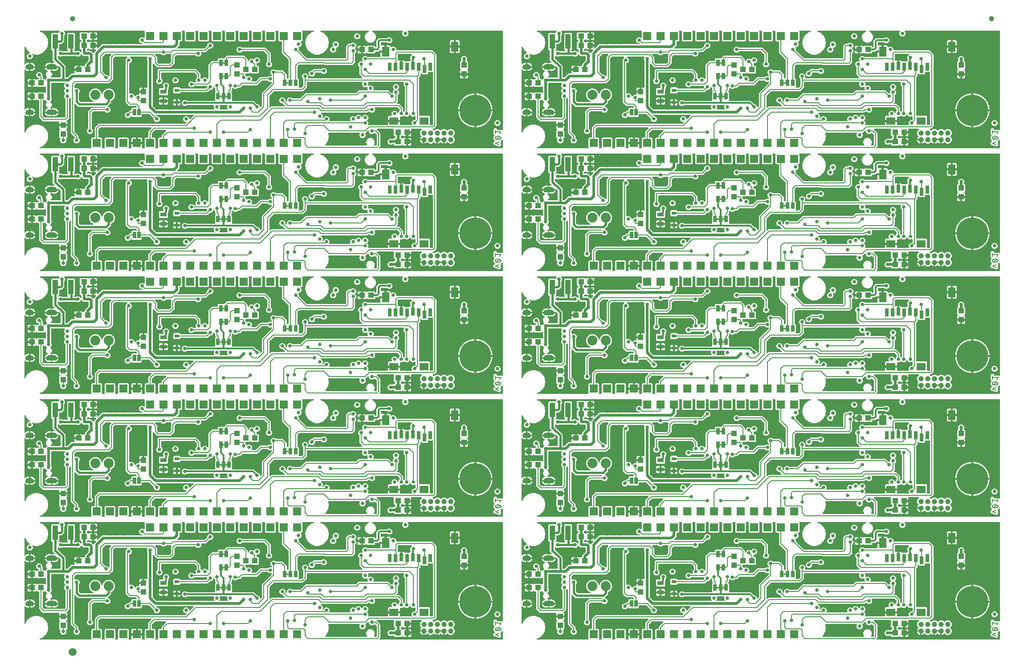
<source format=gbl>
G04 EAGLE Gerber RS-274X export*
G75*
%MOMM*%
%FSLAX34Y34*%
%LPD*%
%INBottom Copper*%
%IPPOS*%
%AMOC8*
5,1,8,0,0,1.08239X$1,22.5*%
G01*
%ADD10C,0.203200*%
%ADD11R,1.100000X1.000000*%
%ADD12R,1.524000X1.524000*%
%ADD13R,1.800000X1.400000*%
%ADD14R,1.400000X1.900000*%
%ADD15R,0.800000X1.500000*%
%ADD16R,0.660400X1.270000*%
%ADD17R,1.000000X1.100000*%
%ADD18C,6.000000*%
%ADD19R,0.830000X0.630000*%
%ADD20R,0.635000X1.270000*%
%ADD21C,0.755600*%
%ADD22C,1.000000*%
%ADD23C,0.635000*%
%ADD24R,1.000000X2.800000*%
%ADD25R,1.200000X0.800000*%
%ADD26C,1.879600*%
%ADD27C,1.500000*%
%ADD28C,0.177800*%
%ADD29C,0.660400*%
%ADD30C,0.304800*%
%ADD31C,0.508000*%
%ADD32C,0.457200*%

G36*
X910875Y2556D02*
X910875Y2556D01*
X910977Y2564D01*
X911006Y2576D01*
X911037Y2581D01*
X911129Y2625D01*
X911224Y2663D01*
X911248Y2683D01*
X911276Y2696D01*
X911351Y2766D01*
X911430Y2830D01*
X911448Y2856D01*
X911470Y2878D01*
X911521Y2966D01*
X911578Y3051D01*
X911583Y3075D01*
X911602Y3108D01*
X911660Y3368D01*
X911657Y3405D01*
X911662Y3428D01*
X911675Y17815D01*
X911656Y17939D01*
X911640Y18062D01*
X911637Y18070D01*
X911635Y18078D01*
X911581Y18191D01*
X911529Y18304D01*
X911523Y18310D01*
X911520Y18318D01*
X911435Y18409D01*
X911351Y18502D01*
X911344Y18506D01*
X911339Y18512D01*
X911231Y18574D01*
X911123Y18638D01*
X911115Y18640D01*
X911108Y18644D01*
X910986Y18671D01*
X910865Y18701D01*
X910857Y18700D01*
X910848Y18702D01*
X910724Y18692D01*
X910600Y18685D01*
X910592Y18682D01*
X910584Y18681D01*
X910467Y18634D01*
X910351Y18590D01*
X910346Y18586D01*
X910337Y18582D01*
X910130Y18415D01*
X910093Y18358D01*
X910064Y18332D01*
X909719Y17849D01*
X908536Y17444D01*
X908448Y17398D01*
X908357Y17359D01*
X908331Y17337D01*
X908300Y17321D01*
X908230Y17251D01*
X908154Y17187D01*
X908136Y17158D01*
X908111Y17134D01*
X908065Y17046D01*
X908011Y16963D01*
X908002Y16930D01*
X907986Y16899D01*
X907968Y16802D01*
X907941Y16707D01*
X907944Y16680D01*
X907936Y16638D01*
X907966Y16374D01*
X907979Y16344D01*
X907981Y16323D01*
X908588Y14501D01*
X907738Y12801D01*
X907712Y12721D01*
X907677Y12645D01*
X907671Y12595D01*
X907656Y12548D01*
X907655Y12464D01*
X907644Y12381D01*
X907653Y12345D01*
X907652Y12282D01*
X907728Y12027D01*
X907736Y12016D01*
X907738Y12006D01*
X908588Y10306D01*
X907656Y7511D01*
X905021Y6193D01*
X897917Y8561D01*
X897827Y8577D01*
X897739Y8601D01*
X897707Y8597D01*
X897655Y8606D01*
X897391Y8572D01*
X897370Y8563D01*
X897366Y8562D01*
X896328Y9081D01*
X896249Y9107D01*
X896212Y9129D01*
X895112Y9496D01*
X895065Y9562D01*
X895020Y9642D01*
X894995Y9662D01*
X894964Y9705D01*
X894754Y9867D01*
X894732Y9875D01*
X894729Y9878D01*
X894362Y10979D01*
X894324Y11053D01*
X894313Y11096D01*
X893795Y12133D01*
X893809Y12213D01*
X893833Y12301D01*
X893830Y12332D01*
X893839Y12385D01*
X893804Y12648D01*
X893795Y12669D01*
X893794Y12674D01*
X894313Y13712D01*
X894325Y13746D01*
X894337Y13767D01*
X894344Y13798D01*
X894362Y13828D01*
X894728Y14928D01*
X894795Y14975D01*
X894874Y15020D01*
X894894Y15045D01*
X894937Y15075D01*
X895100Y15286D01*
X895108Y15308D01*
X895110Y15311D01*
X896212Y15678D01*
X896285Y15716D01*
X896328Y15726D01*
X896909Y16017D01*
X896948Y16044D01*
X896991Y16064D01*
X897056Y16120D01*
X897126Y16170D01*
X897155Y16207D01*
X897191Y16239D01*
X897236Y16312D01*
X897288Y16380D01*
X897305Y16425D01*
X897330Y16466D01*
X897351Y16549D01*
X897381Y16629D01*
X897383Y16677D01*
X897395Y16723D01*
X897391Y16809D01*
X897396Y16895D01*
X897384Y16941D01*
X897382Y16989D01*
X897352Y17069D01*
X897331Y17153D01*
X897306Y17194D01*
X897290Y17238D01*
X897238Y17306D01*
X897193Y17380D01*
X897158Y17412D01*
X897129Y17450D01*
X897084Y17477D01*
X896995Y17556D01*
X896841Y17626D01*
X896799Y17651D01*
X896221Y17849D01*
X894079Y20848D01*
X894079Y24533D01*
X895788Y26926D01*
X895802Y26952D01*
X895821Y26975D01*
X895862Y27070D01*
X895909Y27163D01*
X895914Y27192D01*
X895925Y27219D01*
X895936Y27322D01*
X895953Y27425D01*
X895950Y27454D01*
X895953Y27484D01*
X895932Y27585D01*
X895919Y27688D01*
X895906Y27715D01*
X895901Y27744D01*
X895873Y27787D01*
X895808Y27930D01*
X895722Y28025D01*
X895693Y28070D01*
X894079Y29684D01*
X894079Y38557D01*
X896163Y40641D01*
X899109Y40641D01*
X901194Y38556D01*
X901208Y38464D01*
X901216Y38362D01*
X901228Y38333D01*
X901233Y38303D01*
X901277Y38211D01*
X901315Y38115D01*
X901335Y38091D01*
X901348Y38064D01*
X901418Y37989D01*
X901483Y37909D01*
X901509Y37892D01*
X901530Y37869D01*
X901619Y37818D01*
X901704Y37761D01*
X901728Y37756D01*
X901760Y37737D01*
X902020Y37679D01*
X902058Y37683D01*
X902081Y37677D01*
X908058Y37677D01*
X908120Y37687D01*
X908156Y37683D01*
X909397Y37821D01*
X909399Y37820D01*
X909486Y37761D01*
X909508Y37756D01*
X909538Y37739D01*
X909768Y37687D01*
X910176Y37279D01*
X910217Y37248D01*
X910252Y37211D01*
X910324Y37170D01*
X910390Y37121D01*
X910439Y37104D01*
X910483Y37079D01*
X910563Y37061D01*
X910641Y37033D01*
X910692Y37032D01*
X910742Y37021D01*
X910824Y37027D01*
X910907Y37024D01*
X910956Y37038D01*
X911007Y37042D01*
X911084Y37073D01*
X911163Y37094D01*
X911207Y37122D01*
X911254Y37141D01*
X911318Y37193D01*
X911388Y37237D01*
X911421Y37276D01*
X911461Y37308D01*
X911506Y37377D01*
X911560Y37439D01*
X911580Y37487D01*
X911608Y37529D01*
X911619Y37579D01*
X911664Y37684D01*
X911682Y37861D01*
X911692Y37906D01*
X911856Y225170D01*
X911841Y225272D01*
X911833Y225375D01*
X911821Y225403D01*
X911817Y225433D01*
X911772Y225526D01*
X911734Y225622D01*
X911714Y225645D01*
X911701Y225672D01*
X911631Y225748D01*
X911566Y225828D01*
X911541Y225845D01*
X911520Y225867D01*
X911431Y225918D01*
X911345Y225975D01*
X911322Y225981D01*
X911289Y225999D01*
X911030Y226057D01*
X910992Y226054D01*
X910968Y226059D01*
X731768Y226059D01*
X731717Y226052D01*
X731665Y226053D01*
X731586Y226032D01*
X731505Y226019D01*
X731459Y225997D01*
X731409Y225983D01*
X731340Y225939D01*
X731266Y225904D01*
X731228Y225868D01*
X731185Y225841D01*
X731132Y225778D01*
X731072Y225722D01*
X731046Y225677D01*
X731013Y225638D01*
X730980Y225563D01*
X730940Y225492D01*
X730928Y225441D01*
X730908Y225394D01*
X730900Y225312D01*
X730882Y225232D01*
X730886Y225181D01*
X730881Y225129D01*
X730897Y225049D01*
X730903Y224967D01*
X730923Y224919D01*
X730933Y224869D01*
X730960Y224825D01*
X731002Y224720D01*
X731116Y224581D01*
X731140Y224543D01*
X731393Y224290D01*
X732283Y222142D01*
X732283Y219818D01*
X731393Y217670D01*
X729750Y216027D01*
X727602Y215137D01*
X725278Y215137D01*
X723130Y216027D01*
X721487Y217670D01*
X720597Y219818D01*
X720597Y222142D01*
X721487Y224290D01*
X721740Y224543D01*
X721771Y224584D01*
X721808Y224620D01*
X721849Y224691D01*
X721898Y224757D01*
X721915Y224806D01*
X721940Y224850D01*
X721958Y224930D01*
X721985Y225008D01*
X721987Y225060D01*
X721998Y225110D01*
X721991Y225192D01*
X721994Y225274D01*
X721981Y225323D01*
X721977Y225375D01*
X721946Y225451D01*
X721924Y225530D01*
X721897Y225574D01*
X721878Y225622D01*
X721826Y225685D01*
X721782Y225754D01*
X721742Y225788D01*
X721710Y225828D01*
X721642Y225873D01*
X721579Y225926D01*
X721532Y225947D01*
X721489Y225975D01*
X721438Y225987D01*
X721335Y226031D01*
X721156Y226049D01*
X721112Y226059D01*
X664020Y226059D01*
X663929Y226045D01*
X663837Y226040D01*
X663798Y226026D01*
X663758Y226019D01*
X663674Y225979D01*
X663588Y225947D01*
X663555Y225922D01*
X663518Y225904D01*
X663451Y225841D01*
X663378Y225784D01*
X663354Y225750D01*
X663324Y225722D01*
X663278Y225642D01*
X663225Y225567D01*
X663212Y225527D01*
X663192Y225492D01*
X663172Y225402D01*
X663144Y225314D01*
X663143Y225272D01*
X663134Y225232D01*
X663142Y225140D01*
X663141Y225048D01*
X663152Y225008D01*
X663156Y224967D01*
X663190Y224881D01*
X663217Y224793D01*
X663239Y224759D01*
X663255Y224720D01*
X663313Y224649D01*
X663364Y224572D01*
X663390Y224554D01*
X663422Y224514D01*
X663644Y224367D01*
X663664Y224362D01*
X663680Y224350D01*
X666371Y223236D01*
X669336Y220271D01*
X670941Y216397D01*
X670941Y212203D01*
X669336Y208329D01*
X666371Y205364D01*
X662497Y203759D01*
X658303Y203759D01*
X654429Y205364D01*
X651464Y208329D01*
X649859Y212203D01*
X649859Y216397D01*
X651464Y220271D01*
X654429Y223236D01*
X657120Y224350D01*
X657198Y224398D01*
X657282Y224438D01*
X657312Y224466D01*
X657347Y224488D01*
X657408Y224557D01*
X657476Y224620D01*
X657497Y224656D01*
X657524Y224686D01*
X657562Y224770D01*
X657608Y224850D01*
X657617Y224891D01*
X657634Y224928D01*
X657646Y225020D01*
X657666Y225110D01*
X657662Y225151D01*
X657668Y225192D01*
X657652Y225283D01*
X657644Y225375D01*
X657629Y225413D01*
X657622Y225454D01*
X657580Y225536D01*
X657545Y225622D01*
X657519Y225654D01*
X657500Y225690D01*
X657436Y225756D01*
X657378Y225828D01*
X657343Y225851D01*
X657314Y225880D01*
X657233Y225924D01*
X657156Y225975D01*
X657126Y225982D01*
X657081Y226007D01*
X656820Y226058D01*
X656800Y226055D01*
X656780Y226059D01*
X565645Y226059D01*
X565534Y226043D01*
X565423Y226031D01*
X565403Y226023D01*
X565382Y226019D01*
X565281Y225971D01*
X565179Y225927D01*
X565162Y225913D01*
X565142Y225904D01*
X565061Y225827D01*
X564976Y225756D01*
X564964Y225737D01*
X564948Y225722D01*
X564893Y225626D01*
X564833Y225532D01*
X564827Y225510D01*
X564816Y225492D01*
X564792Y225383D01*
X564762Y225275D01*
X564763Y225253D01*
X564758Y225232D01*
X564767Y225121D01*
X564771Y225009D01*
X564778Y224989D01*
X564780Y224967D01*
X564822Y224864D01*
X564858Y224758D01*
X564871Y224741D01*
X564879Y224720D01*
X564949Y224634D01*
X565015Y224544D01*
X565030Y224535D01*
X565047Y224514D01*
X565268Y224367D01*
X565307Y224358D01*
X565341Y224336D01*
X570020Y222633D01*
X575990Y217624D01*
X579886Y210875D01*
X581240Y203200D01*
X579886Y195525D01*
X575990Y188776D01*
X570020Y183767D01*
X562697Y181101D01*
X554903Y181101D01*
X547580Y183767D01*
X541610Y188776D01*
X537714Y195525D01*
X536360Y203200D01*
X537714Y210875D01*
X541610Y217624D01*
X547580Y222633D01*
X552259Y224336D01*
X552357Y224390D01*
X552458Y224438D01*
X552474Y224453D01*
X552493Y224464D01*
X552570Y224543D01*
X552652Y224620D01*
X552663Y224639D01*
X552678Y224654D01*
X552729Y224754D01*
X552784Y224850D01*
X552789Y224872D01*
X552799Y224891D01*
X552817Y225001D01*
X552842Y225110D01*
X552840Y225132D01*
X552844Y225153D01*
X552829Y225264D01*
X552820Y225375D01*
X552812Y225395D01*
X552809Y225417D01*
X552763Y225518D01*
X552721Y225622D01*
X552707Y225639D01*
X552698Y225658D01*
X552624Y225741D01*
X552553Y225828D01*
X552535Y225840D01*
X552521Y225856D01*
X552425Y225913D01*
X552332Y225975D01*
X552315Y225979D01*
X552293Y225993D01*
X552034Y226056D01*
X551995Y226051D01*
X551956Y226059D01*
X531518Y226059D01*
X531467Y226052D01*
X531416Y226053D01*
X531336Y226032D01*
X531255Y226019D01*
X531209Y225997D01*
X531159Y225983D01*
X531090Y225939D01*
X531016Y225904D01*
X530978Y225868D01*
X530935Y225841D01*
X530882Y225778D01*
X530822Y225722D01*
X530796Y225677D01*
X530763Y225638D01*
X530731Y225563D01*
X530690Y225492D01*
X530679Y225441D01*
X530658Y225394D01*
X530650Y225312D01*
X530632Y225232D01*
X530636Y225181D01*
X530631Y225129D01*
X530647Y225049D01*
X530654Y224967D01*
X530673Y224919D01*
X530683Y224869D01*
X530711Y224825D01*
X530753Y224720D01*
X530861Y224588D01*
X530861Y207228D01*
X529372Y205739D01*
X528568Y205739D01*
X528517Y205732D01*
X528465Y205733D01*
X528386Y205712D01*
X528305Y205699D01*
X528259Y205677D01*
X528209Y205663D01*
X528140Y205619D01*
X528066Y205584D01*
X528028Y205548D01*
X527985Y205521D01*
X527932Y205458D01*
X527872Y205402D01*
X527846Y205357D01*
X527813Y205318D01*
X527780Y205243D01*
X527740Y205172D01*
X527728Y205121D01*
X527708Y205074D01*
X527700Y204992D01*
X527682Y204912D01*
X527686Y204861D01*
X527681Y204809D01*
X527697Y204729D01*
X527703Y204647D01*
X527723Y204599D01*
X527733Y204549D01*
X527760Y204505D01*
X527802Y204400D01*
X527916Y204261D01*
X527940Y204223D01*
X528193Y203970D01*
X529083Y201822D01*
X529083Y199498D01*
X528193Y197350D01*
X526550Y195707D01*
X524402Y194817D01*
X524025Y194817D01*
X524015Y194816D01*
X524004Y194817D01*
X523884Y194796D01*
X523762Y194777D01*
X523753Y194773D01*
X523743Y194771D01*
X523634Y194715D01*
X523523Y194662D01*
X523515Y194655D01*
X523506Y194650D01*
X523419Y194564D01*
X523329Y194480D01*
X523324Y194471D01*
X523316Y194464D01*
X523257Y194356D01*
X523197Y194250D01*
X523195Y194239D01*
X523190Y194230D01*
X523166Y194110D01*
X523139Y193990D01*
X523140Y193980D01*
X523138Y193969D01*
X523143Y193939D01*
X523161Y193725D01*
X523196Y193637D01*
X523205Y193589D01*
X524003Y191662D01*
X524003Y189876D01*
X524006Y189855D01*
X524004Y189834D01*
X524026Y189724D01*
X524043Y189613D01*
X524052Y189594D01*
X524056Y189573D01*
X524080Y189535D01*
X524158Y189373D01*
X524235Y189291D01*
X524263Y189247D01*
X539640Y173870D01*
X539657Y173857D01*
X539671Y173841D01*
X539764Y173779D01*
X539854Y173712D01*
X539874Y173705D01*
X539892Y173694D01*
X539936Y173684D01*
X540106Y173625D01*
X540218Y173621D01*
X540269Y173610D01*
X612891Y173610D01*
X612912Y173613D01*
X612933Y173611D01*
X613043Y173633D01*
X613154Y173650D01*
X613173Y173659D01*
X613194Y173663D01*
X613232Y173687D01*
X613324Y173731D01*
X613353Y173743D01*
X613360Y173749D01*
X613394Y173765D01*
X613476Y173842D01*
X613520Y173870D01*
X613530Y173880D01*
X613543Y173897D01*
X613559Y173911D01*
X613575Y173934D01*
X613588Y173947D01*
X613618Y173999D01*
X613621Y174004D01*
X613688Y174094D01*
X613695Y174114D01*
X613706Y174132D01*
X613714Y174168D01*
X613720Y174177D01*
X613725Y174202D01*
X613775Y174346D01*
X613779Y174458D01*
X613790Y174509D01*
X613790Y197001D01*
X618339Y201550D01*
X622179Y201550D01*
X622200Y201553D01*
X622221Y201551D01*
X622331Y201573D01*
X622442Y201590D01*
X622461Y201599D01*
X622481Y201603D01*
X622520Y201627D01*
X622681Y201705D01*
X622763Y201782D01*
X622807Y201810D01*
X624070Y203073D01*
X626218Y203963D01*
X628542Y203963D01*
X630690Y203073D01*
X632333Y201430D01*
X633223Y199282D01*
X633223Y196958D01*
X632333Y194810D01*
X631191Y193668D01*
X631130Y193585D01*
X631064Y193507D01*
X631051Y193479D01*
X631033Y193454D01*
X631000Y193357D01*
X630959Y193263D01*
X630956Y193232D01*
X630946Y193203D01*
X630942Y193101D01*
X630932Y192998D01*
X630938Y192968D01*
X630937Y192937D01*
X630964Y192838D01*
X630984Y192738D01*
X630997Y192718D01*
X631007Y192681D01*
X631149Y192457D01*
X631178Y192432D01*
X631191Y192412D01*
X632333Y191270D01*
X633223Y189122D01*
X633223Y186798D01*
X632333Y184650D01*
X631070Y183387D01*
X631057Y183370D01*
X631041Y183357D01*
X630979Y183263D01*
X630912Y183173D01*
X630905Y183153D01*
X630894Y183136D01*
X630884Y183091D01*
X630825Y182922D01*
X630821Y182809D01*
X630810Y182759D01*
X630810Y166219D01*
X626134Y161543D01*
X572730Y161543D01*
X572696Y161568D01*
X572677Y161575D01*
X572659Y161586D01*
X572615Y161596D01*
X572445Y161655D01*
X572333Y161659D01*
X572282Y161670D01*
X525029Y161670D01*
X525008Y161667D01*
X524987Y161669D01*
X524877Y161647D01*
X524766Y161630D01*
X524747Y161621D01*
X524726Y161617D01*
X524688Y161593D01*
X524526Y161515D01*
X524444Y161438D01*
X524400Y161410D01*
X522104Y159114D01*
X522091Y159097D01*
X522075Y159083D01*
X522013Y158990D01*
X521946Y158900D01*
X521939Y158880D01*
X521928Y158862D01*
X521918Y158818D01*
X521859Y158648D01*
X521855Y158536D01*
X521844Y158485D01*
X521844Y136779D01*
X521859Y136677D01*
X521867Y136575D01*
X521879Y136547D01*
X521884Y136516D01*
X521928Y136424D01*
X521966Y136328D01*
X521986Y136305D01*
X521999Y136277D01*
X522069Y136202D01*
X522134Y136122D01*
X522160Y136105D01*
X522181Y136083D01*
X522270Y136032D01*
X522355Y135975D01*
X522379Y135969D01*
X522411Y135951D01*
X522671Y135893D01*
X522709Y135896D01*
X522732Y135891D01*
X522768Y135891D01*
X524257Y134402D01*
X524257Y119598D01*
X523905Y119246D01*
X523875Y119205D01*
X523837Y119169D01*
X523796Y119098D01*
X523747Y119032D01*
X523730Y118983D01*
X523705Y118939D01*
X523687Y118859D01*
X523660Y118781D01*
X523658Y118729D01*
X523647Y118679D01*
X523654Y118597D01*
X523651Y118515D01*
X523665Y118466D01*
X523669Y118414D01*
X523699Y118338D01*
X523721Y118259D01*
X523748Y118215D01*
X523768Y118167D01*
X523820Y118104D01*
X523863Y118035D01*
X523903Y118001D01*
X523935Y117961D01*
X524004Y117916D01*
X524066Y117863D01*
X524113Y117842D01*
X524156Y117814D01*
X524207Y117802D01*
X524311Y117758D01*
X524489Y117740D01*
X524533Y117730D01*
X529071Y117730D01*
X529092Y117733D01*
X529113Y117731D01*
X529223Y117753D01*
X529334Y117770D01*
X529353Y117779D01*
X529374Y117783D01*
X529412Y117807D01*
X529574Y117885D01*
X529656Y117962D01*
X529700Y117990D01*
X532250Y120540D01*
X532263Y120557D01*
X532279Y120571D01*
X532341Y120664D01*
X532408Y120754D01*
X532415Y120774D01*
X532426Y120792D01*
X532436Y120836D01*
X532495Y121006D01*
X532499Y121118D01*
X532510Y121169D01*
X532510Y134499D01*
X532507Y134520D01*
X532509Y134541D01*
X532487Y134651D01*
X532470Y134762D01*
X532461Y134781D01*
X532457Y134801D01*
X532433Y134840D01*
X532355Y135001D01*
X532278Y135084D01*
X532250Y135127D01*
X530987Y136390D01*
X530097Y138538D01*
X530097Y140862D01*
X530987Y143010D01*
X532630Y144653D01*
X534778Y145543D01*
X537102Y145543D01*
X539250Y144653D01*
X540893Y143010D01*
X541783Y140862D01*
X541783Y138538D01*
X541037Y136738D01*
X541035Y136728D01*
X541029Y136719D01*
X541003Y136599D01*
X540973Y136480D01*
X540974Y136469D01*
X540972Y136459D01*
X540982Y136337D01*
X540989Y136215D01*
X540992Y136205D01*
X540993Y136194D01*
X541039Y136080D01*
X541082Y135966D01*
X541088Y135957D01*
X541092Y135947D01*
X541170Y135852D01*
X541245Y135755D01*
X541253Y135749D01*
X541260Y135741D01*
X541362Y135673D01*
X541462Y135603D01*
X541472Y135599D01*
X541481Y135594D01*
X541511Y135587D01*
X541715Y135521D01*
X541811Y135520D01*
X541858Y135510D01*
X644895Y135510D01*
X644946Y135517D01*
X644998Y135516D01*
X645077Y135537D01*
X645158Y135550D01*
X645205Y135572D01*
X645255Y135586D01*
X645324Y135630D01*
X645398Y135665D01*
X645435Y135700D01*
X645479Y135728D01*
X645532Y135791D01*
X645592Y135847D01*
X645618Y135891D01*
X645651Y135931D01*
X645683Y136006D01*
X645724Y136077D01*
X645735Y136128D01*
X645755Y136175D01*
X645764Y136257D01*
X645782Y136337D01*
X645777Y136388D01*
X645783Y136440D01*
X645767Y136520D01*
X645760Y136602D01*
X645741Y136650D01*
X645731Y136700D01*
X645703Y136744D01*
X645661Y136849D01*
X645548Y136988D01*
X645524Y137026D01*
X644010Y138540D01*
X639190Y143359D01*
X639190Y157359D01*
X639187Y157380D01*
X639189Y157401D01*
X639167Y157511D01*
X639150Y157622D01*
X639141Y157641D01*
X639137Y157661D01*
X639113Y157700D01*
X639035Y157861D01*
X638958Y157943D01*
X638930Y157987D01*
X637667Y159250D01*
X636777Y161398D01*
X636777Y163722D01*
X637667Y165870D01*
X639310Y167513D01*
X641458Y168403D01*
X643782Y168403D01*
X644121Y168262D01*
X644171Y168250D01*
X644218Y168229D01*
X644299Y168218D01*
X644379Y168199D01*
X644431Y168202D01*
X644482Y168195D01*
X644562Y168209D01*
X644644Y168214D01*
X644693Y168232D01*
X644744Y168241D01*
X644816Y168278D01*
X644893Y168307D01*
X644934Y168339D01*
X644980Y168362D01*
X645039Y168420D01*
X645104Y168470D01*
X645133Y168512D01*
X645170Y168548D01*
X645209Y168620D01*
X645256Y168687D01*
X645272Y168736D01*
X645297Y168782D01*
X645313Y168862D01*
X645338Y168940D01*
X645338Y168992D01*
X645348Y169043D01*
X645339Y169094D01*
X645341Y169206D01*
X645289Y169378D01*
X645282Y169423D01*
X644397Y171558D01*
X644397Y173882D01*
X645287Y176030D01*
X646930Y177673D01*
X649078Y178563D01*
X651402Y178563D01*
X653550Y177673D01*
X654813Y176410D01*
X654830Y176397D01*
X654843Y176381D01*
X654937Y176319D01*
X655027Y176252D01*
X655047Y176245D01*
X655064Y176234D01*
X655109Y176224D01*
X655278Y176165D01*
X655391Y176161D01*
X655441Y176150D01*
X678601Y176150D01*
X678703Y176165D01*
X678805Y176173D01*
X678833Y176185D01*
X678864Y176190D01*
X678956Y176234D01*
X679052Y176272D01*
X679075Y176292D01*
X679103Y176305D01*
X679178Y176375D01*
X679258Y176440D01*
X679275Y176466D01*
X679297Y176487D01*
X679348Y176576D01*
X679405Y176661D01*
X679411Y176685D01*
X679429Y176717D01*
X679487Y176977D01*
X679484Y177015D01*
X679489Y177038D01*
X679489Y184523D01*
X688141Y184523D01*
X688242Y184538D01*
X688345Y184547D01*
X688373Y184558D01*
X688404Y184563D01*
X688496Y184607D01*
X688591Y184646D01*
X688615Y184665D01*
X688643Y184678D01*
X688718Y184748D01*
X688798Y184813D01*
X688815Y184839D01*
X688837Y184860D01*
X688888Y184949D01*
X688945Y185034D01*
X688950Y185058D01*
X688969Y185090D01*
X689027Y185350D01*
X689024Y185388D01*
X689029Y185411D01*
X689029Y186301D01*
X689919Y186301D01*
X690020Y186316D01*
X690123Y186325D01*
X690151Y186336D01*
X690182Y186341D01*
X690274Y186385D01*
X690369Y186424D01*
X690393Y186443D01*
X690421Y186456D01*
X690496Y186526D01*
X690576Y186591D01*
X690593Y186617D01*
X690615Y186638D01*
X690666Y186727D01*
X690723Y186812D01*
X690728Y186836D01*
X690747Y186869D01*
X690805Y187128D01*
X690802Y187166D01*
X690807Y187189D01*
X690807Y198341D01*
X696365Y198341D01*
X697011Y198168D01*
X697590Y197833D01*
X698063Y197360D01*
X698398Y196781D01*
X698571Y196135D01*
X698571Y195898D01*
X698578Y195847D01*
X698577Y195795D01*
X698598Y195716D01*
X698611Y195635D01*
X698633Y195589D01*
X698647Y195539D01*
X698691Y195470D01*
X698726Y195396D01*
X698762Y195358D01*
X698789Y195315D01*
X698852Y195262D01*
X698908Y195202D01*
X698953Y195176D01*
X698992Y195143D01*
X699067Y195110D01*
X699138Y195070D01*
X699189Y195058D01*
X699236Y195038D01*
X699318Y195030D01*
X699398Y195012D01*
X699449Y195016D01*
X699501Y195011D01*
X699581Y195027D01*
X699663Y195033D01*
X699711Y195053D01*
X699761Y195063D01*
X699805Y195090D01*
X699910Y195132D01*
X700049Y195246D01*
X700087Y195270D01*
X700270Y195453D01*
X702418Y196343D01*
X704742Y196343D01*
X706890Y195453D01*
X708533Y193810D01*
X709423Y191662D01*
X709423Y189738D01*
X709438Y189636D01*
X709446Y189534D01*
X709458Y189506D01*
X709463Y189475D01*
X709507Y189383D01*
X709545Y189287D01*
X709565Y189264D01*
X709578Y189236D01*
X709648Y189161D01*
X709713Y189081D01*
X709739Y189064D01*
X709760Y189042D01*
X709849Y188991D01*
X709934Y188934D01*
X709958Y188928D01*
X709990Y188910D01*
X710250Y188852D01*
X710288Y188855D01*
X710311Y188850D01*
X778661Y188850D01*
X785750Y181761D01*
X785750Y44299D01*
X783480Y42030D01*
X783480Y42029D01*
X781201Y39750D01*
X779508Y39750D01*
X779457Y39743D01*
X779406Y39744D01*
X779327Y39723D01*
X779246Y39710D01*
X779199Y39688D01*
X779149Y39674D01*
X779080Y39630D01*
X779006Y39595D01*
X778969Y39560D01*
X778925Y39532D01*
X778872Y39469D01*
X778812Y39413D01*
X778786Y39369D01*
X778753Y39329D01*
X778721Y39254D01*
X778680Y39183D01*
X778669Y39132D01*
X778648Y39085D01*
X778640Y39003D01*
X778622Y38923D01*
X778626Y38872D01*
X778621Y38820D01*
X778637Y38740D01*
X778644Y38658D01*
X778663Y38610D01*
X778673Y38560D01*
X778701Y38516D01*
X778743Y38411D01*
X778856Y38272D01*
X778880Y38234D01*
X780422Y36692D01*
X780505Y36631D01*
X780583Y36565D01*
X780611Y36553D01*
X780636Y36535D01*
X780733Y36501D01*
X780827Y36461D01*
X780858Y36457D01*
X780887Y36447D01*
X780989Y36444D01*
X781092Y36433D01*
X781122Y36439D01*
X781153Y36438D01*
X781252Y36465D01*
X781352Y36485D01*
X781372Y36498D01*
X781409Y36508D01*
X781633Y36651D01*
X781658Y36679D01*
X781678Y36692D01*
X783129Y38143D01*
X785900Y39291D01*
X788900Y39291D01*
X791671Y38143D01*
X793122Y36692D01*
X793205Y36631D01*
X793283Y36565D01*
X793311Y36553D01*
X793336Y36535D01*
X793433Y36501D01*
X793527Y36461D01*
X793558Y36457D01*
X793587Y36447D01*
X793689Y36444D01*
X793792Y36433D01*
X793822Y36439D01*
X793853Y36438D01*
X793952Y36465D01*
X794052Y36485D01*
X794072Y36498D01*
X794109Y36508D01*
X794333Y36651D01*
X794358Y36679D01*
X794378Y36692D01*
X795829Y38143D01*
X798600Y39291D01*
X801600Y39291D01*
X804371Y38143D01*
X805822Y36692D01*
X805905Y36631D01*
X805983Y36565D01*
X806011Y36553D01*
X806036Y36535D01*
X806133Y36501D01*
X806227Y36461D01*
X806258Y36457D01*
X806287Y36447D01*
X806389Y36444D01*
X806492Y36433D01*
X806522Y36439D01*
X806553Y36438D01*
X806652Y36465D01*
X806752Y36485D01*
X806772Y36498D01*
X806809Y36508D01*
X807033Y36651D01*
X807058Y36679D01*
X807078Y36692D01*
X808529Y38143D01*
X811300Y39291D01*
X814300Y39291D01*
X817071Y38143D01*
X819193Y36021D01*
X820341Y33250D01*
X820341Y30250D01*
X819193Y27479D01*
X817742Y26028D01*
X817681Y25945D01*
X817615Y25867D01*
X817603Y25839D01*
X817585Y25814D01*
X817551Y25717D01*
X817511Y25623D01*
X817507Y25592D01*
X817497Y25563D01*
X817494Y25461D01*
X817483Y25358D01*
X817489Y25328D01*
X817488Y25297D01*
X817515Y25198D01*
X817535Y25098D01*
X817548Y25078D01*
X817558Y25041D01*
X817701Y24817D01*
X817729Y24792D01*
X817742Y24772D01*
X819193Y23321D01*
X820341Y20550D01*
X820341Y17550D01*
X819193Y14779D01*
X817071Y12657D01*
X814300Y11509D01*
X811300Y11509D01*
X808529Y12657D01*
X807078Y14108D01*
X806995Y14169D01*
X806917Y14235D01*
X806889Y14247D01*
X806864Y14265D01*
X806767Y14299D01*
X806673Y14339D01*
X806642Y14343D01*
X806613Y14353D01*
X806510Y14356D01*
X806408Y14367D01*
X806378Y14361D01*
X806347Y14362D01*
X806248Y14335D01*
X806148Y14315D01*
X806127Y14302D01*
X806091Y14292D01*
X805867Y14149D01*
X805842Y14120D01*
X805822Y14108D01*
X804907Y13193D01*
X803672Y12367D01*
X802300Y11799D01*
X801369Y11614D01*
X801369Y18669D01*
X801354Y18770D01*
X801346Y18873D01*
X801334Y18901D01*
X801329Y18932D01*
X801285Y19024D01*
X801247Y19119D01*
X801227Y19143D01*
X801214Y19171D01*
X801144Y19246D01*
X801079Y19326D01*
X801053Y19343D01*
X801032Y19365D01*
X800943Y19416D01*
X800858Y19473D01*
X800834Y19478D01*
X800802Y19497D01*
X800591Y19544D01*
X800583Y19635D01*
X800572Y19663D01*
X800567Y19694D01*
X800523Y19786D01*
X800484Y19882D01*
X800465Y19905D01*
X800452Y19933D01*
X800381Y20008D01*
X800317Y20088D01*
X800291Y20105D01*
X800270Y20127D01*
X800181Y20178D01*
X800096Y20235D01*
X800072Y20241D01*
X800039Y20259D01*
X799780Y20317D01*
X799742Y20314D01*
X799719Y20319D01*
X787781Y20319D01*
X787680Y20304D01*
X787577Y20296D01*
X787549Y20284D01*
X787518Y20279D01*
X787426Y20235D01*
X787331Y20197D01*
X787307Y20177D01*
X787279Y20164D01*
X787204Y20094D01*
X787124Y20029D01*
X787107Y20003D01*
X787085Y19982D01*
X787034Y19893D01*
X786977Y19808D01*
X786972Y19784D01*
X786953Y19752D01*
X786906Y19541D01*
X786815Y19533D01*
X786787Y19522D01*
X786756Y19517D01*
X786664Y19473D01*
X786568Y19434D01*
X786545Y19415D01*
X786517Y19402D01*
X786442Y19331D01*
X786362Y19267D01*
X786345Y19241D01*
X786323Y19220D01*
X786272Y19131D01*
X786215Y19046D01*
X786209Y19022D01*
X786191Y18989D01*
X786133Y18730D01*
X786136Y18692D01*
X786131Y18669D01*
X786131Y11614D01*
X785200Y11799D01*
X783828Y12367D01*
X782593Y13193D01*
X781678Y14108D01*
X781595Y14169D01*
X781517Y14235D01*
X781489Y14247D01*
X781464Y14265D01*
X781367Y14299D01*
X781273Y14339D01*
X781242Y14343D01*
X781213Y14353D01*
X781110Y14356D01*
X781008Y14367D01*
X780978Y14361D01*
X780947Y14362D01*
X780848Y14335D01*
X780748Y14315D01*
X780727Y14302D01*
X780691Y14292D01*
X780467Y14149D01*
X780442Y14121D01*
X780422Y14108D01*
X778971Y12657D01*
X776200Y11509D01*
X773200Y11509D01*
X770429Y12657D01*
X768978Y14108D01*
X768895Y14169D01*
X768817Y14235D01*
X768789Y14247D01*
X768764Y14265D01*
X768667Y14299D01*
X768573Y14339D01*
X768542Y14343D01*
X768513Y14353D01*
X768411Y14356D01*
X768308Y14367D01*
X768278Y14361D01*
X768247Y14362D01*
X768148Y14335D01*
X768048Y14315D01*
X768028Y14302D01*
X767991Y14292D01*
X767767Y14149D01*
X767742Y14121D01*
X767722Y14108D01*
X766807Y13193D01*
X765572Y12367D01*
X764200Y11799D01*
X763269Y11614D01*
X763269Y18669D01*
X763254Y18770D01*
X763246Y18873D01*
X763234Y18901D01*
X763229Y18932D01*
X763185Y19024D01*
X763147Y19119D01*
X763127Y19143D01*
X763114Y19171D01*
X763044Y19246D01*
X762979Y19326D01*
X762953Y19343D01*
X762932Y19365D01*
X762843Y19416D01*
X762758Y19473D01*
X762734Y19478D01*
X762702Y19497D01*
X762491Y19544D01*
X762483Y19635D01*
X762472Y19663D01*
X762467Y19694D01*
X762423Y19786D01*
X762384Y19882D01*
X762365Y19905D01*
X762352Y19933D01*
X762281Y20008D01*
X762217Y20088D01*
X762191Y20105D01*
X762170Y20127D01*
X762081Y20178D01*
X761996Y20235D01*
X761972Y20241D01*
X761939Y20259D01*
X761680Y20317D01*
X761642Y20314D01*
X761619Y20319D01*
X754564Y20319D01*
X754749Y21250D01*
X755317Y22622D01*
X756143Y23857D01*
X757058Y24772D01*
X757119Y24855D01*
X757185Y24933D01*
X757197Y24961D01*
X757215Y24986D01*
X757249Y25083D01*
X757289Y25177D01*
X757293Y25208D01*
X757303Y25237D01*
X757306Y25340D01*
X757317Y25442D01*
X757311Y25472D01*
X757312Y25503D01*
X757285Y25602D01*
X757265Y25702D01*
X757252Y25723D01*
X757242Y25759D01*
X757099Y25983D01*
X757071Y26008D01*
X757058Y26028D01*
X755607Y27479D01*
X754459Y30250D01*
X754459Y33250D01*
X755607Y36021D01*
X757820Y38234D01*
X757850Y38275D01*
X757888Y38311D01*
X757929Y38382D01*
X757977Y38448D01*
X757994Y38497D01*
X758020Y38541D01*
X758038Y38621D01*
X758065Y38699D01*
X758067Y38751D01*
X758078Y38801D01*
X758071Y38883D01*
X758074Y38965D01*
X758060Y39014D01*
X758056Y39066D01*
X758026Y39142D01*
X758004Y39221D01*
X757976Y39265D01*
X757957Y39313D01*
X757905Y39376D01*
X757861Y39445D01*
X757822Y39479D01*
X757790Y39519D01*
X757721Y39564D01*
X757659Y39617D01*
X757611Y39638D01*
X757568Y39666D01*
X757518Y39678D01*
X757414Y39722D01*
X757236Y39740D01*
X757192Y39750D01*
X738684Y39750D01*
X738600Y39737D01*
X738514Y39734D01*
X738469Y39718D01*
X738422Y39710D01*
X738344Y39673D01*
X738264Y39644D01*
X738225Y39616D01*
X738182Y39595D01*
X738119Y39536D01*
X738051Y39485D01*
X738023Y39446D01*
X737988Y39413D01*
X737945Y39339D01*
X737895Y39270D01*
X737880Y39224D01*
X737856Y39183D01*
X737837Y39099D01*
X737810Y39018D01*
X737811Y38982D01*
X737798Y38923D01*
X737820Y38658D01*
X737826Y38643D01*
X737826Y38632D01*
X737901Y38355D01*
X737901Y34797D01*
X730749Y34797D01*
X730648Y34782D01*
X730545Y34773D01*
X730517Y34762D01*
X730486Y34757D01*
X730394Y34713D01*
X730299Y34674D01*
X730275Y34655D01*
X730247Y34642D01*
X730172Y34572D01*
X730092Y34507D01*
X730075Y34481D01*
X730053Y34460D01*
X730002Y34371D01*
X729945Y34286D01*
X729940Y34262D01*
X729921Y34229D01*
X729863Y33970D01*
X729866Y33932D01*
X729861Y33909D01*
X729861Y33019D01*
X728971Y33019D01*
X728870Y33004D01*
X728767Y32995D01*
X728739Y32984D01*
X728708Y32979D01*
X728616Y32935D01*
X728521Y32896D01*
X728497Y32877D01*
X728469Y32864D01*
X728394Y32794D01*
X728314Y32729D01*
X728297Y32703D01*
X728275Y32682D01*
X728224Y32593D01*
X728167Y32508D01*
X728161Y32484D01*
X728143Y32451D01*
X728085Y32192D01*
X728088Y32154D01*
X728083Y32131D01*
X728083Y25479D01*
X724025Y25479D01*
X723379Y25652D01*
X722800Y25987D01*
X722327Y26460D01*
X722198Y26683D01*
X722145Y26750D01*
X722098Y26823D01*
X722062Y26854D01*
X722032Y26891D01*
X721961Y26939D01*
X721896Y26995D01*
X721852Y27014D01*
X721812Y27041D01*
X721730Y27065D01*
X721651Y27099D01*
X721604Y27104D01*
X721558Y27118D01*
X721472Y27118D01*
X721387Y27127D01*
X721340Y27117D01*
X721292Y27117D01*
X721210Y27091D01*
X721126Y27075D01*
X721096Y27055D01*
X721039Y27037D01*
X720820Y26886D01*
X720810Y26873D01*
X720801Y26867D01*
X719412Y25479D01*
X718829Y25479D01*
X718727Y25464D01*
X718625Y25456D01*
X718597Y25444D01*
X718566Y25439D01*
X718474Y25395D01*
X718378Y25357D01*
X718355Y25337D01*
X718327Y25324D01*
X718252Y25254D01*
X718172Y25189D01*
X718155Y25163D01*
X718133Y25142D01*
X718082Y25053D01*
X718025Y24968D01*
X718019Y24944D01*
X718001Y24912D01*
X717943Y24652D01*
X717946Y24614D01*
X717941Y24591D01*
X717941Y23669D01*
X717956Y23567D01*
X717964Y23465D01*
X717976Y23437D01*
X717981Y23406D01*
X718025Y23314D01*
X718063Y23218D01*
X718083Y23195D01*
X718096Y23167D01*
X718166Y23092D01*
X718231Y23012D01*
X718257Y22995D01*
X718278Y22973D01*
X718367Y22922D01*
X718452Y22865D01*
X718476Y22859D01*
X718508Y22841D01*
X718768Y22783D01*
X718806Y22786D01*
X718829Y22781D01*
X719412Y22781D01*
X720801Y21393D01*
X720870Y21342D01*
X720933Y21284D01*
X720976Y21263D01*
X721015Y21235D01*
X721095Y21207D01*
X721173Y21170D01*
X721220Y21163D01*
X721266Y21148D01*
X721351Y21145D01*
X721436Y21132D01*
X721483Y21140D01*
X721531Y21138D01*
X721614Y21161D01*
X721699Y21174D01*
X721742Y21196D01*
X721788Y21208D01*
X721860Y21254D01*
X721937Y21292D01*
X721961Y21318D01*
X722012Y21351D01*
X722184Y21553D01*
X722191Y21569D01*
X722198Y21577D01*
X722327Y21800D01*
X722800Y22273D01*
X723379Y22608D01*
X724025Y22781D01*
X728083Y22781D01*
X728083Y16129D01*
X728098Y16028D01*
X728107Y15925D01*
X728118Y15897D01*
X728123Y15866D01*
X728167Y15774D01*
X728206Y15679D01*
X728225Y15655D01*
X728238Y15627D01*
X728308Y15552D01*
X728373Y15472D01*
X728399Y15455D01*
X728420Y15433D01*
X728509Y15382D01*
X728594Y15325D01*
X728618Y15320D01*
X728650Y15301D01*
X728910Y15243D01*
X728948Y15246D01*
X728971Y15241D01*
X729861Y15241D01*
X729861Y15239D01*
X728971Y15239D01*
X728870Y15224D01*
X728767Y15215D01*
X728739Y15204D01*
X728708Y15199D01*
X728616Y15155D01*
X728521Y15116D01*
X728497Y15097D01*
X728469Y15084D01*
X728394Y15014D01*
X728314Y14949D01*
X728297Y14923D01*
X728275Y14902D01*
X728224Y14813D01*
X728167Y14728D01*
X728161Y14704D01*
X728143Y14671D01*
X728085Y14412D01*
X728088Y14374D01*
X728083Y14351D01*
X728083Y7699D01*
X724025Y7699D01*
X723379Y7872D01*
X722800Y8207D01*
X722327Y8680D01*
X722198Y8903D01*
X722145Y8970D01*
X722098Y9043D01*
X722062Y9074D01*
X722032Y9111D01*
X721961Y9159D01*
X721896Y9215D01*
X721852Y9234D01*
X721812Y9261D01*
X721730Y9285D01*
X721651Y9319D01*
X721604Y9324D01*
X721558Y9338D01*
X721472Y9338D01*
X721387Y9347D01*
X721340Y9337D01*
X721292Y9337D01*
X721210Y9311D01*
X721126Y9295D01*
X721096Y9275D01*
X721039Y9257D01*
X720820Y9106D01*
X720810Y9093D01*
X720801Y9087D01*
X719412Y7699D01*
X706308Y7699D01*
X704819Y9188D01*
X704819Y9271D01*
X704804Y9373D01*
X704796Y9475D01*
X704784Y9503D01*
X704779Y9534D01*
X704735Y9626D01*
X704697Y9722D01*
X704677Y9745D01*
X704664Y9773D01*
X704594Y9848D01*
X704529Y9928D01*
X704503Y9945D01*
X704482Y9967D01*
X704393Y10018D01*
X704308Y10075D01*
X704284Y10081D01*
X704252Y10099D01*
X703992Y10157D01*
X703954Y10154D01*
X703931Y10159D01*
X701679Y10159D01*
X701416Y10119D01*
X701369Y10097D01*
X701339Y10092D01*
X699662Y9397D01*
X697338Y9397D01*
X695190Y10287D01*
X693547Y11930D01*
X692657Y14078D01*
X692657Y16402D01*
X693547Y18550D01*
X695190Y20193D01*
X697338Y21083D01*
X699662Y21083D01*
X701339Y20388D01*
X701597Y20325D01*
X701648Y20327D01*
X701679Y20321D01*
X703931Y20321D01*
X704033Y20336D01*
X704135Y20344D01*
X704163Y20356D01*
X704194Y20361D01*
X704286Y20405D01*
X704382Y20443D01*
X704405Y20463D01*
X704433Y20476D01*
X704508Y20546D01*
X704588Y20611D01*
X704605Y20637D01*
X704627Y20658D01*
X704678Y20747D01*
X704735Y20832D01*
X704741Y20856D01*
X704759Y20888D01*
X704817Y21148D01*
X704814Y21186D01*
X704819Y21209D01*
X704819Y21292D01*
X706308Y22781D01*
X706891Y22781D01*
X706993Y22796D01*
X707095Y22804D01*
X707123Y22816D01*
X707154Y22821D01*
X707246Y22865D01*
X707342Y22903D01*
X707365Y22923D01*
X707393Y22936D01*
X707468Y23006D01*
X707548Y23071D01*
X707565Y23097D01*
X707587Y23118D01*
X707638Y23207D01*
X707695Y23292D01*
X707701Y23316D01*
X707719Y23348D01*
X707777Y23608D01*
X707774Y23646D01*
X707779Y23669D01*
X707779Y24591D01*
X707764Y24693D01*
X707756Y24795D01*
X707744Y24823D01*
X707739Y24854D01*
X707695Y24946D01*
X707657Y25042D01*
X707637Y25065D01*
X707624Y25093D01*
X707554Y25168D01*
X707489Y25248D01*
X707463Y25265D01*
X707442Y25287D01*
X707353Y25338D01*
X707268Y25395D01*
X707244Y25401D01*
X707212Y25419D01*
X706952Y25477D01*
X706914Y25474D01*
X706891Y25479D01*
X706308Y25479D01*
X704819Y26968D01*
X704819Y38862D01*
X704804Y38964D01*
X704796Y39066D01*
X704784Y39094D01*
X704779Y39125D01*
X704735Y39217D01*
X704697Y39313D01*
X704677Y39336D01*
X704664Y39364D01*
X704594Y39439D01*
X704529Y39519D01*
X704503Y39536D01*
X704482Y39558D01*
X704393Y39609D01*
X704308Y39666D01*
X704284Y39672D01*
X704252Y39690D01*
X703992Y39748D01*
X703954Y39745D01*
X703931Y39750D01*
X673365Y39750D01*
X673314Y39743D01*
X673262Y39744D01*
X673183Y39723D01*
X673102Y39710D01*
X673055Y39688D01*
X673005Y39674D01*
X672936Y39630D01*
X672862Y39595D01*
X672825Y39560D01*
X672781Y39532D01*
X672728Y39469D01*
X672668Y39413D01*
X672642Y39369D01*
X672609Y39329D01*
X672577Y39254D01*
X672536Y39183D01*
X672525Y39132D01*
X672505Y39085D01*
X672496Y39003D01*
X672478Y38923D01*
X672483Y38872D01*
X672477Y38820D01*
X672493Y38740D01*
X672500Y38658D01*
X672519Y38610D01*
X672529Y38560D01*
X672557Y38516D01*
X672599Y38411D01*
X672712Y38272D01*
X672736Y38234D01*
X674250Y36720D01*
X679070Y31901D01*
X679070Y6199D01*
X676927Y4057D01*
X676897Y4016D01*
X676859Y3980D01*
X676818Y3909D01*
X676770Y3843D01*
X676753Y3794D01*
X676727Y3750D01*
X676709Y3670D01*
X676682Y3592D01*
X676681Y3540D01*
X676669Y3490D01*
X676676Y3408D01*
X676673Y3326D01*
X676687Y3277D01*
X676691Y3225D01*
X676722Y3149D01*
X676743Y3070D01*
X676771Y3026D01*
X676790Y2978D01*
X676842Y2915D01*
X676886Y2846D01*
X676925Y2812D01*
X676958Y2772D01*
X677026Y2727D01*
X677088Y2674D01*
X677136Y2653D01*
X677179Y2625D01*
X677229Y2613D01*
X677333Y2569D01*
X677511Y2551D01*
X677556Y2541D01*
X910774Y2541D01*
X910875Y2556D01*
G37*
G36*
X910875Y937276D02*
X910875Y937276D01*
X910977Y937284D01*
X911006Y937296D01*
X911037Y937301D01*
X911129Y937345D01*
X911224Y937383D01*
X911248Y937403D01*
X911276Y937416D01*
X911351Y937486D01*
X911430Y937550D01*
X911448Y937576D01*
X911470Y937598D01*
X911521Y937686D01*
X911578Y937771D01*
X911583Y937795D01*
X911602Y937828D01*
X911660Y938088D01*
X911657Y938125D01*
X911662Y938148D01*
X911675Y952535D01*
X911656Y952659D01*
X911640Y952782D01*
X911637Y952790D01*
X911635Y952798D01*
X911581Y952911D01*
X911529Y953024D01*
X911523Y953030D01*
X911520Y953038D01*
X911435Y953129D01*
X911351Y953222D01*
X911344Y953226D01*
X911339Y953232D01*
X911231Y953294D01*
X911123Y953358D01*
X911115Y953360D01*
X911108Y953364D01*
X910986Y953391D01*
X910865Y953421D01*
X910857Y953420D01*
X910848Y953422D01*
X910724Y953412D01*
X910600Y953405D01*
X910592Y953402D01*
X910584Y953401D01*
X910467Y953354D01*
X910351Y953310D01*
X910346Y953306D01*
X910337Y953302D01*
X910130Y953135D01*
X910093Y953078D01*
X910064Y953052D01*
X909719Y952569D01*
X908536Y952164D01*
X908448Y952118D01*
X908357Y952079D01*
X908331Y952057D01*
X908300Y952041D01*
X908230Y951971D01*
X908154Y951907D01*
X908136Y951878D01*
X908111Y951854D01*
X908065Y951766D01*
X908011Y951683D01*
X908002Y951650D01*
X907986Y951619D01*
X907968Y951522D01*
X907941Y951427D01*
X907944Y951400D01*
X907936Y951358D01*
X907966Y951094D01*
X907979Y951064D01*
X907981Y951043D01*
X908588Y949221D01*
X907738Y947521D01*
X907712Y947441D01*
X907677Y947365D01*
X907671Y947315D01*
X907656Y947268D01*
X907655Y947184D01*
X907644Y947101D01*
X907653Y947065D01*
X907652Y947002D01*
X907728Y946747D01*
X907736Y946736D01*
X907738Y946726D01*
X908588Y945026D01*
X907656Y942231D01*
X905021Y940913D01*
X897917Y943281D01*
X897827Y943297D01*
X897739Y943321D01*
X897707Y943317D01*
X897655Y943326D01*
X897391Y943292D01*
X897370Y943283D01*
X897366Y943282D01*
X896328Y943801D01*
X896249Y943827D01*
X896212Y943849D01*
X895112Y944216D01*
X895065Y944282D01*
X895020Y944362D01*
X894995Y944382D01*
X894964Y944425D01*
X894754Y944587D01*
X894732Y944595D01*
X894729Y944598D01*
X894362Y945699D01*
X894324Y945773D01*
X894313Y945816D01*
X893795Y946853D01*
X893809Y946933D01*
X893833Y947021D01*
X893830Y947052D01*
X893839Y947105D01*
X893804Y947368D01*
X893795Y947389D01*
X893794Y947394D01*
X894313Y948432D01*
X894324Y948466D01*
X894337Y948487D01*
X894344Y948518D01*
X894362Y948548D01*
X894728Y949648D01*
X894795Y949695D01*
X894874Y949740D01*
X894894Y949765D01*
X894937Y949795D01*
X895100Y950006D01*
X895108Y950028D01*
X895110Y950031D01*
X896212Y950398D01*
X896285Y950436D01*
X896328Y950446D01*
X896909Y950737D01*
X896948Y950764D01*
X896991Y950784D01*
X897056Y950840D01*
X897126Y950890D01*
X897155Y950927D01*
X897191Y950959D01*
X897236Y951032D01*
X897288Y951100D01*
X897305Y951145D01*
X897330Y951186D01*
X897351Y951269D01*
X897381Y951349D01*
X897383Y951397D01*
X897395Y951443D01*
X897391Y951529D01*
X897396Y951615D01*
X897384Y951661D01*
X897382Y951709D01*
X897352Y951789D01*
X897331Y951873D01*
X897306Y951914D01*
X897290Y951958D01*
X897238Y952026D01*
X897193Y952100D01*
X897158Y952132D01*
X897129Y952170D01*
X897084Y952197D01*
X896995Y952276D01*
X896841Y952346D01*
X896799Y952371D01*
X896221Y952569D01*
X894079Y955568D01*
X894079Y959253D01*
X895788Y961646D01*
X895802Y961672D01*
X895821Y961695D01*
X895862Y961790D01*
X895909Y961883D01*
X895914Y961912D01*
X895925Y961939D01*
X895936Y962042D01*
X895953Y962145D01*
X895950Y962174D01*
X895953Y962204D01*
X895932Y962305D01*
X895919Y962408D01*
X895906Y962435D01*
X895901Y962464D01*
X895873Y962507D01*
X895808Y962650D01*
X895722Y962745D01*
X895693Y962790D01*
X894079Y964404D01*
X894079Y973277D01*
X896163Y975361D01*
X899109Y975361D01*
X901194Y973276D01*
X901208Y973184D01*
X901216Y973082D01*
X901228Y973053D01*
X901233Y973023D01*
X901277Y972931D01*
X901315Y972835D01*
X901335Y972811D01*
X901348Y972784D01*
X901418Y972709D01*
X901483Y972629D01*
X901509Y972612D01*
X901530Y972589D01*
X901619Y972538D01*
X901704Y972481D01*
X901728Y972476D01*
X901760Y972457D01*
X902020Y972399D01*
X902058Y972403D01*
X902081Y972397D01*
X908058Y972397D01*
X908120Y972407D01*
X908156Y972403D01*
X909397Y972541D01*
X909399Y972540D01*
X909486Y972481D01*
X909508Y972476D01*
X909538Y972459D01*
X909768Y972407D01*
X910176Y971999D01*
X910217Y971968D01*
X910252Y971931D01*
X910324Y971890D01*
X910390Y971841D01*
X910439Y971824D01*
X910483Y971799D01*
X910563Y971781D01*
X910641Y971753D01*
X910692Y971752D01*
X910742Y971741D01*
X910824Y971747D01*
X910907Y971744D01*
X910956Y971758D01*
X911007Y971762D01*
X911084Y971793D01*
X911163Y971814D01*
X911206Y971842D01*
X911254Y971861D01*
X911318Y971913D01*
X911388Y971957D01*
X911421Y971996D01*
X911461Y972028D01*
X911506Y972097D01*
X911560Y972159D01*
X911580Y972207D01*
X911608Y972249D01*
X911619Y972300D01*
X911664Y972404D01*
X911682Y972581D01*
X911692Y972626D01*
X911856Y1159890D01*
X911841Y1159992D01*
X911833Y1160095D01*
X911821Y1160123D01*
X911817Y1160153D01*
X911772Y1160246D01*
X911734Y1160342D01*
X911714Y1160365D01*
X911701Y1160392D01*
X911631Y1160468D01*
X911566Y1160548D01*
X911541Y1160565D01*
X911520Y1160587D01*
X911431Y1160638D01*
X911345Y1160695D01*
X911322Y1160701D01*
X911289Y1160719D01*
X911030Y1160777D01*
X910992Y1160774D01*
X910968Y1160779D01*
X731768Y1160779D01*
X731717Y1160772D01*
X731665Y1160773D01*
X731586Y1160752D01*
X731505Y1160739D01*
X731459Y1160717D01*
X731409Y1160703D01*
X731340Y1160659D01*
X731266Y1160624D01*
X731228Y1160588D01*
X731185Y1160561D01*
X731132Y1160498D01*
X731072Y1160442D01*
X731046Y1160397D01*
X731013Y1160358D01*
X730980Y1160283D01*
X730940Y1160212D01*
X730928Y1160161D01*
X730908Y1160114D01*
X730900Y1160032D01*
X730882Y1159952D01*
X730886Y1159901D01*
X730881Y1159849D01*
X730897Y1159769D01*
X730903Y1159687D01*
X730923Y1159639D01*
X730933Y1159589D01*
X730960Y1159545D01*
X731002Y1159440D01*
X731116Y1159301D01*
X731140Y1159263D01*
X731393Y1159010D01*
X732283Y1156862D01*
X732283Y1154538D01*
X731393Y1152390D01*
X729750Y1150747D01*
X727602Y1149857D01*
X725278Y1149857D01*
X723130Y1150747D01*
X721487Y1152390D01*
X720597Y1154538D01*
X720597Y1156862D01*
X721487Y1159010D01*
X721740Y1159263D01*
X721771Y1159304D01*
X721808Y1159340D01*
X721849Y1159411D01*
X721898Y1159477D01*
X721915Y1159526D01*
X721940Y1159570D01*
X721958Y1159650D01*
X721985Y1159728D01*
X721987Y1159780D01*
X721998Y1159830D01*
X721991Y1159912D01*
X721994Y1159994D01*
X721981Y1160043D01*
X721977Y1160095D01*
X721946Y1160171D01*
X721924Y1160250D01*
X721897Y1160294D01*
X721878Y1160342D01*
X721826Y1160405D01*
X721782Y1160474D01*
X721742Y1160508D01*
X721710Y1160548D01*
X721642Y1160593D01*
X721579Y1160646D01*
X721532Y1160667D01*
X721489Y1160695D01*
X721438Y1160707D01*
X721335Y1160751D01*
X721156Y1160769D01*
X721112Y1160779D01*
X664020Y1160779D01*
X663929Y1160765D01*
X663837Y1160760D01*
X663798Y1160746D01*
X663758Y1160739D01*
X663674Y1160699D01*
X663588Y1160667D01*
X663555Y1160642D01*
X663518Y1160624D01*
X663451Y1160561D01*
X663378Y1160504D01*
X663354Y1160470D01*
X663324Y1160442D01*
X663278Y1160362D01*
X663225Y1160287D01*
X663212Y1160247D01*
X663192Y1160212D01*
X663172Y1160122D01*
X663144Y1160034D01*
X663143Y1159992D01*
X663134Y1159952D01*
X663142Y1159860D01*
X663141Y1159768D01*
X663152Y1159728D01*
X663156Y1159687D01*
X663190Y1159601D01*
X663217Y1159513D01*
X663239Y1159479D01*
X663255Y1159440D01*
X663313Y1159369D01*
X663364Y1159292D01*
X663390Y1159274D01*
X663422Y1159234D01*
X663644Y1159087D01*
X663664Y1159082D01*
X663680Y1159070D01*
X666371Y1157956D01*
X669336Y1154991D01*
X670941Y1151117D01*
X670941Y1146923D01*
X669336Y1143049D01*
X666371Y1140084D01*
X662497Y1138479D01*
X658303Y1138479D01*
X654429Y1140084D01*
X651464Y1143049D01*
X649859Y1146923D01*
X649859Y1151117D01*
X651464Y1154991D01*
X654429Y1157956D01*
X657120Y1159070D01*
X657198Y1159118D01*
X657282Y1159158D01*
X657312Y1159186D01*
X657347Y1159208D01*
X657408Y1159277D01*
X657476Y1159340D01*
X657497Y1159376D01*
X657524Y1159406D01*
X657562Y1159490D01*
X657608Y1159570D01*
X657617Y1159611D01*
X657634Y1159648D01*
X657646Y1159740D01*
X657666Y1159830D01*
X657662Y1159871D01*
X657668Y1159912D01*
X657652Y1160003D01*
X657644Y1160095D01*
X657629Y1160133D01*
X657622Y1160174D01*
X657580Y1160256D01*
X657545Y1160342D01*
X657519Y1160374D01*
X657500Y1160410D01*
X657436Y1160476D01*
X657378Y1160548D01*
X657343Y1160571D01*
X657314Y1160600D01*
X657233Y1160644D01*
X657156Y1160695D01*
X657126Y1160702D01*
X657081Y1160727D01*
X656820Y1160778D01*
X656800Y1160775D01*
X656780Y1160779D01*
X565644Y1160779D01*
X565534Y1160763D01*
X565423Y1160751D01*
X565403Y1160743D01*
X565382Y1160739D01*
X565281Y1160691D01*
X565179Y1160647D01*
X565162Y1160633D01*
X565142Y1160624D01*
X565061Y1160547D01*
X564976Y1160476D01*
X564964Y1160457D01*
X564948Y1160442D01*
X564893Y1160346D01*
X564833Y1160252D01*
X564827Y1160230D01*
X564816Y1160212D01*
X564792Y1160103D01*
X564762Y1159995D01*
X564763Y1159973D01*
X564758Y1159952D01*
X564767Y1159841D01*
X564771Y1159729D01*
X564778Y1159709D01*
X564780Y1159687D01*
X564821Y1159584D01*
X564858Y1159478D01*
X564871Y1159461D01*
X564879Y1159440D01*
X564949Y1159354D01*
X565015Y1159264D01*
X565030Y1159255D01*
X565047Y1159234D01*
X565268Y1159087D01*
X565307Y1159078D01*
X565341Y1159056D01*
X570020Y1157353D01*
X575990Y1152344D01*
X579886Y1145595D01*
X581240Y1137920D01*
X579886Y1130245D01*
X575990Y1123496D01*
X570020Y1118487D01*
X562697Y1115821D01*
X554903Y1115821D01*
X547580Y1118487D01*
X541610Y1123496D01*
X537714Y1130245D01*
X536360Y1137920D01*
X537714Y1145595D01*
X541610Y1152344D01*
X547580Y1157353D01*
X552259Y1159056D01*
X552357Y1159110D01*
X552458Y1159158D01*
X552474Y1159173D01*
X552493Y1159184D01*
X552570Y1159263D01*
X552652Y1159340D01*
X552663Y1159359D01*
X552678Y1159374D01*
X552728Y1159474D01*
X552784Y1159570D01*
X552789Y1159592D01*
X552798Y1159611D01*
X552817Y1159721D01*
X552842Y1159830D01*
X552840Y1159852D01*
X552844Y1159873D01*
X552829Y1159984D01*
X552820Y1160095D01*
X552812Y1160115D01*
X552809Y1160137D01*
X552763Y1160238D01*
X552721Y1160342D01*
X552707Y1160359D01*
X552698Y1160378D01*
X552624Y1160461D01*
X552553Y1160548D01*
X552535Y1160560D01*
X552521Y1160576D01*
X552425Y1160633D01*
X552332Y1160695D01*
X552315Y1160699D01*
X552293Y1160713D01*
X552034Y1160776D01*
X551995Y1160771D01*
X551955Y1160779D01*
X531518Y1160779D01*
X531467Y1160772D01*
X531416Y1160773D01*
X531336Y1160752D01*
X531255Y1160739D01*
X531209Y1160717D01*
X531159Y1160703D01*
X531090Y1160659D01*
X531016Y1160624D01*
X530978Y1160588D01*
X530935Y1160561D01*
X530882Y1160498D01*
X530822Y1160442D01*
X530796Y1160397D01*
X530763Y1160358D01*
X530731Y1160283D01*
X530690Y1160212D01*
X530679Y1160161D01*
X530658Y1160114D01*
X530650Y1160032D01*
X530632Y1159952D01*
X530636Y1159901D01*
X530631Y1159849D01*
X530647Y1159769D01*
X530654Y1159687D01*
X530673Y1159639D01*
X530683Y1159589D01*
X530711Y1159545D01*
X530753Y1159440D01*
X530861Y1159308D01*
X530861Y1141948D01*
X529372Y1140459D01*
X528568Y1140459D01*
X528517Y1140452D01*
X528465Y1140453D01*
X528386Y1140432D01*
X528305Y1140419D01*
X528259Y1140397D01*
X528209Y1140383D01*
X528140Y1140339D01*
X528066Y1140304D01*
X528028Y1140268D01*
X527985Y1140241D01*
X527932Y1140178D01*
X527872Y1140122D01*
X527846Y1140077D01*
X527813Y1140038D01*
X527780Y1139963D01*
X527740Y1139892D01*
X527728Y1139841D01*
X527708Y1139794D01*
X527700Y1139712D01*
X527682Y1139632D01*
X527686Y1139581D01*
X527681Y1139529D01*
X527697Y1139449D01*
X527703Y1139367D01*
X527723Y1139319D01*
X527733Y1139269D01*
X527760Y1139225D01*
X527802Y1139120D01*
X527916Y1138981D01*
X527940Y1138943D01*
X528193Y1138690D01*
X529083Y1136542D01*
X529083Y1134218D01*
X528193Y1132070D01*
X526550Y1130427D01*
X524402Y1129537D01*
X524025Y1129537D01*
X524015Y1129536D01*
X524004Y1129537D01*
X523884Y1129516D01*
X523762Y1129497D01*
X523753Y1129493D01*
X523743Y1129491D01*
X523634Y1129435D01*
X523523Y1129382D01*
X523515Y1129374D01*
X523506Y1129370D01*
X523419Y1129284D01*
X523329Y1129200D01*
X523324Y1129191D01*
X523316Y1129184D01*
X523257Y1129075D01*
X523197Y1128970D01*
X523195Y1128959D01*
X523190Y1128950D01*
X523166Y1128829D01*
X523139Y1128710D01*
X523140Y1128700D01*
X523138Y1128689D01*
X523143Y1128659D01*
X523161Y1128445D01*
X523196Y1128356D01*
X523205Y1128309D01*
X524003Y1126382D01*
X524003Y1124596D01*
X524006Y1124575D01*
X524004Y1124554D01*
X524026Y1124444D01*
X524043Y1124333D01*
X524052Y1124314D01*
X524056Y1124293D01*
X524080Y1124255D01*
X524158Y1124093D01*
X524235Y1124011D01*
X524263Y1123967D01*
X539640Y1108590D01*
X539657Y1108577D01*
X539671Y1108561D01*
X539764Y1108499D01*
X539854Y1108432D01*
X539874Y1108425D01*
X539892Y1108414D01*
X539936Y1108404D01*
X540106Y1108345D01*
X540218Y1108341D01*
X540269Y1108330D01*
X612891Y1108330D01*
X612912Y1108333D01*
X612933Y1108331D01*
X613043Y1108353D01*
X613154Y1108370D01*
X613173Y1108379D01*
X613194Y1108383D01*
X613232Y1108407D01*
X613324Y1108451D01*
X613353Y1108463D01*
X613360Y1108469D01*
X613394Y1108485D01*
X613476Y1108562D01*
X613520Y1108590D01*
X613530Y1108600D01*
X613543Y1108617D01*
X613559Y1108631D01*
X613575Y1108654D01*
X613588Y1108667D01*
X613618Y1108719D01*
X613621Y1108724D01*
X613688Y1108814D01*
X613695Y1108834D01*
X613706Y1108852D01*
X613714Y1108888D01*
X613720Y1108897D01*
X613725Y1108922D01*
X613775Y1109066D01*
X613779Y1109178D01*
X613790Y1109229D01*
X613790Y1131721D01*
X616070Y1134000D01*
X616070Y1134001D01*
X618339Y1136270D01*
X622179Y1136270D01*
X622200Y1136273D01*
X622221Y1136271D01*
X622331Y1136293D01*
X622442Y1136310D01*
X622461Y1136319D01*
X622481Y1136323D01*
X622520Y1136347D01*
X622681Y1136425D01*
X622763Y1136502D01*
X622807Y1136530D01*
X624070Y1137793D01*
X626218Y1138683D01*
X628542Y1138683D01*
X630690Y1137793D01*
X632333Y1136150D01*
X633223Y1134002D01*
X633223Y1131678D01*
X632333Y1129530D01*
X631191Y1128388D01*
X631130Y1128305D01*
X631064Y1128227D01*
X631051Y1128199D01*
X631033Y1128174D01*
X630999Y1128077D01*
X630959Y1127983D01*
X630956Y1127952D01*
X630946Y1127923D01*
X630942Y1127820D01*
X630932Y1127718D01*
X630938Y1127688D01*
X630937Y1127657D01*
X630964Y1127558D01*
X630984Y1127458D01*
X630997Y1127437D01*
X631007Y1127401D01*
X631149Y1127177D01*
X631178Y1127152D01*
X631191Y1127132D01*
X632333Y1125990D01*
X633223Y1123842D01*
X633223Y1121518D01*
X632333Y1119370D01*
X631070Y1118107D01*
X631057Y1118090D01*
X631041Y1118077D01*
X630979Y1117983D01*
X630912Y1117893D01*
X630905Y1117873D01*
X630894Y1117856D01*
X630884Y1117811D01*
X630825Y1117642D01*
X630821Y1117529D01*
X630810Y1117479D01*
X630810Y1100939D01*
X626134Y1096263D01*
X572730Y1096263D01*
X572696Y1096288D01*
X572677Y1096295D01*
X572659Y1096306D01*
X572615Y1096316D01*
X572445Y1096375D01*
X572333Y1096379D01*
X572282Y1096390D01*
X525029Y1096390D01*
X525008Y1096387D01*
X524987Y1096389D01*
X524877Y1096367D01*
X524766Y1096350D01*
X524747Y1096341D01*
X524726Y1096337D01*
X524688Y1096313D01*
X524526Y1096235D01*
X524444Y1096158D01*
X524400Y1096130D01*
X522104Y1093834D01*
X522091Y1093817D01*
X522075Y1093803D01*
X522013Y1093710D01*
X521946Y1093620D01*
X521939Y1093600D01*
X521928Y1093582D01*
X521918Y1093538D01*
X521859Y1093368D01*
X521855Y1093256D01*
X521844Y1093205D01*
X521844Y1071499D01*
X521859Y1071397D01*
X521867Y1071295D01*
X521879Y1071267D01*
X521884Y1071236D01*
X521928Y1071144D01*
X521966Y1071048D01*
X521986Y1071025D01*
X521999Y1070997D01*
X522069Y1070922D01*
X522134Y1070842D01*
X522160Y1070825D01*
X522181Y1070803D01*
X522270Y1070752D01*
X522355Y1070695D01*
X522379Y1070689D01*
X522411Y1070671D01*
X522671Y1070613D01*
X522709Y1070616D01*
X522732Y1070611D01*
X522768Y1070611D01*
X524257Y1069122D01*
X524257Y1054318D01*
X523905Y1053966D01*
X523875Y1053925D01*
X523837Y1053889D01*
X523796Y1053818D01*
X523747Y1053752D01*
X523730Y1053703D01*
X523705Y1053659D01*
X523687Y1053579D01*
X523660Y1053501D01*
X523658Y1053449D01*
X523647Y1053399D01*
X523654Y1053317D01*
X523651Y1053235D01*
X523665Y1053186D01*
X523669Y1053134D01*
X523699Y1053058D01*
X523721Y1052979D01*
X523748Y1052935D01*
X523768Y1052887D01*
X523820Y1052824D01*
X523863Y1052755D01*
X523903Y1052721D01*
X523935Y1052681D01*
X524004Y1052636D01*
X524066Y1052583D01*
X524113Y1052562D01*
X524156Y1052534D01*
X524207Y1052522D01*
X524311Y1052478D01*
X524489Y1052460D01*
X524533Y1052450D01*
X529071Y1052450D01*
X529092Y1052453D01*
X529113Y1052451D01*
X529223Y1052473D01*
X529334Y1052490D01*
X529353Y1052499D01*
X529374Y1052503D01*
X529412Y1052527D01*
X529574Y1052605D01*
X529656Y1052682D01*
X529700Y1052710D01*
X532250Y1055260D01*
X532263Y1055277D01*
X532279Y1055291D01*
X532341Y1055384D01*
X532408Y1055474D01*
X532415Y1055494D01*
X532426Y1055512D01*
X532436Y1055556D01*
X532495Y1055726D01*
X532499Y1055838D01*
X532510Y1055889D01*
X532510Y1069219D01*
X532507Y1069240D01*
X532509Y1069261D01*
X532487Y1069371D01*
X532470Y1069482D01*
X532461Y1069501D01*
X532457Y1069521D01*
X532433Y1069560D01*
X532355Y1069721D01*
X532278Y1069804D01*
X532250Y1069847D01*
X530987Y1071110D01*
X530097Y1073258D01*
X530097Y1075582D01*
X530987Y1077730D01*
X532630Y1079373D01*
X534778Y1080263D01*
X537102Y1080263D01*
X539250Y1079373D01*
X540893Y1077730D01*
X541783Y1075582D01*
X541783Y1073258D01*
X541037Y1071458D01*
X541035Y1071448D01*
X541029Y1071439D01*
X541003Y1071319D01*
X540973Y1071200D01*
X540974Y1071189D01*
X540972Y1071179D01*
X540982Y1071057D01*
X540989Y1070934D01*
X540992Y1070925D01*
X540993Y1070914D01*
X541039Y1070800D01*
X541082Y1070686D01*
X541088Y1070677D01*
X541092Y1070667D01*
X541170Y1070572D01*
X541245Y1070475D01*
X541253Y1070469D01*
X541260Y1070461D01*
X541362Y1070393D01*
X541462Y1070323D01*
X541472Y1070319D01*
X541481Y1070314D01*
X541512Y1070307D01*
X541715Y1070241D01*
X541811Y1070240D01*
X541858Y1070230D01*
X644895Y1070230D01*
X644946Y1070237D01*
X644998Y1070236D01*
X645077Y1070257D01*
X645158Y1070270D01*
X645205Y1070292D01*
X645255Y1070306D01*
X645324Y1070350D01*
X645398Y1070385D01*
X645435Y1070420D01*
X645479Y1070448D01*
X645532Y1070511D01*
X645592Y1070567D01*
X645618Y1070611D01*
X645651Y1070651D01*
X645683Y1070726D01*
X645724Y1070797D01*
X645735Y1070848D01*
X645755Y1070895D01*
X645764Y1070977D01*
X645782Y1071057D01*
X645777Y1071108D01*
X645783Y1071160D01*
X645767Y1071240D01*
X645760Y1071322D01*
X645741Y1071370D01*
X645731Y1071420D01*
X645703Y1071464D01*
X645661Y1071569D01*
X645548Y1071708D01*
X645524Y1071746D01*
X644010Y1073260D01*
X639190Y1078079D01*
X639190Y1092079D01*
X639187Y1092100D01*
X639189Y1092121D01*
X639167Y1092231D01*
X639150Y1092342D01*
X639141Y1092361D01*
X639137Y1092381D01*
X639113Y1092420D01*
X639035Y1092581D01*
X638958Y1092663D01*
X638930Y1092707D01*
X637667Y1093970D01*
X636777Y1096118D01*
X636777Y1098442D01*
X637667Y1100590D01*
X639310Y1102233D01*
X641458Y1103123D01*
X643782Y1103123D01*
X644121Y1102982D01*
X644171Y1102970D01*
X644218Y1102949D01*
X644299Y1102938D01*
X644379Y1102919D01*
X644431Y1102922D01*
X644482Y1102915D01*
X644562Y1102929D01*
X644644Y1102934D01*
X644693Y1102952D01*
X644744Y1102961D01*
X644816Y1102998D01*
X644893Y1103027D01*
X644934Y1103059D01*
X644980Y1103082D01*
X645039Y1103140D01*
X645104Y1103190D01*
X645133Y1103232D01*
X645170Y1103268D01*
X645209Y1103340D01*
X645256Y1103407D01*
X645272Y1103456D01*
X645297Y1103502D01*
X645313Y1103582D01*
X645338Y1103660D01*
X645338Y1103712D01*
X645348Y1103763D01*
X645339Y1103814D01*
X645341Y1103926D01*
X645289Y1104098D01*
X645282Y1104143D01*
X644397Y1106278D01*
X644397Y1108602D01*
X645287Y1110750D01*
X646930Y1112393D01*
X649078Y1113283D01*
X651402Y1113283D01*
X653550Y1112393D01*
X654813Y1111130D01*
X654830Y1111117D01*
X654843Y1111101D01*
X654937Y1111039D01*
X655027Y1110972D01*
X655047Y1110965D01*
X655064Y1110954D01*
X655109Y1110944D01*
X655278Y1110885D01*
X655391Y1110881D01*
X655441Y1110870D01*
X678601Y1110870D01*
X678703Y1110885D01*
X678805Y1110893D01*
X678833Y1110905D01*
X678864Y1110910D01*
X678956Y1110954D01*
X679052Y1110992D01*
X679075Y1111012D01*
X679103Y1111025D01*
X679178Y1111095D01*
X679258Y1111160D01*
X679275Y1111186D01*
X679297Y1111207D01*
X679348Y1111296D01*
X679405Y1111381D01*
X679411Y1111405D01*
X679429Y1111437D01*
X679487Y1111697D01*
X679484Y1111735D01*
X679489Y1111758D01*
X679489Y1119243D01*
X688141Y1119243D01*
X688242Y1119258D01*
X688345Y1119267D01*
X688373Y1119278D01*
X688404Y1119283D01*
X688496Y1119327D01*
X688591Y1119366D01*
X688615Y1119385D01*
X688643Y1119398D01*
X688718Y1119468D01*
X688798Y1119533D01*
X688815Y1119559D01*
X688837Y1119580D01*
X688888Y1119669D01*
X688945Y1119754D01*
X688950Y1119778D01*
X688969Y1119810D01*
X689027Y1120070D01*
X689024Y1120108D01*
X689029Y1120131D01*
X689029Y1121021D01*
X689919Y1121021D01*
X690020Y1121036D01*
X690123Y1121045D01*
X690151Y1121056D01*
X690182Y1121061D01*
X690274Y1121105D01*
X690369Y1121144D01*
X690393Y1121163D01*
X690421Y1121176D01*
X690496Y1121246D01*
X690576Y1121311D01*
X690593Y1121337D01*
X690615Y1121358D01*
X690666Y1121447D01*
X690723Y1121532D01*
X690728Y1121556D01*
X690747Y1121589D01*
X690805Y1121848D01*
X690802Y1121886D01*
X690807Y1121909D01*
X690807Y1133061D01*
X696365Y1133061D01*
X697011Y1132888D01*
X697590Y1132553D01*
X698063Y1132080D01*
X698398Y1131501D01*
X698571Y1130855D01*
X698571Y1130618D01*
X698578Y1130567D01*
X698577Y1130515D01*
X698598Y1130436D01*
X698611Y1130355D01*
X698633Y1130309D01*
X698647Y1130259D01*
X698691Y1130190D01*
X698726Y1130116D01*
X698762Y1130078D01*
X698789Y1130035D01*
X698852Y1129982D01*
X698908Y1129922D01*
X698953Y1129896D01*
X698992Y1129863D01*
X699067Y1129830D01*
X699138Y1129790D01*
X699189Y1129778D01*
X699236Y1129758D01*
X699318Y1129750D01*
X699398Y1129732D01*
X699449Y1129736D01*
X699501Y1129731D01*
X699581Y1129747D01*
X699663Y1129753D01*
X699711Y1129773D01*
X699761Y1129783D01*
X699805Y1129810D01*
X699910Y1129852D01*
X700049Y1129966D01*
X700087Y1129990D01*
X700270Y1130173D01*
X702418Y1131063D01*
X704742Y1131063D01*
X706890Y1130173D01*
X708533Y1128530D01*
X709423Y1126382D01*
X709423Y1124458D01*
X709438Y1124356D01*
X709446Y1124254D01*
X709458Y1124226D01*
X709463Y1124195D01*
X709507Y1124103D01*
X709545Y1124007D01*
X709565Y1123984D01*
X709578Y1123956D01*
X709648Y1123881D01*
X709713Y1123801D01*
X709739Y1123784D01*
X709760Y1123762D01*
X709849Y1123711D01*
X709934Y1123654D01*
X709958Y1123648D01*
X709990Y1123630D01*
X710250Y1123572D01*
X710288Y1123575D01*
X710311Y1123570D01*
X778661Y1123570D01*
X785750Y1116481D01*
X785750Y979019D01*
X781201Y974470D01*
X779508Y974470D01*
X779457Y974463D01*
X779406Y974464D01*
X779327Y974443D01*
X779246Y974430D01*
X779199Y974408D01*
X779149Y974394D01*
X779080Y974350D01*
X779006Y974315D01*
X778969Y974280D01*
X778925Y974252D01*
X778872Y974189D01*
X778812Y974133D01*
X778786Y974089D01*
X778753Y974049D01*
X778721Y973974D01*
X778680Y973903D01*
X778669Y973852D01*
X778648Y973805D01*
X778640Y973723D01*
X778622Y973643D01*
X778626Y973592D01*
X778621Y973540D01*
X778637Y973460D01*
X778644Y973378D01*
X778663Y973330D01*
X778673Y973280D01*
X778701Y973236D01*
X778743Y973131D01*
X778856Y972992D01*
X778880Y972954D01*
X780422Y971412D01*
X780505Y971351D01*
X780583Y971285D01*
X780611Y971273D01*
X780636Y971255D01*
X780733Y971221D01*
X780827Y971181D01*
X780858Y971177D01*
X780887Y971167D01*
X780989Y971164D01*
X781092Y971153D01*
X781122Y971159D01*
X781153Y971158D01*
X781252Y971185D01*
X781352Y971205D01*
X781372Y971218D01*
X781409Y971228D01*
X781633Y971371D01*
X781658Y971399D01*
X781678Y971412D01*
X783129Y972863D01*
X785900Y974011D01*
X788900Y974011D01*
X791671Y972863D01*
X793122Y971412D01*
X793205Y971351D01*
X793283Y971285D01*
X793311Y971273D01*
X793336Y971255D01*
X793433Y971221D01*
X793527Y971181D01*
X793558Y971177D01*
X793587Y971167D01*
X793689Y971164D01*
X793792Y971153D01*
X793822Y971159D01*
X793853Y971158D01*
X793952Y971185D01*
X794052Y971205D01*
X794072Y971218D01*
X794109Y971228D01*
X794333Y971371D01*
X794358Y971399D01*
X794378Y971412D01*
X795829Y972863D01*
X798600Y974011D01*
X801600Y974011D01*
X804371Y972863D01*
X805822Y971412D01*
X805905Y971351D01*
X805983Y971285D01*
X806011Y971273D01*
X806036Y971255D01*
X806133Y971221D01*
X806227Y971181D01*
X806258Y971177D01*
X806287Y971167D01*
X806389Y971164D01*
X806492Y971153D01*
X806522Y971159D01*
X806553Y971158D01*
X806652Y971185D01*
X806752Y971205D01*
X806772Y971218D01*
X806809Y971228D01*
X807033Y971371D01*
X807058Y971399D01*
X807078Y971412D01*
X808529Y972863D01*
X811300Y974011D01*
X814300Y974011D01*
X817071Y972863D01*
X819193Y970741D01*
X820341Y967970D01*
X820341Y964970D01*
X819193Y962199D01*
X817742Y960748D01*
X817681Y960665D01*
X817615Y960587D01*
X817603Y960559D01*
X817585Y960534D01*
X817551Y960437D01*
X817511Y960343D01*
X817507Y960312D01*
X817497Y960283D01*
X817494Y960181D01*
X817483Y960078D01*
X817489Y960048D01*
X817488Y960017D01*
X817515Y959918D01*
X817535Y959818D01*
X817548Y959798D01*
X817558Y959761D01*
X817701Y959537D01*
X817729Y959512D01*
X817742Y959492D01*
X819193Y958041D01*
X820341Y955270D01*
X820341Y952270D01*
X819193Y949499D01*
X817071Y947377D01*
X814300Y946229D01*
X811300Y946229D01*
X808529Y947377D01*
X807078Y948828D01*
X806995Y948889D01*
X806917Y948955D01*
X806889Y948967D01*
X806864Y948985D01*
X806767Y949019D01*
X806673Y949059D01*
X806642Y949063D01*
X806613Y949073D01*
X806510Y949076D01*
X806408Y949087D01*
X806378Y949081D01*
X806347Y949082D01*
X806248Y949055D01*
X806148Y949035D01*
X806127Y949022D01*
X806091Y949012D01*
X805867Y948869D01*
X805842Y948840D01*
X805822Y948828D01*
X804907Y947913D01*
X803672Y947087D01*
X802300Y946519D01*
X801369Y946334D01*
X801369Y953389D01*
X801354Y953490D01*
X801346Y953593D01*
X801334Y953621D01*
X801329Y953652D01*
X801285Y953744D01*
X801247Y953839D01*
X801227Y953863D01*
X801214Y953891D01*
X801144Y953966D01*
X801079Y954046D01*
X801053Y954063D01*
X801032Y954085D01*
X800943Y954136D01*
X800858Y954193D01*
X800834Y954198D01*
X800802Y954217D01*
X800591Y954264D01*
X800583Y954355D01*
X800572Y954383D01*
X800567Y954414D01*
X800523Y954506D01*
X800484Y954602D01*
X800465Y954625D01*
X800452Y954653D01*
X800381Y954728D01*
X800317Y954808D01*
X800291Y954825D01*
X800270Y954847D01*
X800181Y954898D01*
X800096Y954955D01*
X800072Y954961D01*
X800039Y954979D01*
X799780Y955037D01*
X799742Y955034D01*
X799719Y955039D01*
X787781Y955039D01*
X787680Y955024D01*
X787577Y955016D01*
X787549Y955004D01*
X787518Y954999D01*
X787426Y954955D01*
X787331Y954917D01*
X787307Y954897D01*
X787279Y954884D01*
X787204Y954814D01*
X787124Y954749D01*
X787107Y954723D01*
X787085Y954702D01*
X787034Y954613D01*
X786977Y954528D01*
X786972Y954504D01*
X786953Y954472D01*
X786906Y954261D01*
X786815Y954253D01*
X786787Y954242D01*
X786756Y954237D01*
X786664Y954193D01*
X786568Y954154D01*
X786545Y954135D01*
X786517Y954122D01*
X786442Y954051D01*
X786362Y953987D01*
X786345Y953961D01*
X786323Y953940D01*
X786272Y953851D01*
X786215Y953766D01*
X786209Y953742D01*
X786191Y953709D01*
X786133Y953450D01*
X786136Y953412D01*
X786131Y953389D01*
X786131Y946334D01*
X785200Y946519D01*
X783828Y947087D01*
X782593Y947913D01*
X781678Y948828D01*
X781595Y948889D01*
X781517Y948955D01*
X781489Y948967D01*
X781464Y948985D01*
X781367Y949019D01*
X781273Y949059D01*
X781242Y949063D01*
X781213Y949073D01*
X781110Y949076D01*
X781008Y949087D01*
X780978Y949081D01*
X780947Y949082D01*
X780848Y949055D01*
X780748Y949035D01*
X780727Y949022D01*
X780691Y949012D01*
X780467Y948869D01*
X780442Y948841D01*
X780422Y948828D01*
X778971Y947377D01*
X776200Y946229D01*
X773200Y946229D01*
X770429Y947377D01*
X768978Y948828D01*
X768895Y948889D01*
X768817Y948955D01*
X768789Y948967D01*
X768764Y948985D01*
X768667Y949019D01*
X768573Y949059D01*
X768542Y949063D01*
X768513Y949073D01*
X768411Y949076D01*
X768308Y949087D01*
X768278Y949081D01*
X768247Y949082D01*
X768148Y949055D01*
X768048Y949035D01*
X768028Y949022D01*
X767991Y949012D01*
X767767Y948869D01*
X767742Y948841D01*
X767722Y948828D01*
X766807Y947913D01*
X765572Y947087D01*
X764200Y946519D01*
X763269Y946334D01*
X763269Y953389D01*
X763254Y953490D01*
X763246Y953593D01*
X763234Y953621D01*
X763229Y953652D01*
X763185Y953744D01*
X763147Y953839D01*
X763127Y953863D01*
X763114Y953891D01*
X763044Y953966D01*
X762979Y954046D01*
X762953Y954063D01*
X762932Y954085D01*
X762843Y954136D01*
X762758Y954193D01*
X762734Y954198D01*
X762702Y954217D01*
X762491Y954264D01*
X762483Y954355D01*
X762472Y954383D01*
X762467Y954414D01*
X762423Y954506D01*
X762384Y954602D01*
X762365Y954625D01*
X762352Y954653D01*
X762281Y954728D01*
X762217Y954808D01*
X762191Y954825D01*
X762170Y954847D01*
X762081Y954898D01*
X761996Y954955D01*
X761972Y954961D01*
X761939Y954979D01*
X761680Y955037D01*
X761642Y955034D01*
X761619Y955039D01*
X754564Y955039D01*
X754749Y955970D01*
X755317Y957342D01*
X756143Y958577D01*
X757058Y959492D01*
X757119Y959575D01*
X757185Y959653D01*
X757197Y959681D01*
X757215Y959706D01*
X757249Y959803D01*
X757289Y959897D01*
X757293Y959928D01*
X757303Y959957D01*
X757306Y960060D01*
X757317Y960162D01*
X757311Y960192D01*
X757312Y960223D01*
X757285Y960322D01*
X757265Y960422D01*
X757252Y960443D01*
X757242Y960479D01*
X757099Y960703D01*
X757071Y960728D01*
X757058Y960748D01*
X755607Y962199D01*
X754459Y964970D01*
X754459Y967970D01*
X755607Y970741D01*
X757820Y972954D01*
X757850Y972995D01*
X757888Y973031D01*
X757929Y973102D01*
X757977Y973168D01*
X757994Y973217D01*
X758020Y973261D01*
X758038Y973341D01*
X758065Y973419D01*
X758067Y973471D01*
X758078Y973521D01*
X758071Y973603D01*
X758074Y973685D01*
X758060Y973734D01*
X758056Y973786D01*
X758026Y973862D01*
X758004Y973941D01*
X757976Y973985D01*
X757957Y974033D01*
X757905Y974096D01*
X757861Y974165D01*
X757822Y974199D01*
X757790Y974239D01*
X757721Y974284D01*
X757659Y974337D01*
X757611Y974358D01*
X757568Y974386D01*
X757518Y974398D01*
X757414Y974442D01*
X757236Y974460D01*
X757192Y974470D01*
X738684Y974470D01*
X738600Y974457D01*
X738514Y974454D01*
X738469Y974438D01*
X738422Y974430D01*
X738344Y974393D01*
X738264Y974364D01*
X738225Y974336D01*
X738182Y974315D01*
X738119Y974256D01*
X738051Y974205D01*
X738023Y974166D01*
X737988Y974133D01*
X737945Y974059D01*
X737895Y973990D01*
X737880Y973944D01*
X737856Y973903D01*
X737837Y973819D01*
X737810Y973738D01*
X737811Y973702D01*
X737798Y973643D01*
X737820Y973378D01*
X737826Y973363D01*
X737826Y973352D01*
X737901Y973075D01*
X737901Y969517D01*
X730749Y969517D01*
X730648Y969502D01*
X730545Y969493D01*
X730517Y969482D01*
X730486Y969477D01*
X730394Y969433D01*
X730299Y969394D01*
X730275Y969375D01*
X730247Y969362D01*
X730172Y969292D01*
X730092Y969227D01*
X730075Y969201D01*
X730053Y969180D01*
X730002Y969091D01*
X729945Y969006D01*
X729940Y968982D01*
X729921Y968949D01*
X729863Y968690D01*
X729866Y968652D01*
X729861Y968629D01*
X729861Y967739D01*
X728971Y967739D01*
X728870Y967724D01*
X728767Y967715D01*
X728739Y967704D01*
X728708Y967699D01*
X728616Y967655D01*
X728521Y967616D01*
X728497Y967597D01*
X728469Y967584D01*
X728394Y967514D01*
X728314Y967449D01*
X728297Y967423D01*
X728275Y967402D01*
X728224Y967313D01*
X728167Y967228D01*
X728161Y967204D01*
X728143Y967171D01*
X728085Y966912D01*
X728088Y966874D01*
X728083Y966851D01*
X728083Y960199D01*
X724025Y960199D01*
X723379Y960372D01*
X722800Y960707D01*
X722327Y961180D01*
X722198Y961403D01*
X722145Y961470D01*
X722098Y961543D01*
X722062Y961574D01*
X722032Y961611D01*
X721961Y961659D01*
X721896Y961715D01*
X721852Y961734D01*
X721812Y961761D01*
X721730Y961785D01*
X721651Y961819D01*
X721604Y961824D01*
X721558Y961838D01*
X721472Y961838D01*
X721387Y961847D01*
X721340Y961837D01*
X721292Y961837D01*
X721210Y961811D01*
X721126Y961795D01*
X721096Y961775D01*
X721039Y961757D01*
X720820Y961606D01*
X720810Y961593D01*
X720801Y961587D01*
X719412Y960199D01*
X718829Y960199D01*
X718727Y960184D01*
X718625Y960176D01*
X718597Y960164D01*
X718566Y960159D01*
X718474Y960115D01*
X718378Y960077D01*
X718355Y960057D01*
X718327Y960044D01*
X718252Y959974D01*
X718172Y959909D01*
X718155Y959883D01*
X718133Y959862D01*
X718082Y959773D01*
X718025Y959688D01*
X718019Y959664D01*
X718001Y959632D01*
X717943Y959372D01*
X717946Y959334D01*
X717941Y959311D01*
X717941Y958389D01*
X717956Y958287D01*
X717964Y958185D01*
X717976Y958157D01*
X717981Y958126D01*
X718025Y958034D01*
X718063Y957938D01*
X718083Y957915D01*
X718096Y957887D01*
X718166Y957812D01*
X718231Y957732D01*
X718257Y957715D01*
X718278Y957693D01*
X718367Y957642D01*
X718452Y957585D01*
X718476Y957579D01*
X718508Y957561D01*
X718768Y957503D01*
X718806Y957506D01*
X718829Y957501D01*
X719412Y957501D01*
X720801Y956113D01*
X720870Y956062D01*
X720933Y956004D01*
X720976Y955983D01*
X721015Y955955D01*
X721096Y955927D01*
X721173Y955890D01*
X721220Y955883D01*
X721266Y955867D01*
X721351Y955865D01*
X721436Y955852D01*
X721483Y955860D01*
X721531Y955858D01*
X721614Y955881D01*
X721699Y955894D01*
X721742Y955916D01*
X721788Y955928D01*
X721860Y955974D01*
X721937Y956012D01*
X721961Y956038D01*
X722012Y956071D01*
X722184Y956273D01*
X722191Y956289D01*
X722198Y956297D01*
X722327Y956520D01*
X722800Y956993D01*
X723379Y957328D01*
X724025Y957501D01*
X728083Y957501D01*
X728083Y950849D01*
X728098Y950748D01*
X728107Y950645D01*
X728118Y950617D01*
X728123Y950586D01*
X728167Y950494D01*
X728206Y950399D01*
X728225Y950375D01*
X728238Y950347D01*
X728308Y950272D01*
X728373Y950192D01*
X728399Y950175D01*
X728420Y950153D01*
X728509Y950102D01*
X728594Y950045D01*
X728618Y950040D01*
X728650Y950021D01*
X728910Y949963D01*
X728948Y949966D01*
X728971Y949961D01*
X729861Y949961D01*
X729861Y949959D01*
X728971Y949959D01*
X728870Y949944D01*
X728767Y949935D01*
X728739Y949924D01*
X728708Y949919D01*
X728616Y949875D01*
X728521Y949836D01*
X728497Y949817D01*
X728469Y949804D01*
X728394Y949734D01*
X728314Y949669D01*
X728297Y949643D01*
X728275Y949622D01*
X728224Y949533D01*
X728167Y949448D01*
X728161Y949424D01*
X728143Y949391D01*
X728085Y949132D01*
X728088Y949094D01*
X728083Y949071D01*
X728083Y942419D01*
X724025Y942419D01*
X723379Y942592D01*
X722800Y942927D01*
X722327Y943400D01*
X722198Y943623D01*
X722145Y943690D01*
X722098Y943763D01*
X722062Y943794D01*
X722032Y943831D01*
X721961Y943879D01*
X721896Y943935D01*
X721852Y943954D01*
X721812Y943981D01*
X721730Y944006D01*
X721651Y944039D01*
X721604Y944044D01*
X721558Y944058D01*
X721472Y944058D01*
X721387Y944067D01*
X721340Y944057D01*
X721292Y944057D01*
X721211Y944031D01*
X721126Y944015D01*
X721096Y943996D01*
X721039Y943977D01*
X720820Y943826D01*
X720810Y943813D01*
X720801Y943807D01*
X719412Y942419D01*
X706308Y942419D01*
X704819Y943908D01*
X704819Y943991D01*
X704804Y944093D01*
X704796Y944195D01*
X704784Y944223D01*
X704779Y944254D01*
X704735Y944346D01*
X704697Y944442D01*
X704677Y944465D01*
X704664Y944493D01*
X704594Y944568D01*
X704529Y944648D01*
X704503Y944665D01*
X704482Y944687D01*
X704393Y944738D01*
X704308Y944795D01*
X704284Y944801D01*
X704252Y944819D01*
X703992Y944877D01*
X703954Y944874D01*
X703931Y944879D01*
X701679Y944879D01*
X701416Y944839D01*
X701369Y944817D01*
X701339Y944812D01*
X699662Y944117D01*
X697338Y944117D01*
X695190Y945007D01*
X693547Y946650D01*
X692657Y948798D01*
X692657Y951122D01*
X693547Y953270D01*
X695190Y954913D01*
X697338Y955803D01*
X699662Y955803D01*
X701339Y955108D01*
X701597Y955045D01*
X701648Y955047D01*
X701679Y955041D01*
X703931Y955041D01*
X704033Y955056D01*
X704135Y955064D01*
X704163Y955076D01*
X704194Y955081D01*
X704286Y955125D01*
X704382Y955163D01*
X704405Y955183D01*
X704433Y955196D01*
X704508Y955266D01*
X704588Y955331D01*
X704605Y955357D01*
X704627Y955378D01*
X704678Y955467D01*
X704735Y955552D01*
X704741Y955576D01*
X704759Y955608D01*
X704817Y955868D01*
X704814Y955906D01*
X704819Y955929D01*
X704819Y956012D01*
X706308Y957501D01*
X706891Y957501D01*
X706993Y957516D01*
X707095Y957524D01*
X707123Y957536D01*
X707154Y957541D01*
X707246Y957585D01*
X707342Y957623D01*
X707365Y957643D01*
X707393Y957656D01*
X707468Y957726D01*
X707548Y957791D01*
X707565Y957817D01*
X707587Y957838D01*
X707638Y957927D01*
X707695Y958012D01*
X707701Y958036D01*
X707719Y958068D01*
X707777Y958328D01*
X707774Y958366D01*
X707779Y958389D01*
X707779Y959311D01*
X707764Y959413D01*
X707756Y959515D01*
X707744Y959543D01*
X707739Y959574D01*
X707695Y959666D01*
X707657Y959762D01*
X707637Y959785D01*
X707624Y959813D01*
X707554Y959888D01*
X707489Y959968D01*
X707463Y959985D01*
X707442Y960007D01*
X707353Y960058D01*
X707268Y960115D01*
X707244Y960121D01*
X707212Y960139D01*
X706952Y960197D01*
X706914Y960194D01*
X706891Y960199D01*
X706308Y960199D01*
X704819Y961688D01*
X704819Y973582D01*
X704804Y973684D01*
X704796Y973786D01*
X704784Y973814D01*
X704779Y973845D01*
X704735Y973937D01*
X704697Y974033D01*
X704677Y974056D01*
X704664Y974084D01*
X704594Y974159D01*
X704529Y974239D01*
X704503Y974256D01*
X704482Y974278D01*
X704393Y974329D01*
X704308Y974386D01*
X704284Y974392D01*
X704252Y974410D01*
X703992Y974468D01*
X703954Y974465D01*
X703931Y974470D01*
X673365Y974470D01*
X673314Y974463D01*
X673262Y974464D01*
X673183Y974443D01*
X673102Y974430D01*
X673055Y974408D01*
X673005Y974394D01*
X672936Y974350D01*
X672862Y974315D01*
X672825Y974280D01*
X672781Y974252D01*
X672728Y974189D01*
X672668Y974133D01*
X672642Y974089D01*
X672609Y974049D01*
X672577Y973974D01*
X672536Y973903D01*
X672525Y973852D01*
X672505Y973805D01*
X672496Y973723D01*
X672478Y973643D01*
X672483Y973592D01*
X672477Y973540D01*
X672493Y973460D01*
X672500Y973378D01*
X672519Y973330D01*
X672529Y973280D01*
X672557Y973236D01*
X672599Y973131D01*
X672712Y972992D01*
X672736Y972954D01*
X674250Y971440D01*
X679070Y966621D01*
X679070Y940919D01*
X676927Y938777D01*
X676897Y938736D01*
X676859Y938700D01*
X676818Y938629D01*
X676770Y938563D01*
X676753Y938514D01*
X676727Y938470D01*
X676709Y938390D01*
X676682Y938312D01*
X676681Y938260D01*
X676669Y938210D01*
X676676Y938128D01*
X676673Y938046D01*
X676687Y937997D01*
X676691Y937945D01*
X676722Y937869D01*
X676743Y937790D01*
X676771Y937746D01*
X676790Y937698D01*
X676842Y937635D01*
X676886Y937566D01*
X676925Y937532D01*
X676958Y937492D01*
X677026Y937447D01*
X677088Y937394D01*
X677136Y937373D01*
X677179Y937345D01*
X677229Y937333D01*
X677333Y937289D01*
X677511Y937271D01*
X677556Y937261D01*
X910774Y937261D01*
X910875Y937276D01*
G37*
G36*
X910875Y469916D02*
X910875Y469916D01*
X910977Y469924D01*
X911006Y469936D01*
X911037Y469941D01*
X911129Y469985D01*
X911224Y470023D01*
X911248Y470043D01*
X911276Y470056D01*
X911351Y470126D01*
X911430Y470190D01*
X911448Y470216D01*
X911470Y470238D01*
X911521Y470326D01*
X911578Y470411D01*
X911583Y470435D01*
X911602Y470468D01*
X911660Y470728D01*
X911657Y470765D01*
X911662Y470788D01*
X911675Y485175D01*
X911656Y485299D01*
X911640Y485422D01*
X911637Y485430D01*
X911635Y485438D01*
X911581Y485551D01*
X911529Y485664D01*
X911523Y485670D01*
X911520Y485678D01*
X911435Y485769D01*
X911351Y485862D01*
X911344Y485866D01*
X911339Y485872D01*
X911231Y485934D01*
X911123Y485998D01*
X911115Y486000D01*
X911108Y486004D01*
X910986Y486031D01*
X910865Y486061D01*
X910857Y486060D01*
X910848Y486062D01*
X910724Y486052D01*
X910600Y486045D01*
X910592Y486042D01*
X910584Y486041D01*
X910467Y485994D01*
X910351Y485950D01*
X910346Y485946D01*
X910337Y485942D01*
X910130Y485775D01*
X910093Y485718D01*
X910064Y485692D01*
X909719Y485209D01*
X908536Y484804D01*
X908448Y484758D01*
X908357Y484719D01*
X908331Y484697D01*
X908300Y484681D01*
X908230Y484611D01*
X908154Y484547D01*
X908136Y484518D01*
X908111Y484494D01*
X908065Y484406D01*
X908011Y484323D01*
X908002Y484290D01*
X907986Y484259D01*
X907968Y484162D01*
X907941Y484067D01*
X907944Y484040D01*
X907936Y483998D01*
X907966Y483734D01*
X907979Y483704D01*
X907981Y483683D01*
X908588Y481861D01*
X907738Y480161D01*
X907712Y480081D01*
X907677Y480005D01*
X907671Y479955D01*
X907656Y479908D01*
X907655Y479824D01*
X907644Y479741D01*
X907653Y479705D01*
X907652Y479642D01*
X907728Y479387D01*
X907736Y479376D01*
X907738Y479366D01*
X908588Y477666D01*
X907656Y474871D01*
X905021Y473553D01*
X897917Y475921D01*
X897827Y475937D01*
X897739Y475961D01*
X897707Y475957D01*
X897655Y475966D01*
X897391Y475932D01*
X897370Y475923D01*
X897366Y475922D01*
X896328Y476441D01*
X896249Y476467D01*
X896212Y476489D01*
X895112Y476856D01*
X895065Y476922D01*
X895020Y477002D01*
X894995Y477022D01*
X894964Y477065D01*
X894754Y477227D01*
X894732Y477235D01*
X894729Y477238D01*
X894362Y478339D01*
X894324Y478413D01*
X894313Y478456D01*
X893795Y479493D01*
X893809Y479573D01*
X893833Y479661D01*
X893830Y479692D01*
X893839Y479745D01*
X893804Y480008D01*
X893795Y480029D01*
X893794Y480034D01*
X894313Y481072D01*
X894324Y481106D01*
X894337Y481127D01*
X894344Y481158D01*
X894362Y481188D01*
X894728Y482288D01*
X894795Y482335D01*
X894874Y482380D01*
X894894Y482405D01*
X894937Y482435D01*
X895100Y482646D01*
X895108Y482668D01*
X895110Y482671D01*
X896212Y483038D01*
X896285Y483076D01*
X896328Y483086D01*
X896909Y483377D01*
X896948Y483404D01*
X896991Y483424D01*
X897056Y483480D01*
X897126Y483530D01*
X897155Y483567D01*
X897191Y483599D01*
X897236Y483672D01*
X897288Y483740D01*
X897305Y483785D01*
X897330Y483826D01*
X897351Y483909D01*
X897381Y483989D01*
X897383Y484037D01*
X897395Y484083D01*
X897391Y484169D01*
X897396Y484255D01*
X897384Y484301D01*
X897382Y484349D01*
X897352Y484429D01*
X897331Y484513D01*
X897306Y484554D01*
X897290Y484598D01*
X897238Y484666D01*
X897193Y484740D01*
X897158Y484772D01*
X897129Y484810D01*
X897084Y484837D01*
X896995Y484916D01*
X896841Y484986D01*
X896799Y485011D01*
X896221Y485209D01*
X894079Y488208D01*
X894079Y491893D01*
X895788Y494286D01*
X895802Y494312D01*
X895821Y494335D01*
X895862Y494430D01*
X895909Y494523D01*
X895914Y494552D01*
X895925Y494579D01*
X895936Y494682D01*
X895953Y494785D01*
X895950Y494814D01*
X895953Y494844D01*
X895932Y494945D01*
X895919Y495048D01*
X895906Y495075D01*
X895901Y495104D01*
X895873Y495147D01*
X895808Y495290D01*
X895722Y495385D01*
X895693Y495430D01*
X894079Y497044D01*
X894079Y505917D01*
X896163Y508001D01*
X899109Y508001D01*
X901194Y505916D01*
X901208Y505824D01*
X901216Y505722D01*
X901228Y505693D01*
X901233Y505663D01*
X901277Y505571D01*
X901315Y505475D01*
X901335Y505451D01*
X901348Y505424D01*
X901418Y505349D01*
X901483Y505269D01*
X901509Y505252D01*
X901530Y505229D01*
X901619Y505178D01*
X901704Y505121D01*
X901728Y505116D01*
X901760Y505097D01*
X902020Y505039D01*
X902058Y505043D01*
X902081Y505037D01*
X908058Y505037D01*
X908120Y505047D01*
X908156Y505043D01*
X909397Y505181D01*
X909399Y505180D01*
X909486Y505121D01*
X909508Y505116D01*
X909538Y505099D01*
X909768Y505047D01*
X910176Y504639D01*
X910217Y504608D01*
X910252Y504571D01*
X910324Y504530D01*
X910390Y504481D01*
X910439Y504464D01*
X910483Y504439D01*
X910563Y504421D01*
X910641Y504393D01*
X910692Y504392D01*
X910742Y504381D01*
X910824Y504387D01*
X910907Y504384D01*
X910956Y504398D01*
X911007Y504402D01*
X911084Y504433D01*
X911163Y504454D01*
X911206Y504482D01*
X911254Y504501D01*
X911318Y504553D01*
X911388Y504597D01*
X911421Y504636D01*
X911461Y504668D01*
X911506Y504737D01*
X911560Y504799D01*
X911580Y504847D01*
X911608Y504889D01*
X911619Y504940D01*
X911664Y505044D01*
X911682Y505221D01*
X911692Y505266D01*
X911856Y692530D01*
X911841Y692632D01*
X911833Y692735D01*
X911821Y692763D01*
X911817Y692793D01*
X911772Y692886D01*
X911734Y692982D01*
X911714Y693005D01*
X911701Y693032D01*
X911631Y693108D01*
X911566Y693188D01*
X911541Y693205D01*
X911520Y693227D01*
X911431Y693278D01*
X911345Y693335D01*
X911322Y693341D01*
X911289Y693359D01*
X911030Y693417D01*
X910992Y693414D01*
X910968Y693419D01*
X731768Y693419D01*
X731717Y693412D01*
X731665Y693413D01*
X731586Y693392D01*
X731505Y693379D01*
X731459Y693357D01*
X731409Y693343D01*
X731340Y693299D01*
X731266Y693264D01*
X731228Y693228D01*
X731185Y693201D01*
X731132Y693138D01*
X731072Y693082D01*
X731046Y693037D01*
X731013Y692998D01*
X730980Y692923D01*
X730940Y692852D01*
X730928Y692801D01*
X730908Y692754D01*
X730900Y692672D01*
X730882Y692592D01*
X730886Y692541D01*
X730881Y692489D01*
X730897Y692409D01*
X730903Y692327D01*
X730923Y692279D01*
X730933Y692229D01*
X730960Y692185D01*
X731002Y692080D01*
X731116Y691941D01*
X731140Y691903D01*
X731393Y691650D01*
X732283Y689502D01*
X732283Y687178D01*
X731393Y685030D01*
X729750Y683387D01*
X727602Y682497D01*
X725278Y682497D01*
X723130Y683387D01*
X721487Y685030D01*
X720597Y687178D01*
X720597Y689502D01*
X721487Y691650D01*
X721740Y691903D01*
X721771Y691944D01*
X721808Y691980D01*
X721849Y692051D01*
X721898Y692117D01*
X721915Y692166D01*
X721940Y692210D01*
X721958Y692290D01*
X721985Y692368D01*
X721987Y692420D01*
X721998Y692470D01*
X721991Y692552D01*
X721994Y692634D01*
X721981Y692683D01*
X721977Y692735D01*
X721946Y692811D01*
X721924Y692890D01*
X721897Y692934D01*
X721878Y692982D01*
X721826Y693045D01*
X721782Y693114D01*
X721742Y693148D01*
X721710Y693188D01*
X721642Y693233D01*
X721579Y693286D01*
X721532Y693307D01*
X721489Y693335D01*
X721438Y693347D01*
X721335Y693391D01*
X721156Y693409D01*
X721112Y693419D01*
X664020Y693419D01*
X663929Y693405D01*
X663837Y693400D01*
X663798Y693386D01*
X663758Y693379D01*
X663674Y693339D01*
X663588Y693307D01*
X663555Y693282D01*
X663518Y693264D01*
X663451Y693201D01*
X663378Y693144D01*
X663354Y693110D01*
X663324Y693082D01*
X663278Y693002D01*
X663225Y692927D01*
X663212Y692887D01*
X663192Y692852D01*
X663172Y692762D01*
X663144Y692674D01*
X663143Y692632D01*
X663134Y692592D01*
X663142Y692500D01*
X663141Y692408D01*
X663152Y692368D01*
X663156Y692327D01*
X663190Y692241D01*
X663217Y692153D01*
X663239Y692119D01*
X663255Y692080D01*
X663313Y692009D01*
X663364Y691932D01*
X663390Y691914D01*
X663422Y691874D01*
X663644Y691727D01*
X663664Y691722D01*
X663680Y691710D01*
X666371Y690596D01*
X669336Y687631D01*
X670941Y683757D01*
X670941Y679563D01*
X669336Y675689D01*
X666371Y672724D01*
X662497Y671119D01*
X658303Y671119D01*
X654429Y672724D01*
X651464Y675689D01*
X649859Y679563D01*
X649859Y683757D01*
X651464Y687631D01*
X654429Y690596D01*
X657120Y691710D01*
X657198Y691758D01*
X657282Y691798D01*
X657312Y691826D01*
X657347Y691848D01*
X657408Y691917D01*
X657476Y691980D01*
X657497Y692016D01*
X657524Y692046D01*
X657562Y692130D01*
X657608Y692210D01*
X657617Y692251D01*
X657634Y692288D01*
X657646Y692380D01*
X657666Y692470D01*
X657662Y692511D01*
X657668Y692552D01*
X657652Y692643D01*
X657644Y692735D01*
X657629Y692773D01*
X657622Y692814D01*
X657580Y692896D01*
X657545Y692982D01*
X657519Y693014D01*
X657500Y693050D01*
X657436Y693116D01*
X657378Y693188D01*
X657343Y693211D01*
X657314Y693240D01*
X657233Y693284D01*
X657156Y693335D01*
X657126Y693342D01*
X657081Y693367D01*
X656820Y693418D01*
X656800Y693415D01*
X656780Y693419D01*
X565644Y693419D01*
X565534Y693403D01*
X565423Y693391D01*
X565403Y693383D01*
X565382Y693379D01*
X565281Y693331D01*
X565179Y693287D01*
X565162Y693273D01*
X565142Y693264D01*
X565061Y693187D01*
X564976Y693116D01*
X564964Y693097D01*
X564948Y693082D01*
X564893Y692986D01*
X564833Y692892D01*
X564827Y692870D01*
X564816Y692852D01*
X564792Y692743D01*
X564762Y692635D01*
X564763Y692613D01*
X564758Y692592D01*
X564767Y692481D01*
X564771Y692369D01*
X564778Y692349D01*
X564780Y692327D01*
X564821Y692224D01*
X564858Y692118D01*
X564871Y692101D01*
X564879Y692080D01*
X564949Y691994D01*
X565015Y691904D01*
X565030Y691895D01*
X565047Y691874D01*
X565268Y691727D01*
X565307Y691718D01*
X565341Y691696D01*
X570020Y689993D01*
X575990Y684984D01*
X579886Y678235D01*
X581240Y670560D01*
X579886Y662885D01*
X575990Y656136D01*
X570020Y651127D01*
X562697Y648461D01*
X554903Y648461D01*
X547580Y651127D01*
X541610Y656136D01*
X537714Y662885D01*
X536360Y670560D01*
X537714Y678235D01*
X541610Y684984D01*
X547580Y689993D01*
X552259Y691696D01*
X552357Y691750D01*
X552458Y691798D01*
X552474Y691813D01*
X552493Y691824D01*
X552570Y691903D01*
X552652Y691980D01*
X552663Y691999D01*
X552678Y692014D01*
X552729Y692114D01*
X552784Y692210D01*
X552789Y692232D01*
X552799Y692251D01*
X552817Y692361D01*
X552842Y692470D01*
X552840Y692492D01*
X552844Y692513D01*
X552829Y692624D01*
X552820Y692735D01*
X552812Y692755D01*
X552809Y692777D01*
X552763Y692878D01*
X552721Y692982D01*
X552707Y692999D01*
X552698Y693018D01*
X552624Y693101D01*
X552553Y693188D01*
X552535Y693200D01*
X552521Y693216D01*
X552425Y693273D01*
X552332Y693335D01*
X552315Y693339D01*
X552293Y693353D01*
X552034Y693416D01*
X551995Y693411D01*
X551956Y693419D01*
X531518Y693419D01*
X531467Y693412D01*
X531416Y693413D01*
X531336Y693392D01*
X531255Y693379D01*
X531209Y693357D01*
X531159Y693343D01*
X531090Y693299D01*
X531016Y693264D01*
X530978Y693228D01*
X530935Y693201D01*
X530882Y693138D01*
X530822Y693082D01*
X530796Y693037D01*
X530763Y692998D01*
X530731Y692923D01*
X530690Y692852D01*
X530679Y692801D01*
X530658Y692754D01*
X530650Y692672D01*
X530632Y692592D01*
X530636Y692541D01*
X530631Y692489D01*
X530647Y692409D01*
X530654Y692327D01*
X530673Y692279D01*
X530683Y692229D01*
X530711Y692185D01*
X530753Y692080D01*
X530861Y691948D01*
X530861Y674588D01*
X529372Y673099D01*
X528568Y673099D01*
X528517Y673092D01*
X528465Y673093D01*
X528386Y673072D01*
X528305Y673059D01*
X528259Y673037D01*
X528209Y673023D01*
X528140Y672979D01*
X528066Y672944D01*
X528028Y672908D01*
X527985Y672881D01*
X527932Y672818D01*
X527872Y672762D01*
X527846Y672717D01*
X527813Y672678D01*
X527780Y672603D01*
X527740Y672532D01*
X527728Y672481D01*
X527708Y672434D01*
X527700Y672352D01*
X527682Y672272D01*
X527686Y672221D01*
X527681Y672169D01*
X527697Y672089D01*
X527703Y672007D01*
X527723Y671959D01*
X527733Y671909D01*
X527760Y671865D01*
X527802Y671760D01*
X527916Y671621D01*
X527940Y671583D01*
X528193Y671330D01*
X529083Y669182D01*
X529083Y666858D01*
X528193Y664710D01*
X526550Y663067D01*
X524402Y662177D01*
X524025Y662177D01*
X524015Y662176D01*
X524004Y662177D01*
X523884Y662156D01*
X523762Y662137D01*
X523753Y662133D01*
X523743Y662131D01*
X523634Y662075D01*
X523523Y662022D01*
X523515Y662015D01*
X523506Y662010D01*
X523419Y661924D01*
X523329Y661840D01*
X523324Y661831D01*
X523316Y661824D01*
X523257Y661716D01*
X523197Y661610D01*
X523195Y661599D01*
X523190Y661590D01*
X523166Y661470D01*
X523139Y661350D01*
X523140Y661340D01*
X523138Y661329D01*
X523143Y661299D01*
X523161Y661085D01*
X523196Y660997D01*
X523205Y660949D01*
X524003Y659022D01*
X524003Y657236D01*
X524006Y657215D01*
X524004Y657194D01*
X524026Y657084D01*
X524043Y656973D01*
X524052Y656954D01*
X524056Y656933D01*
X524080Y656895D01*
X524158Y656733D01*
X524235Y656651D01*
X524263Y656607D01*
X539640Y641230D01*
X539657Y641217D01*
X539671Y641201D01*
X539764Y641139D01*
X539854Y641072D01*
X539874Y641065D01*
X539892Y641054D01*
X539936Y641044D01*
X540106Y640985D01*
X540218Y640981D01*
X540269Y640970D01*
X612891Y640970D01*
X612912Y640973D01*
X612933Y640971D01*
X613043Y640993D01*
X613154Y641010D01*
X613173Y641019D01*
X613194Y641023D01*
X613232Y641047D01*
X613324Y641091D01*
X613353Y641103D01*
X613360Y641109D01*
X613394Y641125D01*
X613476Y641202D01*
X613520Y641230D01*
X613530Y641240D01*
X613543Y641257D01*
X613559Y641271D01*
X613575Y641294D01*
X613588Y641307D01*
X613618Y641359D01*
X613621Y641364D01*
X613688Y641454D01*
X613695Y641474D01*
X613706Y641492D01*
X613714Y641528D01*
X613720Y641537D01*
X613725Y641562D01*
X613775Y641706D01*
X613779Y641818D01*
X613790Y641869D01*
X613790Y664361D01*
X618339Y668910D01*
X622179Y668910D01*
X622200Y668913D01*
X622221Y668911D01*
X622331Y668933D01*
X622442Y668950D01*
X622461Y668959D01*
X622481Y668963D01*
X622520Y668987D01*
X622681Y669065D01*
X622764Y669142D01*
X622807Y669170D01*
X624070Y670433D01*
X626218Y671323D01*
X628542Y671323D01*
X630690Y670433D01*
X632333Y668790D01*
X633223Y666642D01*
X633223Y664318D01*
X632333Y662170D01*
X631191Y661028D01*
X631130Y660945D01*
X631064Y660867D01*
X631051Y660839D01*
X631033Y660814D01*
X631000Y660717D01*
X630959Y660623D01*
X630956Y660592D01*
X630946Y660563D01*
X630942Y660461D01*
X630932Y660358D01*
X630938Y660328D01*
X630937Y660297D01*
X630964Y660198D01*
X630984Y660098D01*
X630997Y660078D01*
X631007Y660041D01*
X631149Y659817D01*
X631178Y659792D01*
X631191Y659772D01*
X632333Y658630D01*
X633223Y656482D01*
X633223Y654158D01*
X632333Y652010D01*
X631070Y650747D01*
X631057Y650730D01*
X631041Y650717D01*
X630979Y650623D01*
X630912Y650533D01*
X630905Y650513D01*
X630894Y650496D01*
X630884Y650451D01*
X630825Y650282D01*
X630821Y650169D01*
X630810Y650119D01*
X630810Y633579D01*
X626134Y628903D01*
X572730Y628903D01*
X572696Y628928D01*
X572677Y628935D01*
X572659Y628946D01*
X572615Y628956D01*
X572445Y629015D01*
X572333Y629019D01*
X572282Y629030D01*
X525029Y629030D01*
X525008Y629027D01*
X524987Y629029D01*
X524877Y629007D01*
X524766Y628990D01*
X524747Y628981D01*
X524726Y628977D01*
X524688Y628953D01*
X524526Y628875D01*
X524444Y628798D01*
X524400Y628770D01*
X522104Y626474D01*
X522091Y626457D01*
X522075Y626443D01*
X522013Y626350D01*
X521946Y626260D01*
X521939Y626240D01*
X521928Y626222D01*
X521918Y626178D01*
X521859Y626008D01*
X521855Y625896D01*
X521844Y625845D01*
X521844Y604139D01*
X521859Y604037D01*
X521867Y603935D01*
X521879Y603907D01*
X521884Y603876D01*
X521928Y603784D01*
X521966Y603688D01*
X521986Y603665D01*
X521999Y603637D01*
X522069Y603562D01*
X522134Y603482D01*
X522160Y603465D01*
X522181Y603443D01*
X522270Y603392D01*
X522355Y603335D01*
X522379Y603329D01*
X522411Y603311D01*
X522671Y603253D01*
X522709Y603256D01*
X522732Y603251D01*
X522768Y603251D01*
X524257Y601762D01*
X524257Y586958D01*
X523905Y586606D01*
X523875Y586565D01*
X523837Y586529D01*
X523796Y586458D01*
X523747Y586392D01*
X523730Y586343D01*
X523705Y586299D01*
X523687Y586219D01*
X523660Y586141D01*
X523658Y586089D01*
X523647Y586039D01*
X523654Y585957D01*
X523651Y585875D01*
X523665Y585826D01*
X523669Y585774D01*
X523699Y585698D01*
X523721Y585619D01*
X523748Y585575D01*
X523768Y585527D01*
X523820Y585464D01*
X523863Y585395D01*
X523903Y585361D01*
X523935Y585321D01*
X524004Y585276D01*
X524066Y585223D01*
X524113Y585202D01*
X524156Y585174D01*
X524207Y585162D01*
X524311Y585118D01*
X524489Y585100D01*
X524533Y585090D01*
X529071Y585090D01*
X529092Y585093D01*
X529113Y585091D01*
X529223Y585113D01*
X529334Y585130D01*
X529353Y585139D01*
X529374Y585143D01*
X529412Y585167D01*
X529574Y585245D01*
X529656Y585322D01*
X529700Y585350D01*
X532250Y587900D01*
X532263Y587917D01*
X532279Y587931D01*
X532341Y588024D01*
X532408Y588114D01*
X532415Y588134D01*
X532426Y588152D01*
X532436Y588196D01*
X532495Y588366D01*
X532499Y588478D01*
X532510Y588529D01*
X532510Y601859D01*
X532507Y601880D01*
X532509Y601901D01*
X532487Y602011D01*
X532470Y602122D01*
X532461Y602141D01*
X532457Y602161D01*
X532433Y602200D01*
X532355Y602361D01*
X532278Y602443D01*
X532250Y602487D01*
X530987Y603750D01*
X530097Y605898D01*
X530097Y608222D01*
X530987Y610370D01*
X532630Y612013D01*
X534778Y612903D01*
X537102Y612903D01*
X539250Y612013D01*
X540893Y610370D01*
X541783Y608222D01*
X541783Y605898D01*
X541037Y604098D01*
X541035Y604088D01*
X541029Y604079D01*
X541003Y603959D01*
X540973Y603840D01*
X540974Y603829D01*
X540972Y603819D01*
X540982Y603697D01*
X540989Y603574D01*
X540992Y603565D01*
X540993Y603554D01*
X541039Y603440D01*
X541082Y603326D01*
X541088Y603317D01*
X541092Y603307D01*
X541170Y603212D01*
X541245Y603115D01*
X541253Y603109D01*
X541260Y603101D01*
X541362Y603033D01*
X541462Y602963D01*
X541472Y602959D01*
X541481Y602954D01*
X541512Y602947D01*
X541715Y602881D01*
X541811Y602880D01*
X541858Y602870D01*
X644895Y602870D01*
X644946Y602877D01*
X644998Y602876D01*
X645077Y602897D01*
X645158Y602910D01*
X645205Y602932D01*
X645255Y602946D01*
X645324Y602990D01*
X645398Y603025D01*
X645435Y603060D01*
X645479Y603088D01*
X645532Y603151D01*
X645592Y603207D01*
X645618Y603251D01*
X645651Y603291D01*
X645683Y603366D01*
X645724Y603437D01*
X645735Y603488D01*
X645755Y603535D01*
X645764Y603617D01*
X645782Y603697D01*
X645777Y603748D01*
X645783Y603800D01*
X645767Y603880D01*
X645760Y603962D01*
X645741Y604010D01*
X645731Y604060D01*
X645703Y604104D01*
X645661Y604209D01*
X645548Y604348D01*
X645524Y604386D01*
X644010Y605899D01*
X644010Y605900D01*
X641460Y608450D01*
X639190Y610719D01*
X639190Y624719D01*
X639187Y624740D01*
X639189Y624761D01*
X639167Y624871D01*
X639150Y624982D01*
X639141Y625001D01*
X639137Y625021D01*
X639113Y625060D01*
X639035Y625221D01*
X638958Y625303D01*
X638930Y625347D01*
X637667Y626610D01*
X636777Y628758D01*
X636777Y631082D01*
X637667Y633230D01*
X639310Y634873D01*
X641458Y635763D01*
X643782Y635763D01*
X644121Y635622D01*
X644171Y635610D01*
X644218Y635589D01*
X644299Y635578D01*
X644379Y635559D01*
X644431Y635562D01*
X644482Y635555D01*
X644562Y635569D01*
X644644Y635574D01*
X644693Y635592D01*
X644744Y635601D01*
X644816Y635638D01*
X644893Y635667D01*
X644934Y635699D01*
X644980Y635722D01*
X645039Y635780D01*
X645104Y635830D01*
X645133Y635872D01*
X645170Y635908D01*
X645209Y635980D01*
X645256Y636047D01*
X645272Y636096D01*
X645297Y636142D01*
X645313Y636222D01*
X645338Y636300D01*
X645338Y636352D01*
X645348Y636403D01*
X645339Y636454D01*
X645341Y636566D01*
X645289Y636738D01*
X645282Y636783D01*
X644397Y638918D01*
X644397Y641242D01*
X645287Y643390D01*
X646930Y645033D01*
X649078Y645923D01*
X651402Y645923D01*
X653550Y645033D01*
X654813Y643770D01*
X654830Y643757D01*
X654843Y643741D01*
X654937Y643679D01*
X655027Y643612D01*
X655047Y643605D01*
X655064Y643594D01*
X655109Y643584D01*
X655278Y643525D01*
X655391Y643521D01*
X655441Y643510D01*
X678601Y643510D01*
X678703Y643525D01*
X678805Y643533D01*
X678833Y643545D01*
X678864Y643550D01*
X678956Y643594D01*
X679052Y643632D01*
X679075Y643652D01*
X679103Y643665D01*
X679178Y643735D01*
X679258Y643800D01*
X679275Y643826D01*
X679297Y643847D01*
X679348Y643936D01*
X679405Y644021D01*
X679411Y644045D01*
X679429Y644077D01*
X679487Y644337D01*
X679484Y644375D01*
X679489Y644398D01*
X679489Y651883D01*
X688141Y651883D01*
X688242Y651898D01*
X688345Y651907D01*
X688373Y651918D01*
X688404Y651923D01*
X688496Y651967D01*
X688591Y652006D01*
X688615Y652025D01*
X688643Y652038D01*
X688718Y652108D01*
X688798Y652173D01*
X688815Y652199D01*
X688837Y652220D01*
X688888Y652309D01*
X688945Y652394D01*
X688950Y652418D01*
X688969Y652450D01*
X689027Y652710D01*
X689024Y652748D01*
X689029Y652771D01*
X689029Y653661D01*
X689919Y653661D01*
X690020Y653676D01*
X690123Y653685D01*
X690151Y653696D01*
X690182Y653701D01*
X690274Y653745D01*
X690369Y653784D01*
X690393Y653803D01*
X690421Y653816D01*
X690496Y653886D01*
X690576Y653951D01*
X690593Y653977D01*
X690615Y653998D01*
X690666Y654087D01*
X690723Y654172D01*
X690728Y654196D01*
X690747Y654229D01*
X690805Y654488D01*
X690802Y654526D01*
X690807Y654549D01*
X690807Y665701D01*
X696365Y665701D01*
X697011Y665528D01*
X697590Y665193D01*
X698063Y664720D01*
X698398Y664141D01*
X698571Y663495D01*
X698571Y663258D01*
X698578Y663207D01*
X698577Y663155D01*
X698598Y663076D01*
X698611Y662995D01*
X698633Y662949D01*
X698647Y662899D01*
X698691Y662830D01*
X698726Y662756D01*
X698762Y662718D01*
X698789Y662675D01*
X698852Y662622D01*
X698908Y662562D01*
X698953Y662536D01*
X698992Y662503D01*
X699067Y662470D01*
X699138Y662430D01*
X699189Y662418D01*
X699236Y662398D01*
X699318Y662390D01*
X699398Y662372D01*
X699449Y662376D01*
X699501Y662371D01*
X699581Y662387D01*
X699663Y662393D01*
X699711Y662413D01*
X699761Y662423D01*
X699805Y662450D01*
X699910Y662492D01*
X700049Y662606D01*
X700087Y662630D01*
X700270Y662813D01*
X702418Y663703D01*
X704742Y663703D01*
X706890Y662813D01*
X708533Y661170D01*
X709423Y659022D01*
X709423Y657098D01*
X709438Y656996D01*
X709446Y656894D01*
X709458Y656866D01*
X709463Y656835D01*
X709507Y656743D01*
X709545Y656647D01*
X709565Y656624D01*
X709578Y656596D01*
X709648Y656521D01*
X709713Y656441D01*
X709739Y656424D01*
X709760Y656402D01*
X709849Y656351D01*
X709934Y656294D01*
X709958Y656288D01*
X709990Y656270D01*
X710250Y656212D01*
X710288Y656215D01*
X710311Y656210D01*
X778661Y656210D01*
X785750Y649121D01*
X785750Y511659D01*
X783481Y509390D01*
X783480Y509390D01*
X783470Y509380D01*
X783470Y509379D01*
X781201Y507110D01*
X779508Y507110D01*
X779457Y507103D01*
X779406Y507104D01*
X779327Y507083D01*
X779246Y507070D01*
X779199Y507048D01*
X779149Y507034D01*
X779080Y506990D01*
X779006Y506955D01*
X778969Y506920D01*
X778925Y506892D01*
X778872Y506829D01*
X778812Y506773D01*
X778786Y506729D01*
X778753Y506689D01*
X778721Y506614D01*
X778680Y506543D01*
X778669Y506492D01*
X778648Y506445D01*
X778640Y506363D01*
X778622Y506283D01*
X778626Y506232D01*
X778621Y506180D01*
X778637Y506100D01*
X778644Y506018D01*
X778663Y505970D01*
X778673Y505920D01*
X778701Y505876D01*
X778743Y505771D01*
X778856Y505632D01*
X778880Y505594D01*
X780422Y504052D01*
X780505Y503991D01*
X780583Y503925D01*
X780611Y503913D01*
X780636Y503895D01*
X780733Y503861D01*
X780827Y503821D01*
X780858Y503817D01*
X780887Y503807D01*
X780989Y503804D01*
X781092Y503793D01*
X781122Y503799D01*
X781153Y503798D01*
X781252Y503825D01*
X781352Y503845D01*
X781372Y503858D01*
X781409Y503868D01*
X781633Y504011D01*
X781658Y504039D01*
X781678Y504052D01*
X783129Y505503D01*
X785900Y506651D01*
X788900Y506651D01*
X791671Y505503D01*
X793122Y504052D01*
X793205Y503991D01*
X793283Y503925D01*
X793311Y503913D01*
X793336Y503895D01*
X793433Y503861D01*
X793527Y503821D01*
X793558Y503817D01*
X793587Y503807D01*
X793689Y503804D01*
X793792Y503793D01*
X793822Y503799D01*
X793853Y503798D01*
X793952Y503825D01*
X794052Y503845D01*
X794072Y503858D01*
X794109Y503868D01*
X794333Y504011D01*
X794358Y504039D01*
X794378Y504052D01*
X795829Y505503D01*
X798600Y506651D01*
X801600Y506651D01*
X804371Y505503D01*
X805822Y504052D01*
X805905Y503991D01*
X805983Y503925D01*
X806011Y503913D01*
X806036Y503895D01*
X806133Y503861D01*
X806227Y503821D01*
X806258Y503817D01*
X806287Y503807D01*
X806389Y503804D01*
X806492Y503793D01*
X806522Y503799D01*
X806553Y503798D01*
X806652Y503825D01*
X806752Y503845D01*
X806772Y503858D01*
X806809Y503868D01*
X807033Y504011D01*
X807058Y504039D01*
X807078Y504052D01*
X808529Y505503D01*
X811300Y506651D01*
X814300Y506651D01*
X817071Y505503D01*
X819193Y503381D01*
X820341Y500610D01*
X820341Y497610D01*
X819193Y494839D01*
X817742Y493388D01*
X817681Y493305D01*
X817615Y493227D01*
X817603Y493199D01*
X817585Y493174D01*
X817551Y493077D01*
X817511Y492983D01*
X817507Y492952D01*
X817497Y492923D01*
X817494Y492821D01*
X817483Y492718D01*
X817489Y492688D01*
X817488Y492657D01*
X817515Y492558D01*
X817535Y492458D01*
X817548Y492438D01*
X817558Y492401D01*
X817701Y492177D01*
X817729Y492152D01*
X817742Y492132D01*
X819193Y490681D01*
X820341Y487910D01*
X820341Y484910D01*
X819193Y482139D01*
X817071Y480017D01*
X814300Y478869D01*
X811300Y478869D01*
X808529Y480017D01*
X807078Y481468D01*
X806995Y481529D01*
X806917Y481595D01*
X806889Y481607D01*
X806864Y481625D01*
X806767Y481659D01*
X806673Y481699D01*
X806642Y481703D01*
X806613Y481713D01*
X806510Y481716D01*
X806408Y481727D01*
X806378Y481721D01*
X806347Y481722D01*
X806248Y481695D01*
X806148Y481675D01*
X806127Y481662D01*
X806091Y481652D01*
X805867Y481509D01*
X805842Y481480D01*
X805822Y481468D01*
X804907Y480553D01*
X803672Y479727D01*
X802300Y479159D01*
X801369Y478974D01*
X801369Y486029D01*
X801354Y486130D01*
X801346Y486233D01*
X801334Y486261D01*
X801329Y486292D01*
X801285Y486384D01*
X801247Y486479D01*
X801227Y486503D01*
X801214Y486531D01*
X801144Y486606D01*
X801079Y486686D01*
X801053Y486703D01*
X801032Y486725D01*
X800943Y486776D01*
X800858Y486833D01*
X800834Y486838D01*
X800802Y486857D01*
X800591Y486904D01*
X800583Y486995D01*
X800572Y487023D01*
X800567Y487054D01*
X800523Y487146D01*
X800484Y487242D01*
X800465Y487265D01*
X800452Y487293D01*
X800381Y487368D01*
X800317Y487448D01*
X800291Y487465D01*
X800270Y487487D01*
X800181Y487538D01*
X800096Y487595D01*
X800072Y487601D01*
X800039Y487619D01*
X799780Y487677D01*
X799742Y487674D01*
X799719Y487679D01*
X787781Y487679D01*
X787680Y487664D01*
X787577Y487656D01*
X787549Y487644D01*
X787518Y487639D01*
X787426Y487595D01*
X787331Y487557D01*
X787307Y487537D01*
X787279Y487524D01*
X787204Y487454D01*
X787124Y487389D01*
X787107Y487363D01*
X787085Y487342D01*
X787034Y487253D01*
X786977Y487168D01*
X786972Y487144D01*
X786953Y487112D01*
X786906Y486901D01*
X786815Y486893D01*
X786787Y486882D01*
X786756Y486877D01*
X786664Y486833D01*
X786568Y486794D01*
X786545Y486775D01*
X786517Y486762D01*
X786442Y486691D01*
X786362Y486627D01*
X786345Y486601D01*
X786323Y486580D01*
X786272Y486491D01*
X786215Y486406D01*
X786209Y486382D01*
X786191Y486349D01*
X786133Y486090D01*
X786136Y486052D01*
X786131Y486029D01*
X786131Y478974D01*
X785200Y479159D01*
X783828Y479727D01*
X782593Y480553D01*
X781678Y481468D01*
X781595Y481529D01*
X781517Y481595D01*
X781489Y481607D01*
X781464Y481625D01*
X781367Y481659D01*
X781273Y481699D01*
X781242Y481703D01*
X781213Y481713D01*
X781110Y481716D01*
X781008Y481727D01*
X780978Y481721D01*
X780947Y481722D01*
X780848Y481695D01*
X780748Y481675D01*
X780727Y481662D01*
X780691Y481652D01*
X780467Y481509D01*
X780442Y481481D01*
X780422Y481468D01*
X778971Y480017D01*
X776200Y478869D01*
X773200Y478869D01*
X770429Y480017D01*
X768978Y481468D01*
X768895Y481529D01*
X768817Y481595D01*
X768789Y481607D01*
X768764Y481625D01*
X768667Y481659D01*
X768573Y481699D01*
X768542Y481703D01*
X768513Y481713D01*
X768411Y481716D01*
X768308Y481727D01*
X768278Y481721D01*
X768247Y481722D01*
X768148Y481695D01*
X768048Y481675D01*
X768028Y481662D01*
X767991Y481652D01*
X767767Y481509D01*
X767742Y481481D01*
X767722Y481468D01*
X766807Y480553D01*
X765572Y479727D01*
X764200Y479159D01*
X763269Y478974D01*
X763269Y486029D01*
X763254Y486130D01*
X763246Y486233D01*
X763234Y486261D01*
X763229Y486292D01*
X763185Y486384D01*
X763147Y486479D01*
X763127Y486503D01*
X763114Y486531D01*
X763044Y486606D01*
X762979Y486686D01*
X762953Y486703D01*
X762932Y486725D01*
X762843Y486776D01*
X762758Y486833D01*
X762734Y486838D01*
X762702Y486857D01*
X762491Y486904D01*
X762483Y486995D01*
X762472Y487023D01*
X762467Y487054D01*
X762423Y487146D01*
X762384Y487242D01*
X762365Y487265D01*
X762352Y487293D01*
X762281Y487368D01*
X762217Y487448D01*
X762191Y487465D01*
X762170Y487487D01*
X762081Y487538D01*
X761996Y487595D01*
X761972Y487601D01*
X761939Y487619D01*
X761680Y487677D01*
X761642Y487674D01*
X761619Y487679D01*
X754564Y487679D01*
X754749Y488610D01*
X755317Y489982D01*
X756143Y491217D01*
X757058Y492132D01*
X757119Y492215D01*
X757185Y492293D01*
X757197Y492321D01*
X757215Y492346D01*
X757249Y492443D01*
X757289Y492537D01*
X757293Y492568D01*
X757303Y492597D01*
X757306Y492700D01*
X757317Y492802D01*
X757311Y492832D01*
X757312Y492863D01*
X757285Y492962D01*
X757265Y493062D01*
X757252Y493083D01*
X757242Y493119D01*
X757099Y493343D01*
X757071Y493368D01*
X757058Y493388D01*
X755607Y494839D01*
X754459Y497610D01*
X754459Y500610D01*
X755607Y503381D01*
X757820Y505594D01*
X757850Y505635D01*
X757888Y505671D01*
X757929Y505742D01*
X757977Y505808D01*
X757994Y505857D01*
X758020Y505901D01*
X758038Y505981D01*
X758065Y506059D01*
X758067Y506111D01*
X758078Y506161D01*
X758071Y506243D01*
X758074Y506325D01*
X758060Y506374D01*
X758056Y506426D01*
X758026Y506502D01*
X758004Y506581D01*
X757976Y506625D01*
X757957Y506673D01*
X757905Y506736D01*
X757861Y506805D01*
X757822Y506839D01*
X757790Y506879D01*
X757721Y506924D01*
X757659Y506977D01*
X757611Y506998D01*
X757568Y507026D01*
X757518Y507038D01*
X757414Y507082D01*
X757236Y507100D01*
X757192Y507110D01*
X738684Y507110D01*
X738600Y507097D01*
X738514Y507094D01*
X738469Y507078D01*
X738422Y507070D01*
X738344Y507033D01*
X738264Y507004D01*
X738225Y506976D01*
X738182Y506955D01*
X738119Y506896D01*
X738051Y506845D01*
X738023Y506806D01*
X737988Y506773D01*
X737945Y506699D01*
X737895Y506630D01*
X737880Y506584D01*
X737856Y506543D01*
X737837Y506459D01*
X737810Y506378D01*
X737811Y506342D01*
X737798Y506283D01*
X737820Y506018D01*
X737826Y506003D01*
X737826Y505992D01*
X737901Y505715D01*
X737901Y502157D01*
X730749Y502157D01*
X730648Y502142D01*
X730545Y502133D01*
X730517Y502122D01*
X730486Y502117D01*
X730394Y502073D01*
X730299Y502034D01*
X730275Y502015D01*
X730247Y502002D01*
X730172Y501932D01*
X730092Y501867D01*
X730075Y501841D01*
X730053Y501820D01*
X730002Y501731D01*
X729945Y501646D01*
X729940Y501622D01*
X729921Y501589D01*
X729863Y501330D01*
X729866Y501292D01*
X729861Y501269D01*
X729861Y500379D01*
X728971Y500379D01*
X728870Y500364D01*
X728767Y500355D01*
X728739Y500344D01*
X728708Y500339D01*
X728616Y500295D01*
X728521Y500256D01*
X728497Y500237D01*
X728469Y500224D01*
X728394Y500154D01*
X728314Y500089D01*
X728297Y500063D01*
X728275Y500042D01*
X728224Y499953D01*
X728167Y499868D01*
X728161Y499844D01*
X728143Y499811D01*
X728085Y499552D01*
X728088Y499514D01*
X728083Y499491D01*
X728083Y492839D01*
X724025Y492839D01*
X723379Y493012D01*
X722800Y493347D01*
X722327Y493820D01*
X722198Y494043D01*
X722145Y494110D01*
X722098Y494183D01*
X722062Y494214D01*
X722032Y494251D01*
X721961Y494299D01*
X721896Y494355D01*
X721852Y494374D01*
X721812Y494401D01*
X721730Y494425D01*
X721651Y494459D01*
X721604Y494464D01*
X721558Y494478D01*
X721472Y494478D01*
X721387Y494487D01*
X721340Y494477D01*
X721292Y494477D01*
X721210Y494451D01*
X721126Y494435D01*
X721096Y494415D01*
X721039Y494397D01*
X720820Y494246D01*
X720810Y494233D01*
X720801Y494227D01*
X719412Y492839D01*
X718829Y492839D01*
X718727Y492824D01*
X718625Y492816D01*
X718597Y492804D01*
X718566Y492799D01*
X718474Y492755D01*
X718378Y492717D01*
X718355Y492697D01*
X718327Y492684D01*
X718252Y492614D01*
X718172Y492549D01*
X718155Y492523D01*
X718133Y492502D01*
X718082Y492413D01*
X718025Y492328D01*
X718019Y492304D01*
X718001Y492272D01*
X717943Y492012D01*
X717946Y491974D01*
X717941Y491951D01*
X717941Y491029D01*
X717956Y490927D01*
X717964Y490825D01*
X717976Y490797D01*
X717981Y490766D01*
X718025Y490674D01*
X718063Y490578D01*
X718083Y490555D01*
X718096Y490527D01*
X718166Y490452D01*
X718231Y490372D01*
X718257Y490355D01*
X718278Y490333D01*
X718367Y490282D01*
X718452Y490225D01*
X718476Y490219D01*
X718508Y490201D01*
X718768Y490143D01*
X718806Y490146D01*
X718829Y490141D01*
X719412Y490141D01*
X720801Y488753D01*
X720870Y488702D01*
X720933Y488644D01*
X720976Y488623D01*
X721015Y488595D01*
X721095Y488567D01*
X721173Y488530D01*
X721220Y488523D01*
X721266Y488508D01*
X721351Y488505D01*
X721436Y488492D01*
X721483Y488500D01*
X721531Y488498D01*
X721614Y488521D01*
X721699Y488534D01*
X721742Y488556D01*
X721788Y488568D01*
X721860Y488614D01*
X721937Y488652D01*
X721961Y488678D01*
X722012Y488711D01*
X722184Y488913D01*
X722191Y488929D01*
X722198Y488937D01*
X722327Y489160D01*
X722800Y489633D01*
X723379Y489968D01*
X724025Y490141D01*
X728083Y490141D01*
X728083Y483489D01*
X728098Y483388D01*
X728107Y483285D01*
X728118Y483257D01*
X728123Y483226D01*
X728167Y483134D01*
X728206Y483039D01*
X728225Y483015D01*
X728238Y482987D01*
X728308Y482912D01*
X728373Y482832D01*
X728399Y482815D01*
X728420Y482793D01*
X728509Y482742D01*
X728594Y482685D01*
X728618Y482680D01*
X728650Y482661D01*
X728910Y482603D01*
X728948Y482606D01*
X728971Y482601D01*
X729861Y482601D01*
X729861Y482599D01*
X728971Y482599D01*
X728870Y482584D01*
X728767Y482575D01*
X728739Y482564D01*
X728708Y482559D01*
X728616Y482515D01*
X728521Y482476D01*
X728497Y482457D01*
X728469Y482444D01*
X728394Y482374D01*
X728314Y482309D01*
X728297Y482283D01*
X728275Y482262D01*
X728224Y482173D01*
X728167Y482088D01*
X728161Y482064D01*
X728143Y482031D01*
X728085Y481772D01*
X728088Y481734D01*
X728083Y481711D01*
X728083Y475059D01*
X724025Y475059D01*
X723379Y475232D01*
X722800Y475567D01*
X722327Y476040D01*
X722198Y476263D01*
X722145Y476330D01*
X722098Y476403D01*
X722062Y476434D01*
X722032Y476471D01*
X721961Y476519D01*
X721896Y476575D01*
X721852Y476594D01*
X721812Y476621D01*
X721730Y476645D01*
X721651Y476679D01*
X721604Y476684D01*
X721558Y476698D01*
X721472Y476698D01*
X721387Y476707D01*
X721340Y476697D01*
X721292Y476697D01*
X721210Y476671D01*
X721126Y476655D01*
X721096Y476635D01*
X721039Y476617D01*
X720820Y476466D01*
X720810Y476453D01*
X720801Y476447D01*
X719412Y475059D01*
X706308Y475059D01*
X704819Y476548D01*
X704819Y476631D01*
X704804Y476733D01*
X704796Y476835D01*
X704784Y476863D01*
X704779Y476894D01*
X704735Y476986D01*
X704697Y477082D01*
X704677Y477105D01*
X704664Y477133D01*
X704594Y477208D01*
X704529Y477288D01*
X704503Y477305D01*
X704482Y477327D01*
X704393Y477378D01*
X704308Y477435D01*
X704284Y477441D01*
X704252Y477459D01*
X703992Y477517D01*
X703954Y477514D01*
X703931Y477519D01*
X701679Y477519D01*
X701416Y477479D01*
X701369Y477457D01*
X701339Y477452D01*
X699662Y476757D01*
X697338Y476757D01*
X695190Y477647D01*
X693547Y479290D01*
X692657Y481438D01*
X692657Y483762D01*
X693547Y485910D01*
X695190Y487553D01*
X697338Y488443D01*
X699662Y488443D01*
X701339Y487748D01*
X701597Y487685D01*
X701648Y487687D01*
X701679Y487681D01*
X703931Y487681D01*
X704033Y487696D01*
X704135Y487704D01*
X704163Y487716D01*
X704194Y487721D01*
X704286Y487765D01*
X704382Y487803D01*
X704405Y487823D01*
X704433Y487836D01*
X704508Y487906D01*
X704588Y487971D01*
X704605Y487997D01*
X704627Y488018D01*
X704678Y488107D01*
X704735Y488192D01*
X704741Y488216D01*
X704759Y488248D01*
X704817Y488508D01*
X704814Y488546D01*
X704819Y488569D01*
X704819Y488652D01*
X706308Y490141D01*
X706891Y490141D01*
X706993Y490156D01*
X707095Y490164D01*
X707123Y490176D01*
X707154Y490181D01*
X707246Y490225D01*
X707342Y490263D01*
X707365Y490283D01*
X707393Y490296D01*
X707468Y490366D01*
X707548Y490431D01*
X707565Y490457D01*
X707587Y490478D01*
X707638Y490567D01*
X707695Y490652D01*
X707701Y490676D01*
X707719Y490708D01*
X707777Y490968D01*
X707774Y491006D01*
X707779Y491029D01*
X707779Y491951D01*
X707764Y492053D01*
X707756Y492155D01*
X707744Y492183D01*
X707739Y492214D01*
X707695Y492306D01*
X707657Y492402D01*
X707637Y492425D01*
X707624Y492453D01*
X707554Y492528D01*
X707489Y492608D01*
X707463Y492625D01*
X707442Y492647D01*
X707353Y492698D01*
X707268Y492755D01*
X707244Y492761D01*
X707212Y492779D01*
X706952Y492837D01*
X706914Y492834D01*
X706891Y492839D01*
X706308Y492839D01*
X704819Y494328D01*
X704819Y506222D01*
X704804Y506324D01*
X704796Y506426D01*
X704784Y506454D01*
X704779Y506485D01*
X704735Y506577D01*
X704697Y506673D01*
X704677Y506696D01*
X704664Y506724D01*
X704594Y506799D01*
X704529Y506879D01*
X704503Y506896D01*
X704482Y506918D01*
X704393Y506969D01*
X704308Y507026D01*
X704284Y507032D01*
X704252Y507050D01*
X703992Y507108D01*
X703954Y507105D01*
X703931Y507110D01*
X673365Y507110D01*
X673314Y507103D01*
X673262Y507104D01*
X673183Y507083D01*
X673102Y507070D01*
X673055Y507048D01*
X673005Y507034D01*
X672936Y506990D01*
X672862Y506955D01*
X672825Y506920D01*
X672781Y506892D01*
X672728Y506829D01*
X672668Y506773D01*
X672642Y506729D01*
X672609Y506689D01*
X672577Y506614D01*
X672536Y506543D01*
X672525Y506492D01*
X672505Y506445D01*
X672496Y506363D01*
X672478Y506283D01*
X672483Y506232D01*
X672477Y506180D01*
X672493Y506100D01*
X672500Y506018D01*
X672519Y505970D01*
X672529Y505920D01*
X672557Y505876D01*
X672599Y505771D01*
X672712Y505632D01*
X672736Y505594D01*
X674250Y504080D01*
X679070Y499261D01*
X679070Y473559D01*
X676927Y471417D01*
X676897Y471376D01*
X676859Y471340D01*
X676818Y471269D01*
X676770Y471203D01*
X676753Y471154D01*
X676727Y471110D01*
X676709Y471030D01*
X676682Y470952D01*
X676681Y470900D01*
X676669Y470850D01*
X676676Y470768D01*
X676673Y470686D01*
X676687Y470637D01*
X676691Y470585D01*
X676722Y470509D01*
X676743Y470430D01*
X676771Y470386D01*
X676790Y470338D01*
X676842Y470275D01*
X676886Y470206D01*
X676925Y470172D01*
X676958Y470132D01*
X677026Y470087D01*
X677088Y470034D01*
X677136Y470013D01*
X677179Y469985D01*
X677229Y469973D01*
X677333Y469929D01*
X677511Y469911D01*
X677556Y469901D01*
X910774Y469901D01*
X910875Y469916D01*
G37*
G36*
X1855755Y2556D02*
X1855755Y2556D01*
X1855857Y2564D01*
X1855886Y2576D01*
X1855917Y2581D01*
X1856009Y2625D01*
X1856104Y2663D01*
X1856128Y2683D01*
X1856156Y2696D01*
X1856231Y2766D01*
X1856310Y2830D01*
X1856328Y2856D01*
X1856350Y2878D01*
X1856401Y2966D01*
X1856458Y3051D01*
X1856463Y3075D01*
X1856482Y3108D01*
X1856540Y3368D01*
X1856537Y3405D01*
X1856542Y3428D01*
X1856555Y17815D01*
X1856536Y17939D01*
X1856520Y18062D01*
X1856517Y18070D01*
X1856515Y18078D01*
X1856461Y18191D01*
X1856409Y18304D01*
X1856403Y18310D01*
X1856400Y18318D01*
X1856315Y18409D01*
X1856231Y18502D01*
X1856224Y18506D01*
X1856219Y18512D01*
X1856111Y18574D01*
X1856003Y18638D01*
X1855995Y18640D01*
X1855988Y18644D01*
X1855866Y18671D01*
X1855745Y18701D01*
X1855737Y18700D01*
X1855728Y18702D01*
X1855604Y18692D01*
X1855480Y18685D01*
X1855472Y18682D01*
X1855464Y18681D01*
X1855347Y18634D01*
X1855231Y18590D01*
X1855226Y18586D01*
X1855217Y18582D01*
X1855010Y18415D01*
X1854973Y18358D01*
X1854944Y18332D01*
X1854599Y17849D01*
X1853416Y17444D01*
X1853328Y17398D01*
X1853237Y17359D01*
X1853211Y17337D01*
X1853180Y17321D01*
X1853110Y17251D01*
X1853034Y17187D01*
X1853016Y17158D01*
X1852991Y17134D01*
X1852945Y17046D01*
X1852891Y16963D01*
X1852882Y16930D01*
X1852866Y16899D01*
X1852848Y16802D01*
X1852821Y16707D01*
X1852824Y16680D01*
X1852816Y16638D01*
X1852846Y16374D01*
X1852859Y16344D01*
X1852861Y16323D01*
X1853468Y14501D01*
X1852618Y12801D01*
X1852592Y12721D01*
X1852557Y12645D01*
X1852551Y12595D01*
X1852536Y12548D01*
X1852535Y12464D01*
X1852524Y12381D01*
X1852533Y12345D01*
X1852532Y12282D01*
X1852608Y12027D01*
X1852616Y12016D01*
X1852618Y12006D01*
X1853468Y10306D01*
X1852536Y7511D01*
X1849901Y6193D01*
X1842797Y8561D01*
X1842707Y8577D01*
X1842619Y8601D01*
X1842587Y8597D01*
X1842535Y8606D01*
X1842271Y8572D01*
X1842250Y8563D01*
X1842246Y8562D01*
X1841208Y9081D01*
X1841129Y9107D01*
X1841092Y9129D01*
X1839992Y9496D01*
X1839945Y9562D01*
X1839900Y9642D01*
X1839875Y9662D01*
X1839844Y9705D01*
X1839634Y9867D01*
X1839612Y9875D01*
X1839609Y9878D01*
X1839242Y10979D01*
X1839204Y11053D01*
X1839193Y11096D01*
X1838675Y12133D01*
X1838689Y12213D01*
X1838713Y12301D01*
X1838710Y12332D01*
X1838719Y12385D01*
X1838684Y12648D01*
X1838675Y12669D01*
X1838674Y12674D01*
X1839193Y13712D01*
X1839204Y13746D01*
X1839217Y13767D01*
X1839224Y13798D01*
X1839242Y13828D01*
X1839608Y14928D01*
X1839675Y14975D01*
X1839754Y15020D01*
X1839774Y15045D01*
X1839817Y15075D01*
X1839980Y15286D01*
X1839988Y15308D01*
X1839990Y15311D01*
X1841092Y15678D01*
X1841165Y15716D01*
X1841208Y15726D01*
X1841789Y16017D01*
X1841828Y16044D01*
X1841871Y16064D01*
X1841936Y16120D01*
X1842006Y16170D01*
X1842035Y16207D01*
X1842071Y16239D01*
X1842116Y16312D01*
X1842168Y16380D01*
X1842185Y16425D01*
X1842210Y16466D01*
X1842231Y16549D01*
X1842261Y16629D01*
X1842263Y16677D01*
X1842275Y16723D01*
X1842271Y16809D01*
X1842276Y16895D01*
X1842264Y16941D01*
X1842262Y16989D01*
X1842232Y17069D01*
X1842211Y17153D01*
X1842186Y17194D01*
X1842170Y17238D01*
X1842118Y17306D01*
X1842073Y17380D01*
X1842038Y17412D01*
X1842009Y17450D01*
X1841964Y17477D01*
X1841875Y17556D01*
X1841721Y17626D01*
X1841679Y17651D01*
X1841101Y17849D01*
X1838959Y20848D01*
X1838959Y24533D01*
X1840668Y26926D01*
X1840682Y26952D01*
X1840701Y26975D01*
X1840742Y27070D01*
X1840789Y27163D01*
X1840794Y27192D01*
X1840805Y27219D01*
X1840816Y27322D01*
X1840833Y27425D01*
X1840830Y27454D01*
X1840833Y27484D01*
X1840812Y27585D01*
X1840799Y27688D01*
X1840786Y27715D01*
X1840781Y27744D01*
X1840753Y27787D01*
X1840688Y27930D01*
X1840602Y28025D01*
X1840573Y28070D01*
X1838959Y29684D01*
X1838959Y38557D01*
X1841043Y40641D01*
X1843989Y40641D01*
X1846074Y38556D01*
X1846088Y38464D01*
X1846096Y38362D01*
X1846108Y38333D01*
X1846113Y38303D01*
X1846157Y38211D01*
X1846195Y38115D01*
X1846215Y38091D01*
X1846228Y38064D01*
X1846298Y37989D01*
X1846363Y37909D01*
X1846389Y37892D01*
X1846410Y37869D01*
X1846499Y37818D01*
X1846584Y37761D01*
X1846608Y37756D01*
X1846640Y37737D01*
X1846900Y37679D01*
X1846938Y37683D01*
X1846961Y37677D01*
X1852938Y37677D01*
X1853000Y37687D01*
X1853036Y37683D01*
X1854277Y37821D01*
X1854279Y37820D01*
X1854366Y37761D01*
X1854388Y37756D01*
X1854418Y37739D01*
X1854648Y37687D01*
X1855056Y37279D01*
X1855097Y37248D01*
X1855132Y37211D01*
X1855204Y37170D01*
X1855270Y37121D01*
X1855319Y37104D01*
X1855363Y37079D01*
X1855443Y37061D01*
X1855521Y37033D01*
X1855572Y37032D01*
X1855622Y37021D01*
X1855704Y37027D01*
X1855787Y37024D01*
X1855836Y37038D01*
X1855887Y37042D01*
X1855964Y37073D01*
X1856043Y37094D01*
X1856086Y37122D01*
X1856134Y37141D01*
X1856198Y37193D01*
X1856268Y37237D01*
X1856301Y37276D01*
X1856341Y37308D01*
X1856386Y37377D01*
X1856440Y37439D01*
X1856460Y37487D01*
X1856488Y37529D01*
X1856499Y37580D01*
X1856544Y37684D01*
X1856562Y37861D01*
X1856572Y37906D01*
X1856736Y225170D01*
X1856721Y225272D01*
X1856713Y225375D01*
X1856701Y225403D01*
X1856697Y225433D01*
X1856652Y225526D01*
X1856614Y225622D01*
X1856594Y225645D01*
X1856581Y225672D01*
X1856511Y225748D01*
X1856446Y225828D01*
X1856421Y225845D01*
X1856400Y225867D01*
X1856311Y225918D01*
X1856225Y225975D01*
X1856202Y225981D01*
X1856169Y225999D01*
X1855910Y226057D01*
X1855872Y226054D01*
X1855848Y226059D01*
X1676648Y226059D01*
X1676597Y226052D01*
X1676545Y226053D01*
X1676466Y226032D01*
X1676385Y226019D01*
X1676339Y225997D01*
X1676289Y225983D01*
X1676220Y225939D01*
X1676146Y225904D01*
X1676108Y225868D01*
X1676065Y225841D01*
X1676012Y225778D01*
X1675952Y225722D01*
X1675926Y225677D01*
X1675893Y225638D01*
X1675860Y225563D01*
X1675820Y225492D01*
X1675808Y225441D01*
X1675788Y225394D01*
X1675780Y225312D01*
X1675762Y225232D01*
X1675766Y225181D01*
X1675761Y225129D01*
X1675777Y225049D01*
X1675783Y224967D01*
X1675803Y224919D01*
X1675813Y224869D01*
X1675840Y224825D01*
X1675882Y224720D01*
X1675996Y224581D01*
X1676020Y224543D01*
X1676273Y224290D01*
X1677163Y222142D01*
X1677163Y219818D01*
X1676273Y217670D01*
X1674630Y216027D01*
X1672482Y215137D01*
X1670158Y215137D01*
X1668010Y216027D01*
X1666367Y217670D01*
X1665477Y219818D01*
X1665477Y222142D01*
X1666367Y224290D01*
X1666620Y224543D01*
X1666651Y224584D01*
X1666688Y224620D01*
X1666729Y224691D01*
X1666778Y224757D01*
X1666795Y224806D01*
X1666820Y224850D01*
X1666838Y224930D01*
X1666865Y225008D01*
X1666867Y225060D01*
X1666878Y225110D01*
X1666871Y225192D01*
X1666874Y225274D01*
X1666861Y225323D01*
X1666857Y225375D01*
X1666826Y225451D01*
X1666804Y225530D01*
X1666777Y225574D01*
X1666758Y225622D01*
X1666706Y225685D01*
X1666662Y225754D01*
X1666622Y225788D01*
X1666590Y225828D01*
X1666522Y225873D01*
X1666459Y225926D01*
X1666412Y225947D01*
X1666369Y225975D01*
X1666318Y225987D01*
X1666215Y226031D01*
X1666036Y226049D01*
X1665992Y226059D01*
X1608900Y226059D01*
X1608809Y226045D01*
X1608717Y226040D01*
X1608678Y226026D01*
X1608638Y226019D01*
X1608554Y225979D01*
X1608468Y225947D01*
X1608435Y225922D01*
X1608398Y225904D01*
X1608331Y225841D01*
X1608258Y225784D01*
X1608234Y225750D01*
X1608204Y225722D01*
X1608158Y225642D01*
X1608105Y225567D01*
X1608092Y225527D01*
X1608072Y225492D01*
X1608052Y225402D01*
X1608024Y225314D01*
X1608023Y225272D01*
X1608014Y225232D01*
X1608022Y225140D01*
X1608021Y225048D01*
X1608032Y225008D01*
X1608036Y224967D01*
X1608070Y224881D01*
X1608097Y224793D01*
X1608119Y224759D01*
X1608135Y224720D01*
X1608193Y224649D01*
X1608244Y224572D01*
X1608270Y224554D01*
X1608302Y224514D01*
X1608524Y224367D01*
X1608544Y224362D01*
X1608560Y224350D01*
X1611251Y223236D01*
X1614216Y220271D01*
X1615821Y216397D01*
X1615821Y212203D01*
X1614216Y208329D01*
X1611251Y205364D01*
X1607377Y203759D01*
X1603183Y203759D01*
X1599309Y205364D01*
X1596344Y208329D01*
X1594739Y212203D01*
X1594739Y216397D01*
X1596344Y220271D01*
X1599309Y223236D01*
X1602000Y224350D01*
X1602078Y224398D01*
X1602162Y224438D01*
X1602192Y224466D01*
X1602227Y224488D01*
X1602288Y224557D01*
X1602356Y224620D01*
X1602377Y224656D01*
X1602404Y224686D01*
X1602442Y224770D01*
X1602488Y224850D01*
X1602497Y224891D01*
X1602514Y224928D01*
X1602526Y225020D01*
X1602546Y225110D01*
X1602542Y225151D01*
X1602548Y225192D01*
X1602532Y225283D01*
X1602524Y225375D01*
X1602509Y225413D01*
X1602502Y225454D01*
X1602460Y225536D01*
X1602425Y225622D01*
X1602399Y225654D01*
X1602380Y225690D01*
X1602316Y225756D01*
X1602258Y225828D01*
X1602223Y225851D01*
X1602194Y225880D01*
X1602113Y225924D01*
X1602036Y225975D01*
X1602006Y225982D01*
X1601961Y226007D01*
X1601700Y226058D01*
X1601680Y226055D01*
X1601660Y226059D01*
X1510525Y226059D01*
X1510414Y226043D01*
X1510303Y226031D01*
X1510283Y226023D01*
X1510262Y226019D01*
X1510161Y225971D01*
X1510059Y225927D01*
X1510042Y225913D01*
X1510022Y225904D01*
X1509941Y225827D01*
X1509856Y225756D01*
X1509844Y225737D01*
X1509828Y225722D01*
X1509773Y225626D01*
X1509713Y225532D01*
X1509707Y225510D01*
X1509696Y225492D01*
X1509672Y225383D01*
X1509642Y225275D01*
X1509643Y225253D01*
X1509638Y225232D01*
X1509647Y225121D01*
X1509651Y225009D01*
X1509658Y224989D01*
X1509660Y224967D01*
X1509702Y224864D01*
X1509738Y224758D01*
X1509751Y224741D01*
X1509759Y224720D01*
X1509829Y224634D01*
X1509895Y224544D01*
X1509910Y224535D01*
X1509927Y224514D01*
X1510148Y224367D01*
X1510187Y224358D01*
X1510221Y224336D01*
X1514900Y222633D01*
X1520870Y217624D01*
X1524766Y210875D01*
X1526120Y203200D01*
X1524766Y195525D01*
X1520870Y188776D01*
X1514900Y183767D01*
X1507577Y181101D01*
X1499783Y181101D01*
X1492460Y183767D01*
X1486490Y188776D01*
X1482594Y195525D01*
X1481240Y203200D01*
X1482594Y210875D01*
X1486490Y217624D01*
X1492460Y222633D01*
X1497139Y224336D01*
X1497237Y224390D01*
X1497338Y224438D01*
X1497354Y224453D01*
X1497373Y224464D01*
X1497450Y224543D01*
X1497532Y224620D01*
X1497543Y224639D01*
X1497558Y224654D01*
X1497608Y224754D01*
X1497664Y224850D01*
X1497669Y224872D01*
X1497678Y224891D01*
X1497697Y225001D01*
X1497722Y225110D01*
X1497720Y225132D01*
X1497724Y225153D01*
X1497709Y225264D01*
X1497700Y225375D01*
X1497692Y225395D01*
X1497689Y225417D01*
X1497643Y225518D01*
X1497601Y225622D01*
X1497587Y225639D01*
X1497578Y225658D01*
X1497504Y225741D01*
X1497433Y225828D01*
X1497415Y225840D01*
X1497401Y225856D01*
X1497305Y225913D01*
X1497212Y225975D01*
X1497195Y225979D01*
X1497173Y225993D01*
X1496914Y226056D01*
X1496875Y226051D01*
X1496835Y226059D01*
X1476398Y226059D01*
X1476347Y226052D01*
X1476296Y226053D01*
X1476216Y226032D01*
X1476135Y226019D01*
X1476089Y225997D01*
X1476039Y225983D01*
X1475970Y225939D01*
X1475896Y225904D01*
X1475858Y225868D01*
X1475815Y225841D01*
X1475762Y225778D01*
X1475702Y225722D01*
X1475676Y225677D01*
X1475643Y225638D01*
X1475611Y225563D01*
X1475570Y225492D01*
X1475559Y225441D01*
X1475538Y225394D01*
X1475530Y225312D01*
X1475512Y225232D01*
X1475516Y225181D01*
X1475511Y225129D01*
X1475527Y225049D01*
X1475534Y224967D01*
X1475553Y224919D01*
X1475563Y224869D01*
X1475591Y224825D01*
X1475633Y224720D01*
X1475741Y224588D01*
X1475741Y207228D01*
X1474252Y205739D01*
X1473448Y205739D01*
X1473397Y205732D01*
X1473345Y205733D01*
X1473266Y205712D01*
X1473185Y205699D01*
X1473139Y205677D01*
X1473089Y205663D01*
X1473020Y205619D01*
X1472946Y205584D01*
X1472908Y205548D01*
X1472865Y205521D01*
X1472812Y205458D01*
X1472752Y205402D01*
X1472726Y205357D01*
X1472693Y205318D01*
X1472660Y205243D01*
X1472620Y205172D01*
X1472608Y205121D01*
X1472588Y205074D01*
X1472580Y204992D01*
X1472562Y204912D01*
X1472566Y204861D01*
X1472561Y204809D01*
X1472577Y204729D01*
X1472583Y204647D01*
X1472603Y204599D01*
X1472613Y204549D01*
X1472640Y204505D01*
X1472682Y204400D01*
X1472796Y204261D01*
X1472820Y204223D01*
X1473073Y203970D01*
X1473963Y201822D01*
X1473963Y199498D01*
X1473073Y197350D01*
X1471430Y195707D01*
X1469282Y194817D01*
X1468905Y194817D01*
X1468895Y194816D01*
X1468884Y194817D01*
X1468764Y194796D01*
X1468642Y194777D01*
X1468633Y194773D01*
X1468623Y194771D01*
X1468514Y194715D01*
X1468403Y194662D01*
X1468395Y194655D01*
X1468386Y194650D01*
X1468299Y194564D01*
X1468209Y194480D01*
X1468204Y194471D01*
X1468196Y194464D01*
X1468137Y194356D01*
X1468077Y194250D01*
X1468075Y194239D01*
X1468070Y194230D01*
X1468046Y194110D01*
X1468019Y193990D01*
X1468020Y193980D01*
X1468018Y193969D01*
X1468023Y193939D01*
X1468041Y193725D01*
X1468076Y193637D01*
X1468085Y193589D01*
X1468883Y191662D01*
X1468883Y189876D01*
X1468886Y189855D01*
X1468884Y189834D01*
X1468906Y189724D01*
X1468923Y189613D01*
X1468932Y189594D01*
X1468936Y189573D01*
X1468960Y189535D01*
X1469038Y189373D01*
X1469115Y189291D01*
X1469143Y189247D01*
X1484520Y173870D01*
X1484537Y173857D01*
X1484551Y173841D01*
X1484644Y173779D01*
X1484734Y173712D01*
X1484754Y173705D01*
X1484772Y173694D01*
X1484816Y173684D01*
X1484986Y173625D01*
X1485098Y173621D01*
X1485149Y173610D01*
X1557771Y173610D01*
X1557792Y173613D01*
X1557813Y173611D01*
X1557923Y173633D01*
X1558034Y173650D01*
X1558053Y173659D01*
X1558074Y173663D01*
X1558112Y173687D01*
X1558204Y173731D01*
X1558233Y173743D01*
X1558240Y173749D01*
X1558274Y173765D01*
X1558356Y173842D01*
X1558400Y173870D01*
X1558410Y173880D01*
X1558423Y173897D01*
X1558439Y173911D01*
X1558455Y173934D01*
X1558468Y173947D01*
X1558498Y173999D01*
X1558501Y174004D01*
X1558568Y174094D01*
X1558575Y174114D01*
X1558586Y174132D01*
X1558594Y174168D01*
X1558600Y174177D01*
X1558605Y174202D01*
X1558655Y174346D01*
X1558659Y174458D01*
X1558670Y174509D01*
X1558670Y197001D01*
X1563219Y201550D01*
X1567059Y201550D01*
X1567080Y201553D01*
X1567101Y201551D01*
X1567211Y201573D01*
X1567322Y201590D01*
X1567341Y201599D01*
X1567361Y201603D01*
X1567400Y201627D01*
X1567561Y201705D01*
X1567643Y201782D01*
X1567687Y201810D01*
X1568950Y203073D01*
X1571098Y203963D01*
X1573422Y203963D01*
X1575570Y203073D01*
X1577213Y201430D01*
X1578103Y199282D01*
X1578103Y196958D01*
X1577213Y194810D01*
X1576071Y193668D01*
X1576010Y193585D01*
X1575944Y193507D01*
X1575931Y193479D01*
X1575913Y193454D01*
X1575880Y193357D01*
X1575839Y193263D01*
X1575836Y193232D01*
X1575826Y193203D01*
X1575822Y193101D01*
X1575812Y192998D01*
X1575818Y192968D01*
X1575817Y192937D01*
X1575844Y192838D01*
X1575864Y192738D01*
X1575877Y192718D01*
X1575887Y192681D01*
X1576029Y192457D01*
X1576058Y192432D01*
X1576071Y192412D01*
X1577213Y191270D01*
X1578103Y189122D01*
X1578103Y186798D01*
X1577213Y184650D01*
X1575950Y183387D01*
X1575937Y183370D01*
X1575921Y183357D01*
X1575859Y183263D01*
X1575792Y183173D01*
X1575785Y183153D01*
X1575774Y183136D01*
X1575764Y183091D01*
X1575705Y182922D01*
X1575701Y182809D01*
X1575690Y182759D01*
X1575690Y166219D01*
X1571014Y161543D01*
X1517610Y161543D01*
X1517576Y161568D01*
X1517557Y161575D01*
X1517539Y161586D01*
X1517495Y161596D01*
X1517325Y161655D01*
X1517213Y161659D01*
X1517162Y161670D01*
X1469909Y161670D01*
X1469888Y161667D01*
X1469867Y161669D01*
X1469757Y161647D01*
X1469646Y161630D01*
X1469627Y161621D01*
X1469606Y161617D01*
X1469568Y161593D01*
X1469406Y161515D01*
X1469324Y161438D01*
X1469280Y161410D01*
X1466984Y159114D01*
X1466971Y159097D01*
X1466955Y159083D01*
X1466893Y158990D01*
X1466826Y158900D01*
X1466819Y158880D01*
X1466808Y158862D01*
X1466798Y158818D01*
X1466739Y158648D01*
X1466735Y158536D01*
X1466724Y158485D01*
X1466724Y136779D01*
X1466739Y136677D01*
X1466747Y136575D01*
X1466759Y136547D01*
X1466764Y136516D01*
X1466808Y136424D01*
X1466846Y136328D01*
X1466866Y136305D01*
X1466879Y136277D01*
X1466949Y136202D01*
X1467014Y136122D01*
X1467040Y136105D01*
X1467061Y136083D01*
X1467150Y136032D01*
X1467235Y135975D01*
X1467259Y135969D01*
X1467291Y135951D01*
X1467551Y135893D01*
X1467589Y135896D01*
X1467612Y135891D01*
X1467648Y135891D01*
X1469137Y134402D01*
X1469137Y119598D01*
X1468785Y119246D01*
X1468755Y119205D01*
X1468717Y119169D01*
X1468676Y119098D01*
X1468627Y119032D01*
X1468610Y118983D01*
X1468585Y118939D01*
X1468567Y118859D01*
X1468540Y118781D01*
X1468538Y118729D01*
X1468527Y118679D01*
X1468534Y118597D01*
X1468531Y118515D01*
X1468545Y118466D01*
X1468549Y118414D01*
X1468579Y118338D01*
X1468601Y118259D01*
X1468628Y118215D01*
X1468648Y118167D01*
X1468700Y118104D01*
X1468743Y118035D01*
X1468783Y118001D01*
X1468815Y117961D01*
X1468884Y117916D01*
X1468946Y117863D01*
X1468993Y117842D01*
X1469036Y117814D01*
X1469087Y117802D01*
X1469191Y117758D01*
X1469369Y117740D01*
X1469413Y117730D01*
X1473951Y117730D01*
X1473972Y117733D01*
X1473993Y117731D01*
X1474103Y117753D01*
X1474214Y117770D01*
X1474233Y117779D01*
X1474254Y117783D01*
X1474292Y117807D01*
X1474454Y117885D01*
X1474536Y117962D01*
X1474580Y117990D01*
X1477130Y120540D01*
X1477143Y120557D01*
X1477159Y120571D01*
X1477221Y120664D01*
X1477288Y120754D01*
X1477295Y120774D01*
X1477306Y120792D01*
X1477316Y120836D01*
X1477375Y121006D01*
X1477379Y121118D01*
X1477390Y121169D01*
X1477390Y134499D01*
X1477387Y134520D01*
X1477389Y134541D01*
X1477367Y134651D01*
X1477350Y134762D01*
X1477341Y134781D01*
X1477337Y134801D01*
X1477313Y134840D01*
X1477235Y135001D01*
X1477158Y135083D01*
X1477130Y135127D01*
X1475867Y136390D01*
X1474977Y138538D01*
X1474977Y140862D01*
X1475867Y143010D01*
X1477510Y144653D01*
X1479658Y145543D01*
X1481982Y145543D01*
X1484130Y144653D01*
X1485773Y143010D01*
X1486663Y140862D01*
X1486663Y138538D01*
X1485917Y136738D01*
X1485915Y136728D01*
X1485909Y136719D01*
X1485883Y136599D01*
X1485853Y136480D01*
X1485854Y136469D01*
X1485852Y136459D01*
X1485862Y136337D01*
X1485869Y136214D01*
X1485872Y136205D01*
X1485873Y136194D01*
X1485919Y136080D01*
X1485962Y135966D01*
X1485968Y135957D01*
X1485972Y135947D01*
X1486050Y135852D01*
X1486125Y135755D01*
X1486133Y135749D01*
X1486140Y135741D01*
X1486242Y135673D01*
X1486342Y135603D01*
X1486352Y135599D01*
X1486361Y135594D01*
X1486392Y135587D01*
X1486595Y135521D01*
X1486691Y135520D01*
X1486738Y135510D01*
X1589775Y135510D01*
X1589826Y135517D01*
X1589878Y135516D01*
X1589957Y135537D01*
X1590038Y135550D01*
X1590085Y135572D01*
X1590135Y135586D01*
X1590204Y135630D01*
X1590278Y135665D01*
X1590315Y135700D01*
X1590359Y135728D01*
X1590412Y135791D01*
X1590472Y135847D01*
X1590498Y135891D01*
X1590531Y135931D01*
X1590563Y136006D01*
X1590604Y136077D01*
X1590615Y136128D01*
X1590635Y136175D01*
X1590644Y136257D01*
X1590662Y136337D01*
X1590657Y136388D01*
X1590663Y136440D01*
X1590647Y136520D01*
X1590640Y136602D01*
X1590621Y136650D01*
X1590611Y136700D01*
X1590583Y136744D01*
X1590541Y136849D01*
X1590428Y136988D01*
X1590404Y137026D01*
X1588890Y138540D01*
X1584070Y143359D01*
X1584070Y157359D01*
X1584067Y157380D01*
X1584069Y157401D01*
X1584047Y157511D01*
X1584030Y157622D01*
X1584021Y157641D01*
X1584017Y157661D01*
X1583993Y157700D01*
X1583915Y157861D01*
X1583838Y157943D01*
X1583810Y157987D01*
X1582547Y159250D01*
X1581657Y161398D01*
X1581657Y163722D01*
X1582547Y165870D01*
X1584190Y167513D01*
X1586338Y168403D01*
X1588662Y168403D01*
X1589001Y168262D01*
X1589051Y168250D01*
X1589098Y168229D01*
X1589179Y168218D01*
X1589259Y168199D01*
X1589311Y168202D01*
X1589362Y168195D01*
X1589442Y168209D01*
X1589524Y168214D01*
X1589573Y168232D01*
X1589624Y168241D01*
X1589696Y168278D01*
X1589773Y168307D01*
X1589814Y168339D01*
X1589860Y168362D01*
X1589919Y168420D01*
X1589984Y168470D01*
X1590013Y168512D01*
X1590050Y168548D01*
X1590089Y168620D01*
X1590136Y168687D01*
X1590152Y168736D01*
X1590177Y168782D01*
X1590193Y168862D01*
X1590218Y168940D01*
X1590218Y168992D01*
X1590228Y169043D01*
X1590219Y169094D01*
X1590221Y169206D01*
X1590169Y169378D01*
X1590162Y169423D01*
X1589277Y171558D01*
X1589277Y173882D01*
X1590167Y176030D01*
X1591810Y177673D01*
X1593958Y178563D01*
X1596282Y178563D01*
X1598430Y177673D01*
X1599693Y176410D01*
X1599710Y176397D01*
X1599723Y176381D01*
X1599817Y176319D01*
X1599907Y176252D01*
X1599927Y176245D01*
X1599944Y176234D01*
X1599989Y176224D01*
X1600158Y176165D01*
X1600271Y176161D01*
X1600321Y176150D01*
X1623481Y176150D01*
X1623583Y176165D01*
X1623685Y176173D01*
X1623713Y176185D01*
X1623744Y176190D01*
X1623836Y176234D01*
X1623932Y176272D01*
X1623955Y176292D01*
X1623983Y176305D01*
X1624058Y176375D01*
X1624138Y176440D01*
X1624155Y176466D01*
X1624177Y176487D01*
X1624228Y176576D01*
X1624285Y176661D01*
X1624291Y176685D01*
X1624309Y176717D01*
X1624367Y176977D01*
X1624364Y177015D01*
X1624369Y177038D01*
X1624369Y184523D01*
X1633021Y184523D01*
X1633122Y184538D01*
X1633225Y184547D01*
X1633253Y184558D01*
X1633284Y184563D01*
X1633376Y184607D01*
X1633471Y184646D01*
X1633495Y184665D01*
X1633523Y184678D01*
X1633598Y184748D01*
X1633678Y184813D01*
X1633695Y184839D01*
X1633717Y184860D01*
X1633768Y184949D01*
X1633825Y185034D01*
X1633830Y185058D01*
X1633849Y185090D01*
X1633907Y185350D01*
X1633904Y185388D01*
X1633909Y185411D01*
X1633909Y186301D01*
X1634799Y186301D01*
X1634900Y186316D01*
X1635003Y186325D01*
X1635031Y186336D01*
X1635062Y186341D01*
X1635154Y186385D01*
X1635249Y186424D01*
X1635273Y186443D01*
X1635301Y186456D01*
X1635376Y186526D01*
X1635456Y186591D01*
X1635473Y186617D01*
X1635495Y186638D01*
X1635546Y186727D01*
X1635603Y186812D01*
X1635608Y186836D01*
X1635627Y186869D01*
X1635685Y187128D01*
X1635682Y187166D01*
X1635687Y187189D01*
X1635687Y198341D01*
X1641245Y198341D01*
X1641891Y198168D01*
X1642470Y197833D01*
X1642943Y197360D01*
X1643278Y196781D01*
X1643451Y196135D01*
X1643451Y195898D01*
X1643458Y195847D01*
X1643457Y195795D01*
X1643478Y195716D01*
X1643491Y195635D01*
X1643513Y195589D01*
X1643527Y195539D01*
X1643571Y195470D01*
X1643606Y195396D01*
X1643642Y195358D01*
X1643669Y195315D01*
X1643732Y195262D01*
X1643788Y195202D01*
X1643833Y195176D01*
X1643872Y195143D01*
X1643947Y195110D01*
X1644018Y195070D01*
X1644069Y195058D01*
X1644116Y195038D01*
X1644198Y195030D01*
X1644278Y195012D01*
X1644329Y195016D01*
X1644381Y195011D01*
X1644461Y195027D01*
X1644543Y195033D01*
X1644591Y195053D01*
X1644641Y195063D01*
X1644685Y195090D01*
X1644790Y195132D01*
X1644929Y195246D01*
X1644967Y195270D01*
X1645150Y195453D01*
X1647298Y196343D01*
X1649622Y196343D01*
X1651770Y195453D01*
X1653413Y193810D01*
X1654303Y191662D01*
X1654303Y189738D01*
X1654318Y189636D01*
X1654326Y189534D01*
X1654338Y189506D01*
X1654343Y189475D01*
X1654387Y189383D01*
X1654425Y189287D01*
X1654445Y189264D01*
X1654458Y189236D01*
X1654528Y189161D01*
X1654593Y189081D01*
X1654619Y189064D01*
X1654640Y189042D01*
X1654729Y188991D01*
X1654814Y188934D01*
X1654838Y188928D01*
X1654870Y188910D01*
X1655130Y188852D01*
X1655168Y188855D01*
X1655191Y188850D01*
X1723541Y188850D01*
X1730630Y181761D01*
X1730630Y44299D01*
X1728360Y42030D01*
X1728360Y42029D01*
X1726081Y39750D01*
X1724388Y39750D01*
X1724337Y39743D01*
X1724286Y39744D01*
X1724207Y39723D01*
X1724126Y39710D01*
X1724079Y39688D01*
X1724029Y39674D01*
X1723960Y39630D01*
X1723886Y39595D01*
X1723849Y39560D01*
X1723805Y39532D01*
X1723752Y39469D01*
X1723692Y39413D01*
X1723666Y39369D01*
X1723633Y39329D01*
X1723601Y39254D01*
X1723560Y39183D01*
X1723549Y39132D01*
X1723528Y39085D01*
X1723520Y39003D01*
X1723502Y38923D01*
X1723506Y38872D01*
X1723501Y38820D01*
X1723517Y38740D01*
X1723524Y38658D01*
X1723543Y38610D01*
X1723553Y38560D01*
X1723581Y38516D01*
X1723623Y38411D01*
X1723736Y38272D01*
X1723760Y38234D01*
X1725302Y36692D01*
X1725385Y36631D01*
X1725463Y36565D01*
X1725491Y36553D01*
X1725516Y36535D01*
X1725613Y36501D01*
X1725707Y36461D01*
X1725738Y36457D01*
X1725767Y36447D01*
X1725869Y36444D01*
X1725972Y36433D01*
X1726002Y36439D01*
X1726033Y36438D01*
X1726132Y36465D01*
X1726232Y36485D01*
X1726252Y36498D01*
X1726289Y36508D01*
X1726513Y36651D01*
X1726538Y36679D01*
X1726558Y36692D01*
X1728009Y38143D01*
X1730780Y39291D01*
X1733780Y39291D01*
X1736551Y38143D01*
X1738002Y36692D01*
X1738085Y36631D01*
X1738163Y36565D01*
X1738191Y36553D01*
X1738216Y36535D01*
X1738313Y36501D01*
X1738407Y36461D01*
X1738438Y36457D01*
X1738467Y36447D01*
X1738569Y36444D01*
X1738672Y36433D01*
X1738702Y36439D01*
X1738733Y36438D01*
X1738832Y36465D01*
X1738932Y36485D01*
X1738952Y36498D01*
X1738989Y36508D01*
X1739213Y36651D01*
X1739238Y36679D01*
X1739258Y36692D01*
X1740709Y38143D01*
X1743480Y39291D01*
X1746480Y39291D01*
X1749251Y38143D01*
X1750702Y36692D01*
X1750785Y36631D01*
X1750863Y36565D01*
X1750891Y36553D01*
X1750916Y36535D01*
X1751013Y36501D01*
X1751107Y36461D01*
X1751138Y36457D01*
X1751167Y36447D01*
X1751269Y36444D01*
X1751372Y36433D01*
X1751402Y36439D01*
X1751433Y36438D01*
X1751532Y36465D01*
X1751632Y36485D01*
X1751652Y36498D01*
X1751689Y36508D01*
X1751913Y36651D01*
X1751938Y36679D01*
X1751958Y36692D01*
X1753409Y38143D01*
X1756180Y39291D01*
X1759180Y39291D01*
X1761951Y38143D01*
X1764073Y36021D01*
X1765221Y33250D01*
X1765221Y30250D01*
X1764073Y27479D01*
X1762622Y26028D01*
X1762561Y25945D01*
X1762495Y25867D01*
X1762483Y25839D01*
X1762465Y25814D01*
X1762431Y25717D01*
X1762391Y25623D01*
X1762387Y25592D01*
X1762377Y25563D01*
X1762374Y25461D01*
X1762363Y25358D01*
X1762369Y25328D01*
X1762368Y25297D01*
X1762395Y25198D01*
X1762415Y25098D01*
X1762428Y25078D01*
X1762438Y25041D01*
X1762581Y24817D01*
X1762609Y24792D01*
X1762622Y24772D01*
X1764073Y23321D01*
X1765221Y20550D01*
X1765221Y17550D01*
X1764073Y14779D01*
X1761951Y12657D01*
X1759180Y11509D01*
X1756180Y11509D01*
X1753409Y12657D01*
X1751958Y14108D01*
X1751875Y14169D01*
X1751797Y14235D01*
X1751769Y14247D01*
X1751744Y14265D01*
X1751647Y14299D01*
X1751553Y14339D01*
X1751522Y14343D01*
X1751493Y14353D01*
X1751390Y14356D01*
X1751288Y14367D01*
X1751258Y14361D01*
X1751227Y14362D01*
X1751128Y14335D01*
X1751028Y14315D01*
X1751007Y14302D01*
X1750971Y14292D01*
X1750747Y14149D01*
X1750722Y14120D01*
X1750702Y14108D01*
X1749787Y13193D01*
X1748552Y12367D01*
X1747180Y11799D01*
X1746249Y11614D01*
X1746249Y18669D01*
X1746234Y18770D01*
X1746226Y18873D01*
X1746214Y18901D01*
X1746209Y18932D01*
X1746165Y19024D01*
X1746127Y19119D01*
X1746107Y19143D01*
X1746094Y19171D01*
X1746024Y19246D01*
X1745959Y19326D01*
X1745933Y19343D01*
X1745912Y19365D01*
X1745823Y19416D01*
X1745738Y19473D01*
X1745714Y19478D01*
X1745682Y19497D01*
X1745471Y19544D01*
X1745463Y19635D01*
X1745452Y19663D01*
X1745447Y19694D01*
X1745403Y19786D01*
X1745364Y19882D01*
X1745345Y19905D01*
X1745332Y19933D01*
X1745261Y20008D01*
X1745197Y20088D01*
X1745171Y20105D01*
X1745150Y20127D01*
X1745061Y20178D01*
X1744976Y20235D01*
X1744952Y20241D01*
X1744919Y20259D01*
X1744660Y20317D01*
X1744622Y20314D01*
X1744599Y20319D01*
X1732661Y20319D01*
X1732560Y20304D01*
X1732457Y20296D01*
X1732429Y20284D01*
X1732398Y20279D01*
X1732306Y20235D01*
X1732211Y20197D01*
X1732187Y20177D01*
X1732159Y20164D01*
X1732084Y20094D01*
X1732004Y20029D01*
X1731987Y20003D01*
X1731965Y19982D01*
X1731914Y19893D01*
X1731857Y19808D01*
X1731852Y19784D01*
X1731833Y19752D01*
X1731786Y19541D01*
X1731695Y19533D01*
X1731667Y19522D01*
X1731636Y19517D01*
X1731544Y19473D01*
X1731448Y19434D01*
X1731425Y19415D01*
X1731397Y19402D01*
X1731322Y19331D01*
X1731242Y19267D01*
X1731225Y19241D01*
X1731203Y19220D01*
X1731152Y19131D01*
X1731095Y19046D01*
X1731089Y19022D01*
X1731071Y18989D01*
X1731013Y18730D01*
X1731016Y18692D01*
X1731011Y18669D01*
X1731011Y11614D01*
X1730080Y11799D01*
X1728708Y12367D01*
X1727473Y13193D01*
X1726558Y14108D01*
X1726475Y14169D01*
X1726397Y14235D01*
X1726369Y14247D01*
X1726344Y14265D01*
X1726247Y14299D01*
X1726153Y14339D01*
X1726122Y14343D01*
X1726093Y14353D01*
X1725990Y14356D01*
X1725888Y14367D01*
X1725858Y14361D01*
X1725827Y14362D01*
X1725728Y14335D01*
X1725628Y14315D01*
X1725607Y14302D01*
X1725571Y14292D01*
X1725347Y14149D01*
X1725322Y14121D01*
X1725302Y14108D01*
X1723851Y12657D01*
X1721080Y11509D01*
X1718080Y11509D01*
X1715309Y12657D01*
X1713858Y14108D01*
X1713775Y14169D01*
X1713697Y14235D01*
X1713669Y14247D01*
X1713644Y14265D01*
X1713547Y14299D01*
X1713453Y14339D01*
X1713422Y14343D01*
X1713393Y14353D01*
X1713290Y14356D01*
X1713188Y14367D01*
X1713158Y14361D01*
X1713127Y14362D01*
X1713028Y14335D01*
X1712928Y14315D01*
X1712907Y14302D01*
X1712871Y14292D01*
X1712647Y14149D01*
X1712622Y14120D01*
X1712602Y14108D01*
X1711687Y13193D01*
X1710452Y12367D01*
X1709080Y11799D01*
X1708149Y11614D01*
X1708149Y18669D01*
X1708134Y18770D01*
X1708126Y18873D01*
X1708114Y18901D01*
X1708109Y18932D01*
X1708065Y19024D01*
X1708027Y19119D01*
X1708007Y19143D01*
X1707994Y19171D01*
X1707924Y19246D01*
X1707859Y19326D01*
X1707833Y19343D01*
X1707812Y19365D01*
X1707723Y19416D01*
X1707638Y19473D01*
X1707614Y19478D01*
X1707582Y19497D01*
X1707371Y19544D01*
X1707363Y19635D01*
X1707352Y19663D01*
X1707347Y19694D01*
X1707303Y19786D01*
X1707264Y19882D01*
X1707245Y19905D01*
X1707232Y19933D01*
X1707161Y20008D01*
X1707097Y20088D01*
X1707071Y20105D01*
X1707050Y20127D01*
X1706961Y20178D01*
X1706876Y20235D01*
X1706852Y20241D01*
X1706819Y20259D01*
X1706560Y20317D01*
X1706522Y20314D01*
X1706499Y20319D01*
X1699444Y20319D01*
X1699629Y21250D01*
X1700197Y22622D01*
X1701023Y23857D01*
X1701938Y24772D01*
X1701998Y24854D01*
X1702065Y24933D01*
X1702077Y24961D01*
X1702095Y24986D01*
X1702129Y25083D01*
X1702169Y25177D01*
X1702173Y25208D01*
X1702183Y25237D01*
X1702186Y25339D01*
X1702197Y25442D01*
X1702191Y25472D01*
X1702192Y25503D01*
X1702165Y25602D01*
X1702145Y25702D01*
X1702132Y25722D01*
X1702122Y25759D01*
X1701979Y25983D01*
X1701951Y26008D01*
X1701938Y26028D01*
X1700487Y27479D01*
X1699339Y30250D01*
X1699339Y33250D01*
X1700487Y36021D01*
X1702700Y38234D01*
X1702730Y38275D01*
X1702768Y38311D01*
X1702809Y38382D01*
X1702857Y38448D01*
X1702874Y38497D01*
X1702900Y38541D01*
X1702918Y38621D01*
X1702945Y38699D01*
X1702947Y38751D01*
X1702958Y38801D01*
X1702951Y38883D01*
X1702954Y38965D01*
X1702940Y39014D01*
X1702936Y39066D01*
X1702906Y39142D01*
X1702884Y39221D01*
X1702856Y39265D01*
X1702837Y39313D01*
X1702785Y39376D01*
X1702741Y39445D01*
X1702702Y39479D01*
X1702670Y39519D01*
X1702601Y39564D01*
X1702539Y39617D01*
X1702491Y39638D01*
X1702448Y39666D01*
X1702398Y39678D01*
X1702294Y39722D01*
X1702116Y39740D01*
X1702072Y39750D01*
X1683564Y39750D01*
X1683480Y39737D01*
X1683394Y39734D01*
X1683349Y39718D01*
X1683301Y39710D01*
X1683224Y39673D01*
X1683144Y39644D01*
X1683105Y39616D01*
X1683062Y39595D01*
X1682999Y39536D01*
X1682931Y39485D01*
X1682903Y39446D01*
X1682868Y39413D01*
X1682825Y39339D01*
X1682775Y39269D01*
X1682760Y39224D01*
X1682736Y39183D01*
X1682717Y39099D01*
X1682690Y39018D01*
X1682691Y38982D01*
X1682678Y38923D01*
X1682700Y38658D01*
X1682706Y38643D01*
X1682706Y38632D01*
X1682781Y38354D01*
X1682781Y34797D01*
X1675629Y34797D01*
X1675528Y34782D01*
X1675425Y34773D01*
X1675397Y34762D01*
X1675366Y34757D01*
X1675274Y34713D01*
X1675179Y34674D01*
X1675155Y34655D01*
X1675127Y34642D01*
X1675052Y34572D01*
X1674972Y34507D01*
X1674955Y34481D01*
X1674933Y34460D01*
X1674882Y34371D01*
X1674825Y34286D01*
X1674820Y34262D01*
X1674801Y34229D01*
X1674743Y33970D01*
X1674746Y33932D01*
X1674741Y33909D01*
X1674741Y33019D01*
X1673851Y33019D01*
X1673750Y33004D01*
X1673647Y32995D01*
X1673619Y32984D01*
X1673588Y32979D01*
X1673496Y32935D01*
X1673401Y32896D01*
X1673377Y32877D01*
X1673349Y32864D01*
X1673274Y32794D01*
X1673194Y32729D01*
X1673177Y32703D01*
X1673155Y32682D01*
X1673104Y32593D01*
X1673047Y32508D01*
X1673041Y32484D01*
X1673023Y32451D01*
X1672965Y32192D01*
X1672968Y32154D01*
X1672963Y32131D01*
X1672963Y25479D01*
X1668905Y25479D01*
X1668259Y25652D01*
X1667680Y25987D01*
X1667207Y26460D01*
X1667078Y26683D01*
X1667025Y26750D01*
X1666978Y26823D01*
X1666942Y26854D01*
X1666912Y26891D01*
X1666841Y26939D01*
X1666776Y26995D01*
X1666732Y27014D01*
X1666692Y27041D01*
X1666610Y27066D01*
X1666531Y27099D01*
X1666484Y27104D01*
X1666438Y27118D01*
X1666352Y27118D01*
X1666267Y27127D01*
X1666220Y27117D01*
X1666172Y27117D01*
X1666091Y27091D01*
X1666006Y27075D01*
X1665976Y27056D01*
X1665919Y27037D01*
X1665700Y26886D01*
X1665690Y26873D01*
X1665681Y26867D01*
X1664292Y25479D01*
X1663709Y25479D01*
X1663607Y25464D01*
X1663505Y25456D01*
X1663477Y25444D01*
X1663446Y25439D01*
X1663354Y25395D01*
X1663258Y25357D01*
X1663235Y25337D01*
X1663207Y25324D01*
X1663132Y25254D01*
X1663052Y25189D01*
X1663035Y25163D01*
X1663013Y25142D01*
X1662962Y25053D01*
X1662905Y24968D01*
X1662899Y24944D01*
X1662881Y24912D01*
X1662823Y24652D01*
X1662826Y24614D01*
X1662821Y24591D01*
X1662821Y23669D01*
X1662836Y23567D01*
X1662844Y23465D01*
X1662856Y23437D01*
X1662861Y23406D01*
X1662905Y23314D01*
X1662943Y23218D01*
X1662963Y23195D01*
X1662976Y23167D01*
X1663046Y23092D01*
X1663111Y23012D01*
X1663137Y22995D01*
X1663158Y22973D01*
X1663247Y22922D01*
X1663332Y22865D01*
X1663356Y22859D01*
X1663388Y22841D01*
X1663648Y22783D01*
X1663686Y22786D01*
X1663709Y22781D01*
X1664292Y22781D01*
X1665681Y21393D01*
X1665750Y21342D01*
X1665813Y21284D01*
X1665856Y21263D01*
X1665895Y21235D01*
X1665976Y21207D01*
X1666053Y21170D01*
X1666100Y21163D01*
X1666146Y21147D01*
X1666231Y21145D01*
X1666316Y21132D01*
X1666363Y21140D01*
X1666411Y21138D01*
X1666494Y21161D01*
X1666579Y21174D01*
X1666622Y21196D01*
X1666668Y21208D01*
X1666740Y21254D01*
X1666817Y21292D01*
X1666841Y21318D01*
X1666892Y21351D01*
X1667064Y21553D01*
X1667071Y21569D01*
X1667078Y21577D01*
X1667207Y21800D01*
X1667680Y22273D01*
X1668259Y22608D01*
X1668905Y22781D01*
X1672963Y22781D01*
X1672963Y16129D01*
X1672978Y16028D01*
X1672987Y15925D01*
X1672998Y15897D01*
X1673003Y15866D01*
X1673047Y15774D01*
X1673086Y15679D01*
X1673105Y15655D01*
X1673118Y15627D01*
X1673188Y15552D01*
X1673253Y15472D01*
X1673279Y15455D01*
X1673300Y15433D01*
X1673389Y15382D01*
X1673474Y15325D01*
X1673498Y15320D01*
X1673530Y15301D01*
X1673790Y15243D01*
X1673828Y15246D01*
X1673851Y15241D01*
X1674741Y15241D01*
X1674741Y15239D01*
X1673851Y15239D01*
X1673750Y15224D01*
X1673647Y15215D01*
X1673619Y15204D01*
X1673588Y15199D01*
X1673496Y15155D01*
X1673401Y15116D01*
X1673377Y15097D01*
X1673349Y15084D01*
X1673274Y15014D01*
X1673194Y14949D01*
X1673177Y14923D01*
X1673155Y14902D01*
X1673104Y14813D01*
X1673047Y14728D01*
X1673041Y14704D01*
X1673023Y14671D01*
X1672965Y14412D01*
X1672968Y14374D01*
X1672963Y14351D01*
X1672963Y7699D01*
X1668905Y7699D01*
X1668259Y7872D01*
X1667680Y8207D01*
X1667207Y8680D01*
X1667078Y8903D01*
X1667025Y8970D01*
X1666978Y9043D01*
X1666942Y9074D01*
X1666912Y9111D01*
X1666841Y9159D01*
X1666776Y9215D01*
X1666732Y9234D01*
X1666692Y9261D01*
X1666610Y9286D01*
X1666531Y9319D01*
X1666484Y9324D01*
X1666438Y9338D01*
X1666352Y9338D01*
X1666267Y9347D01*
X1666220Y9337D01*
X1666172Y9337D01*
X1666091Y9311D01*
X1666006Y9295D01*
X1665976Y9276D01*
X1665919Y9257D01*
X1665700Y9106D01*
X1665690Y9093D01*
X1665681Y9087D01*
X1664292Y7699D01*
X1651188Y7699D01*
X1649699Y9188D01*
X1649699Y9271D01*
X1649684Y9373D01*
X1649676Y9475D01*
X1649664Y9503D01*
X1649659Y9534D01*
X1649615Y9626D01*
X1649577Y9722D01*
X1649557Y9745D01*
X1649544Y9773D01*
X1649474Y9848D01*
X1649409Y9928D01*
X1649383Y9945D01*
X1649362Y9967D01*
X1649273Y10018D01*
X1649188Y10075D01*
X1649164Y10081D01*
X1649132Y10099D01*
X1648872Y10157D01*
X1648834Y10154D01*
X1648811Y10159D01*
X1646559Y10159D01*
X1646296Y10119D01*
X1646249Y10097D01*
X1646219Y10092D01*
X1644542Y9397D01*
X1642218Y9397D01*
X1640070Y10287D01*
X1638427Y11930D01*
X1637537Y14078D01*
X1637537Y16402D01*
X1638427Y18550D01*
X1640070Y20193D01*
X1642218Y21083D01*
X1644542Y21083D01*
X1646219Y20388D01*
X1646477Y20325D01*
X1646528Y20327D01*
X1646559Y20321D01*
X1648811Y20321D01*
X1648913Y20336D01*
X1649015Y20344D01*
X1649043Y20356D01*
X1649074Y20361D01*
X1649166Y20405D01*
X1649262Y20443D01*
X1649285Y20463D01*
X1649313Y20476D01*
X1649388Y20546D01*
X1649468Y20611D01*
X1649485Y20637D01*
X1649507Y20658D01*
X1649558Y20747D01*
X1649615Y20832D01*
X1649621Y20856D01*
X1649639Y20888D01*
X1649697Y21148D01*
X1649694Y21186D01*
X1649699Y21209D01*
X1649699Y21292D01*
X1651188Y22781D01*
X1651771Y22781D01*
X1651873Y22796D01*
X1651975Y22804D01*
X1652003Y22816D01*
X1652034Y22821D01*
X1652126Y22865D01*
X1652222Y22903D01*
X1652245Y22923D01*
X1652273Y22936D01*
X1652348Y23006D01*
X1652428Y23071D01*
X1652445Y23097D01*
X1652467Y23118D01*
X1652518Y23207D01*
X1652575Y23292D01*
X1652581Y23316D01*
X1652599Y23348D01*
X1652657Y23608D01*
X1652654Y23646D01*
X1652659Y23669D01*
X1652659Y24591D01*
X1652644Y24693D01*
X1652636Y24795D01*
X1652624Y24823D01*
X1652619Y24854D01*
X1652575Y24946D01*
X1652537Y25042D01*
X1652517Y25065D01*
X1652504Y25093D01*
X1652434Y25168D01*
X1652369Y25248D01*
X1652343Y25265D01*
X1652322Y25287D01*
X1652233Y25338D01*
X1652148Y25395D01*
X1652124Y25401D01*
X1652092Y25419D01*
X1651832Y25477D01*
X1651794Y25474D01*
X1651771Y25479D01*
X1651188Y25479D01*
X1649699Y26968D01*
X1649699Y38862D01*
X1649684Y38964D01*
X1649676Y39066D01*
X1649664Y39094D01*
X1649659Y39125D01*
X1649615Y39217D01*
X1649577Y39313D01*
X1649557Y39336D01*
X1649544Y39364D01*
X1649474Y39439D01*
X1649409Y39519D01*
X1649383Y39536D01*
X1649362Y39558D01*
X1649273Y39609D01*
X1649188Y39666D01*
X1649164Y39672D01*
X1649132Y39690D01*
X1648872Y39748D01*
X1648834Y39745D01*
X1648811Y39750D01*
X1618245Y39750D01*
X1618194Y39743D01*
X1618142Y39744D01*
X1618063Y39723D01*
X1617982Y39710D01*
X1617935Y39688D01*
X1617885Y39674D01*
X1617816Y39630D01*
X1617742Y39595D01*
X1617705Y39560D01*
X1617661Y39532D01*
X1617608Y39469D01*
X1617548Y39413D01*
X1617522Y39369D01*
X1617489Y39329D01*
X1617457Y39254D01*
X1617416Y39183D01*
X1617405Y39132D01*
X1617385Y39085D01*
X1617376Y39003D01*
X1617358Y38923D01*
X1617363Y38872D01*
X1617357Y38820D01*
X1617373Y38740D01*
X1617380Y38658D01*
X1617399Y38610D01*
X1617409Y38560D01*
X1617437Y38516D01*
X1617479Y38411D01*
X1617592Y38272D01*
X1617616Y38234D01*
X1619130Y36720D01*
X1623950Y31901D01*
X1623950Y6199D01*
X1621807Y4057D01*
X1621777Y4016D01*
X1621739Y3980D01*
X1621698Y3909D01*
X1621650Y3843D01*
X1621633Y3794D01*
X1621607Y3750D01*
X1621589Y3670D01*
X1621562Y3592D01*
X1621561Y3540D01*
X1621549Y3490D01*
X1621556Y3408D01*
X1621553Y3326D01*
X1621567Y3277D01*
X1621571Y3225D01*
X1621602Y3149D01*
X1621623Y3070D01*
X1621651Y3026D01*
X1621670Y2978D01*
X1621722Y2915D01*
X1621766Y2846D01*
X1621805Y2812D01*
X1621838Y2772D01*
X1621906Y2727D01*
X1621968Y2674D01*
X1622016Y2653D01*
X1622059Y2625D01*
X1622109Y2613D01*
X1622213Y2569D01*
X1622391Y2551D01*
X1622436Y2541D01*
X1855654Y2541D01*
X1855755Y2556D01*
G37*
G36*
X1855755Y703596D02*
X1855755Y703596D01*
X1855857Y703604D01*
X1855886Y703616D01*
X1855917Y703621D01*
X1856009Y703665D01*
X1856104Y703703D01*
X1856128Y703723D01*
X1856156Y703736D01*
X1856231Y703806D01*
X1856310Y703870D01*
X1856328Y703896D01*
X1856350Y703918D01*
X1856401Y704006D01*
X1856458Y704091D01*
X1856463Y704115D01*
X1856482Y704148D01*
X1856540Y704408D01*
X1856537Y704445D01*
X1856542Y704468D01*
X1856555Y718855D01*
X1856536Y718979D01*
X1856520Y719102D01*
X1856517Y719110D01*
X1856515Y719118D01*
X1856461Y719231D01*
X1856409Y719344D01*
X1856403Y719350D01*
X1856400Y719358D01*
X1856315Y719449D01*
X1856231Y719542D01*
X1856224Y719546D01*
X1856219Y719552D01*
X1856111Y719614D01*
X1856003Y719678D01*
X1855995Y719680D01*
X1855988Y719684D01*
X1855866Y719711D01*
X1855745Y719741D01*
X1855737Y719740D01*
X1855728Y719742D01*
X1855604Y719732D01*
X1855480Y719725D01*
X1855472Y719722D01*
X1855464Y719721D01*
X1855347Y719674D01*
X1855231Y719630D01*
X1855226Y719626D01*
X1855217Y719622D01*
X1855010Y719455D01*
X1854973Y719398D01*
X1854944Y719372D01*
X1854599Y718889D01*
X1853416Y718484D01*
X1853328Y718438D01*
X1853237Y718399D01*
X1853211Y718377D01*
X1853180Y718361D01*
X1853110Y718291D01*
X1853034Y718227D01*
X1853016Y718198D01*
X1852991Y718174D01*
X1852945Y718086D01*
X1852891Y718003D01*
X1852882Y717970D01*
X1852866Y717939D01*
X1852848Y717842D01*
X1852821Y717747D01*
X1852824Y717720D01*
X1852816Y717678D01*
X1852846Y717414D01*
X1852859Y717384D01*
X1852861Y717363D01*
X1853468Y715541D01*
X1852618Y713841D01*
X1852592Y713761D01*
X1852557Y713685D01*
X1852551Y713635D01*
X1852536Y713588D01*
X1852535Y713504D01*
X1852524Y713421D01*
X1852533Y713385D01*
X1852532Y713322D01*
X1852608Y713067D01*
X1852616Y713056D01*
X1852618Y713046D01*
X1853468Y711346D01*
X1852536Y708551D01*
X1849901Y707233D01*
X1842797Y709601D01*
X1842707Y709617D01*
X1842619Y709641D01*
X1842587Y709637D01*
X1842535Y709646D01*
X1842271Y709612D01*
X1842250Y709603D01*
X1842246Y709602D01*
X1841208Y710121D01*
X1841129Y710147D01*
X1841092Y710169D01*
X1839992Y710536D01*
X1839945Y710602D01*
X1839900Y710682D01*
X1839875Y710702D01*
X1839844Y710745D01*
X1839634Y710907D01*
X1839612Y710916D01*
X1839609Y710918D01*
X1839242Y712019D01*
X1839204Y712093D01*
X1839193Y712136D01*
X1838675Y713173D01*
X1838689Y713253D01*
X1838713Y713341D01*
X1838710Y713372D01*
X1838719Y713425D01*
X1838684Y713688D01*
X1838675Y713709D01*
X1838674Y713714D01*
X1839193Y714752D01*
X1839205Y714786D01*
X1839217Y714807D01*
X1839224Y714838D01*
X1839242Y714868D01*
X1839608Y715968D01*
X1839675Y716015D01*
X1839754Y716060D01*
X1839774Y716085D01*
X1839817Y716115D01*
X1839980Y716326D01*
X1839988Y716348D01*
X1839990Y716351D01*
X1841092Y716718D01*
X1841165Y716756D01*
X1841208Y716766D01*
X1841789Y717057D01*
X1841828Y717084D01*
X1841871Y717104D01*
X1841936Y717160D01*
X1842006Y717210D01*
X1842035Y717247D01*
X1842071Y717279D01*
X1842116Y717352D01*
X1842168Y717420D01*
X1842185Y717465D01*
X1842210Y717506D01*
X1842231Y717589D01*
X1842261Y717669D01*
X1842263Y717717D01*
X1842275Y717763D01*
X1842271Y717849D01*
X1842276Y717935D01*
X1842264Y717981D01*
X1842262Y718029D01*
X1842232Y718109D01*
X1842211Y718193D01*
X1842186Y718234D01*
X1842170Y718278D01*
X1842118Y718346D01*
X1842073Y718420D01*
X1842038Y718452D01*
X1842009Y718490D01*
X1841964Y718517D01*
X1841875Y718596D01*
X1841721Y718666D01*
X1841679Y718691D01*
X1841101Y718889D01*
X1838959Y721888D01*
X1838959Y725573D01*
X1840668Y727966D01*
X1840682Y727992D01*
X1840701Y728015D01*
X1840742Y728110D01*
X1840789Y728203D01*
X1840794Y728232D01*
X1840805Y728259D01*
X1840816Y728362D01*
X1840833Y728465D01*
X1840830Y728494D01*
X1840833Y728524D01*
X1840812Y728625D01*
X1840799Y728728D01*
X1840786Y728755D01*
X1840781Y728784D01*
X1840753Y728827D01*
X1840688Y728970D01*
X1840602Y729065D01*
X1840573Y729110D01*
X1838959Y730724D01*
X1838959Y739597D01*
X1841043Y741681D01*
X1843989Y741681D01*
X1846074Y739596D01*
X1846088Y739504D01*
X1846096Y739402D01*
X1846108Y739373D01*
X1846113Y739343D01*
X1846157Y739251D01*
X1846195Y739155D01*
X1846215Y739131D01*
X1846228Y739104D01*
X1846298Y739029D01*
X1846363Y738949D01*
X1846389Y738932D01*
X1846410Y738909D01*
X1846499Y738858D01*
X1846584Y738801D01*
X1846608Y738796D01*
X1846640Y738777D01*
X1846900Y738719D01*
X1846938Y738723D01*
X1846961Y738717D01*
X1852938Y738717D01*
X1853000Y738727D01*
X1853036Y738723D01*
X1854277Y738861D01*
X1854279Y738860D01*
X1854366Y738801D01*
X1854388Y738796D01*
X1854418Y738779D01*
X1854648Y738727D01*
X1855056Y738319D01*
X1855097Y738288D01*
X1855132Y738251D01*
X1855204Y738210D01*
X1855270Y738161D01*
X1855319Y738144D01*
X1855363Y738119D01*
X1855443Y738101D01*
X1855521Y738073D01*
X1855572Y738072D01*
X1855622Y738061D01*
X1855704Y738067D01*
X1855787Y738064D01*
X1855836Y738078D01*
X1855887Y738082D01*
X1855964Y738113D01*
X1856043Y738134D01*
X1856086Y738162D01*
X1856134Y738181D01*
X1856198Y738233D01*
X1856268Y738277D01*
X1856301Y738316D01*
X1856341Y738348D01*
X1856386Y738417D01*
X1856440Y738479D01*
X1856460Y738527D01*
X1856488Y738569D01*
X1856499Y738620D01*
X1856544Y738724D01*
X1856562Y738901D01*
X1856572Y738946D01*
X1856736Y926210D01*
X1856721Y926312D01*
X1856713Y926415D01*
X1856701Y926443D01*
X1856697Y926473D01*
X1856652Y926566D01*
X1856614Y926662D01*
X1856594Y926685D01*
X1856581Y926712D01*
X1856511Y926788D01*
X1856446Y926868D01*
X1856421Y926885D01*
X1856400Y926907D01*
X1856311Y926958D01*
X1856225Y927015D01*
X1856202Y927021D01*
X1856169Y927039D01*
X1855910Y927097D01*
X1855872Y927094D01*
X1855848Y927099D01*
X1676648Y927099D01*
X1676597Y927092D01*
X1676545Y927093D01*
X1676466Y927072D01*
X1676385Y927059D01*
X1676339Y927037D01*
X1676289Y927023D01*
X1676220Y926979D01*
X1676146Y926944D01*
X1676108Y926908D01*
X1676065Y926881D01*
X1676012Y926818D01*
X1675952Y926762D01*
X1675926Y926717D01*
X1675893Y926678D01*
X1675860Y926603D01*
X1675820Y926532D01*
X1675808Y926481D01*
X1675788Y926434D01*
X1675780Y926352D01*
X1675762Y926272D01*
X1675766Y926221D01*
X1675761Y926169D01*
X1675777Y926089D01*
X1675783Y926007D01*
X1675803Y925959D01*
X1675813Y925909D01*
X1675840Y925865D01*
X1675882Y925760D01*
X1675996Y925621D01*
X1676020Y925583D01*
X1676273Y925330D01*
X1677163Y923182D01*
X1677163Y920858D01*
X1676273Y918710D01*
X1674630Y917067D01*
X1672482Y916177D01*
X1670158Y916177D01*
X1668010Y917067D01*
X1666367Y918710D01*
X1665477Y920858D01*
X1665477Y923182D01*
X1666367Y925330D01*
X1666620Y925583D01*
X1666651Y925624D01*
X1666688Y925660D01*
X1666729Y925731D01*
X1666778Y925797D01*
X1666795Y925846D01*
X1666820Y925890D01*
X1666838Y925970D01*
X1666865Y926048D01*
X1666867Y926100D01*
X1666878Y926150D01*
X1666871Y926232D01*
X1666874Y926314D01*
X1666861Y926363D01*
X1666857Y926415D01*
X1666826Y926491D01*
X1666804Y926570D01*
X1666777Y926614D01*
X1666758Y926662D01*
X1666706Y926725D01*
X1666662Y926794D01*
X1666622Y926828D01*
X1666590Y926868D01*
X1666522Y926913D01*
X1666459Y926966D01*
X1666412Y926987D01*
X1666369Y927015D01*
X1666318Y927027D01*
X1666215Y927071D01*
X1666036Y927089D01*
X1665992Y927099D01*
X1608900Y927099D01*
X1608809Y927085D01*
X1608717Y927080D01*
X1608678Y927066D01*
X1608638Y927059D01*
X1608554Y927019D01*
X1608468Y926987D01*
X1608435Y926962D01*
X1608398Y926944D01*
X1608331Y926881D01*
X1608258Y926824D01*
X1608234Y926790D01*
X1608204Y926762D01*
X1608158Y926682D01*
X1608105Y926607D01*
X1608092Y926567D01*
X1608072Y926532D01*
X1608052Y926442D01*
X1608024Y926354D01*
X1608023Y926312D01*
X1608014Y926272D01*
X1608022Y926180D01*
X1608021Y926088D01*
X1608033Y926048D01*
X1608036Y926007D01*
X1608070Y925921D01*
X1608097Y925833D01*
X1608119Y925799D01*
X1608135Y925760D01*
X1608193Y925689D01*
X1608244Y925612D01*
X1608270Y925594D01*
X1608302Y925554D01*
X1608524Y925407D01*
X1608544Y925402D01*
X1608560Y925390D01*
X1611251Y924276D01*
X1614216Y921311D01*
X1615821Y917437D01*
X1615821Y913243D01*
X1614216Y909369D01*
X1611251Y906404D01*
X1607377Y904799D01*
X1603183Y904799D01*
X1599309Y906404D01*
X1596344Y909369D01*
X1594739Y913243D01*
X1594739Y917437D01*
X1596344Y921311D01*
X1599309Y924276D01*
X1602000Y925390D01*
X1602079Y925438D01*
X1602162Y925478D01*
X1602192Y925506D01*
X1602227Y925528D01*
X1602288Y925597D01*
X1602356Y925660D01*
X1602377Y925696D01*
X1602404Y925726D01*
X1602442Y925810D01*
X1602488Y925890D01*
X1602497Y925931D01*
X1602514Y925968D01*
X1602526Y926060D01*
X1602546Y926150D01*
X1602542Y926191D01*
X1602548Y926232D01*
X1602532Y926323D01*
X1602524Y926415D01*
X1602509Y926453D01*
X1602502Y926494D01*
X1602460Y926576D01*
X1602425Y926662D01*
X1602399Y926694D01*
X1602380Y926730D01*
X1602316Y926796D01*
X1602258Y926868D01*
X1602223Y926891D01*
X1602194Y926920D01*
X1602113Y926964D01*
X1602036Y927015D01*
X1602006Y927022D01*
X1601961Y927047D01*
X1601700Y927098D01*
X1601680Y927095D01*
X1601660Y927099D01*
X1510525Y927099D01*
X1510414Y927083D01*
X1510303Y927071D01*
X1510283Y927063D01*
X1510262Y927059D01*
X1510161Y927011D01*
X1510059Y926967D01*
X1510042Y926953D01*
X1510022Y926944D01*
X1509941Y926867D01*
X1509856Y926796D01*
X1509844Y926777D01*
X1509828Y926762D01*
X1509773Y926666D01*
X1509713Y926572D01*
X1509707Y926550D01*
X1509696Y926532D01*
X1509672Y926423D01*
X1509642Y926315D01*
X1509643Y926293D01*
X1509638Y926272D01*
X1509647Y926161D01*
X1509651Y926049D01*
X1509658Y926029D01*
X1509660Y926007D01*
X1509702Y925904D01*
X1509738Y925798D01*
X1509751Y925781D01*
X1509759Y925760D01*
X1509829Y925674D01*
X1509895Y925584D01*
X1509910Y925575D01*
X1509927Y925554D01*
X1510148Y925407D01*
X1510187Y925398D01*
X1510221Y925376D01*
X1514900Y923673D01*
X1520870Y918664D01*
X1524766Y911915D01*
X1526120Y904240D01*
X1524766Y896565D01*
X1520870Y889816D01*
X1514900Y884807D01*
X1507577Y882141D01*
X1499783Y882141D01*
X1492460Y884807D01*
X1486490Y889816D01*
X1482594Y896565D01*
X1481240Y904240D01*
X1482594Y911915D01*
X1486490Y918664D01*
X1492460Y923673D01*
X1497139Y925376D01*
X1497237Y925430D01*
X1497338Y925478D01*
X1497354Y925493D01*
X1497373Y925504D01*
X1497450Y925583D01*
X1497532Y925660D01*
X1497543Y925679D01*
X1497558Y925694D01*
X1497608Y925794D01*
X1497664Y925890D01*
X1497669Y925912D01*
X1497678Y925931D01*
X1497697Y926041D01*
X1497722Y926150D01*
X1497720Y926172D01*
X1497724Y926193D01*
X1497709Y926304D01*
X1497700Y926415D01*
X1497692Y926435D01*
X1497689Y926457D01*
X1497643Y926558D01*
X1497601Y926662D01*
X1497587Y926679D01*
X1497578Y926698D01*
X1497504Y926781D01*
X1497433Y926868D01*
X1497415Y926880D01*
X1497401Y926896D01*
X1497305Y926953D01*
X1497212Y927015D01*
X1497195Y927019D01*
X1497173Y927033D01*
X1496914Y927096D01*
X1496875Y927091D01*
X1496835Y927099D01*
X1476398Y927099D01*
X1476347Y927092D01*
X1476296Y927093D01*
X1476216Y927072D01*
X1476135Y927059D01*
X1476089Y927037D01*
X1476039Y927023D01*
X1475970Y926979D01*
X1475896Y926944D01*
X1475858Y926908D01*
X1475815Y926881D01*
X1475762Y926818D01*
X1475702Y926762D01*
X1475676Y926717D01*
X1475643Y926678D01*
X1475611Y926603D01*
X1475570Y926532D01*
X1475559Y926481D01*
X1475538Y926434D01*
X1475530Y926352D01*
X1475512Y926272D01*
X1475516Y926221D01*
X1475511Y926169D01*
X1475527Y926089D01*
X1475534Y926007D01*
X1475553Y925959D01*
X1475563Y925909D01*
X1475591Y925865D01*
X1475633Y925760D01*
X1475741Y925628D01*
X1475741Y908268D01*
X1474252Y906779D01*
X1473448Y906779D01*
X1473397Y906772D01*
X1473345Y906773D01*
X1473266Y906752D01*
X1473185Y906739D01*
X1473139Y906717D01*
X1473089Y906703D01*
X1473020Y906659D01*
X1472946Y906624D01*
X1472908Y906588D01*
X1472865Y906561D01*
X1472812Y906498D01*
X1472752Y906442D01*
X1472726Y906397D01*
X1472693Y906358D01*
X1472660Y906283D01*
X1472620Y906212D01*
X1472608Y906161D01*
X1472588Y906114D01*
X1472580Y906032D01*
X1472562Y905952D01*
X1472566Y905901D01*
X1472561Y905849D01*
X1472577Y905769D01*
X1472583Y905687D01*
X1472603Y905639D01*
X1472613Y905589D01*
X1472640Y905545D01*
X1472682Y905440D01*
X1472796Y905301D01*
X1472820Y905263D01*
X1473073Y905010D01*
X1473963Y902862D01*
X1473963Y900538D01*
X1473073Y898390D01*
X1471430Y896747D01*
X1469282Y895857D01*
X1468905Y895857D01*
X1468895Y895856D01*
X1468884Y895857D01*
X1468764Y895836D01*
X1468642Y895817D01*
X1468633Y895813D01*
X1468623Y895811D01*
X1468514Y895755D01*
X1468403Y895702D01*
X1468395Y895694D01*
X1468386Y895690D01*
X1468299Y895604D01*
X1468209Y895520D01*
X1468204Y895511D01*
X1468196Y895504D01*
X1468137Y895395D01*
X1468077Y895290D01*
X1468075Y895279D01*
X1468070Y895270D01*
X1468046Y895149D01*
X1468019Y895030D01*
X1468020Y895020D01*
X1468018Y895009D01*
X1468023Y894979D01*
X1468041Y894765D01*
X1468076Y894676D01*
X1468085Y894629D01*
X1468883Y892702D01*
X1468883Y890916D01*
X1468886Y890895D01*
X1468884Y890874D01*
X1468906Y890764D01*
X1468923Y890653D01*
X1468932Y890634D01*
X1468936Y890613D01*
X1468960Y890575D01*
X1469038Y890413D01*
X1469115Y890331D01*
X1469143Y890287D01*
X1484520Y874910D01*
X1484537Y874897D01*
X1484551Y874881D01*
X1484644Y874819D01*
X1484734Y874752D01*
X1484754Y874745D01*
X1484772Y874734D01*
X1484816Y874724D01*
X1484985Y874665D01*
X1485098Y874661D01*
X1485149Y874650D01*
X1557771Y874650D01*
X1557791Y874653D01*
X1557812Y874651D01*
X1557923Y874673D01*
X1558034Y874690D01*
X1558053Y874698D01*
X1558073Y874702D01*
X1558111Y874726D01*
X1558203Y874771D01*
X1558233Y874783D01*
X1558240Y874789D01*
X1558274Y874805D01*
X1558355Y874882D01*
X1558399Y874909D01*
X1558409Y874920D01*
X1558422Y874937D01*
X1558439Y874951D01*
X1558455Y874974D01*
X1558468Y874987D01*
X1558497Y875038D01*
X1558501Y875044D01*
X1558567Y875133D01*
X1558574Y875154D01*
X1558586Y875172D01*
X1558594Y875208D01*
X1558600Y875217D01*
X1558605Y875242D01*
X1558655Y875384D01*
X1558659Y875498D01*
X1558670Y875549D01*
X1558670Y898041D01*
X1563219Y902590D01*
X1567059Y902590D01*
X1567080Y902593D01*
X1567101Y902591D01*
X1567211Y902613D01*
X1567322Y902630D01*
X1567341Y902639D01*
X1567361Y902643D01*
X1567400Y902667D01*
X1567561Y902745D01*
X1567643Y902822D01*
X1567687Y902850D01*
X1568950Y904113D01*
X1571098Y905003D01*
X1573422Y905003D01*
X1575570Y904113D01*
X1577213Y902470D01*
X1578103Y900322D01*
X1578103Y897998D01*
X1577213Y895850D01*
X1576071Y894708D01*
X1576010Y894625D01*
X1575944Y894547D01*
X1575931Y894519D01*
X1575913Y894494D01*
X1575879Y894397D01*
X1575839Y894303D01*
X1575836Y894272D01*
X1575826Y894243D01*
X1575822Y894140D01*
X1575812Y894038D01*
X1575818Y894008D01*
X1575817Y893977D01*
X1575844Y893878D01*
X1575864Y893778D01*
X1575877Y893757D01*
X1575887Y893721D01*
X1576029Y893497D01*
X1576058Y893472D01*
X1576071Y893452D01*
X1577213Y892310D01*
X1578103Y890162D01*
X1578103Y887838D01*
X1577213Y885690D01*
X1575950Y884427D01*
X1575937Y884410D01*
X1575921Y884397D01*
X1575859Y884303D01*
X1575792Y884213D01*
X1575785Y884193D01*
X1575774Y884176D01*
X1575764Y884131D01*
X1575705Y883962D01*
X1575701Y883849D01*
X1575690Y883799D01*
X1575690Y867259D01*
X1571014Y862583D01*
X1517610Y862583D01*
X1517576Y862608D01*
X1517557Y862615D01*
X1517539Y862626D01*
X1517495Y862636D01*
X1517325Y862695D01*
X1517213Y862699D01*
X1517162Y862710D01*
X1469909Y862710D01*
X1469888Y862707D01*
X1469867Y862709D01*
X1469757Y862687D01*
X1469646Y862670D01*
X1469627Y862661D01*
X1469606Y862657D01*
X1469568Y862633D01*
X1469406Y862555D01*
X1469324Y862478D01*
X1469280Y862450D01*
X1466984Y860154D01*
X1466971Y860137D01*
X1466955Y860123D01*
X1466893Y860030D01*
X1466826Y859940D01*
X1466819Y859920D01*
X1466808Y859902D01*
X1466798Y859858D01*
X1466739Y859689D01*
X1466735Y859576D01*
X1466724Y859525D01*
X1466724Y837819D01*
X1466739Y837717D01*
X1466747Y837615D01*
X1466759Y837587D01*
X1466764Y837556D01*
X1466808Y837464D01*
X1466846Y837368D01*
X1466866Y837345D01*
X1466879Y837317D01*
X1466949Y837242D01*
X1467014Y837162D01*
X1467040Y837145D01*
X1467061Y837123D01*
X1467150Y837072D01*
X1467235Y837015D01*
X1467259Y837009D01*
X1467291Y836991D01*
X1467551Y836933D01*
X1467589Y836936D01*
X1467612Y836931D01*
X1467648Y836931D01*
X1469137Y835442D01*
X1469137Y820638D01*
X1468785Y820286D01*
X1468755Y820245D01*
X1468717Y820209D01*
X1468676Y820138D01*
X1468627Y820072D01*
X1468610Y820023D01*
X1468585Y819979D01*
X1468567Y819899D01*
X1468540Y819821D01*
X1468538Y819769D01*
X1468527Y819719D01*
X1468534Y819637D01*
X1468531Y819555D01*
X1468545Y819506D01*
X1468549Y819454D01*
X1468579Y819378D01*
X1468601Y819299D01*
X1468628Y819255D01*
X1468648Y819207D01*
X1468700Y819144D01*
X1468743Y819075D01*
X1468783Y819041D01*
X1468815Y819001D01*
X1468884Y818956D01*
X1468946Y818903D01*
X1468993Y818882D01*
X1469036Y818854D01*
X1469087Y818842D01*
X1469191Y818798D01*
X1469369Y818780D01*
X1469413Y818770D01*
X1473951Y818770D01*
X1473972Y818773D01*
X1473993Y818771D01*
X1474103Y818793D01*
X1474214Y818810D01*
X1474233Y818819D01*
X1474254Y818823D01*
X1474292Y818847D01*
X1474454Y818925D01*
X1474536Y819002D01*
X1474580Y819030D01*
X1477130Y821580D01*
X1477143Y821597D01*
X1477159Y821611D01*
X1477221Y821704D01*
X1477288Y821794D01*
X1477295Y821814D01*
X1477306Y821832D01*
X1477316Y821876D01*
X1477375Y822046D01*
X1477379Y822158D01*
X1477390Y822209D01*
X1477390Y835539D01*
X1477387Y835560D01*
X1477389Y835581D01*
X1477367Y835691D01*
X1477350Y835802D01*
X1477341Y835821D01*
X1477337Y835841D01*
X1477313Y835880D01*
X1477235Y836041D01*
X1477158Y836124D01*
X1477130Y836167D01*
X1475867Y837430D01*
X1474977Y839578D01*
X1474977Y841902D01*
X1475867Y844050D01*
X1477510Y845693D01*
X1479658Y846583D01*
X1481982Y846583D01*
X1484130Y845693D01*
X1485773Y844050D01*
X1486663Y841902D01*
X1486663Y839578D01*
X1485917Y837778D01*
X1485915Y837768D01*
X1485909Y837759D01*
X1485883Y837639D01*
X1485853Y837520D01*
X1485854Y837509D01*
X1485852Y837499D01*
X1485862Y837377D01*
X1485869Y837254D01*
X1485872Y837245D01*
X1485873Y837234D01*
X1485919Y837120D01*
X1485962Y837006D01*
X1485968Y836997D01*
X1485972Y836987D01*
X1486050Y836892D01*
X1486125Y836795D01*
X1486133Y836789D01*
X1486140Y836781D01*
X1486242Y836713D01*
X1486342Y836643D01*
X1486352Y836639D01*
X1486361Y836634D01*
X1486392Y836627D01*
X1486595Y836561D01*
X1486691Y836560D01*
X1486738Y836550D01*
X1589775Y836550D01*
X1589826Y836557D01*
X1589878Y836556D01*
X1589957Y836577D01*
X1590038Y836590D01*
X1590085Y836612D01*
X1590135Y836626D01*
X1590204Y836670D01*
X1590278Y836705D01*
X1590315Y836740D01*
X1590359Y836768D01*
X1590412Y836831D01*
X1590472Y836887D01*
X1590498Y836931D01*
X1590531Y836971D01*
X1590563Y837046D01*
X1590604Y837117D01*
X1590615Y837168D01*
X1590635Y837215D01*
X1590644Y837297D01*
X1590662Y837377D01*
X1590657Y837428D01*
X1590663Y837480D01*
X1590647Y837560D01*
X1590640Y837642D01*
X1590621Y837690D01*
X1590611Y837740D01*
X1590583Y837784D01*
X1590541Y837889D01*
X1590428Y838028D01*
X1590404Y838066D01*
X1588890Y839580D01*
X1584070Y844399D01*
X1584070Y858399D01*
X1584067Y858420D01*
X1584069Y858441D01*
X1584047Y858551D01*
X1584030Y858662D01*
X1584021Y858681D01*
X1584017Y858701D01*
X1583993Y858740D01*
X1583915Y858901D01*
X1583838Y858983D01*
X1583810Y859027D01*
X1582547Y860290D01*
X1581657Y862438D01*
X1581657Y864762D01*
X1582547Y866910D01*
X1584190Y868553D01*
X1586338Y869443D01*
X1588662Y869443D01*
X1589001Y869302D01*
X1589051Y869290D01*
X1589098Y869269D01*
X1589179Y869258D01*
X1589259Y869239D01*
X1589311Y869242D01*
X1589362Y869235D01*
X1589442Y869249D01*
X1589524Y869254D01*
X1589573Y869272D01*
X1589624Y869281D01*
X1589696Y869318D01*
X1589773Y869347D01*
X1589814Y869379D01*
X1589860Y869402D01*
X1589919Y869460D01*
X1589984Y869510D01*
X1590013Y869552D01*
X1590050Y869588D01*
X1590089Y869660D01*
X1590136Y869727D01*
X1590152Y869776D01*
X1590177Y869822D01*
X1590193Y869902D01*
X1590218Y869980D01*
X1590218Y870032D01*
X1590228Y870083D01*
X1590219Y870134D01*
X1590221Y870246D01*
X1590169Y870418D01*
X1590162Y870463D01*
X1589277Y872598D01*
X1589277Y874922D01*
X1590167Y877070D01*
X1591810Y878713D01*
X1593958Y879603D01*
X1596282Y879603D01*
X1598430Y878713D01*
X1599693Y877450D01*
X1599710Y877437D01*
X1599723Y877421D01*
X1599817Y877359D01*
X1599907Y877292D01*
X1599927Y877285D01*
X1599944Y877274D01*
X1599989Y877264D01*
X1600158Y877205D01*
X1600271Y877201D01*
X1600321Y877190D01*
X1623481Y877190D01*
X1623583Y877205D01*
X1623685Y877213D01*
X1623713Y877225D01*
X1623744Y877230D01*
X1623836Y877274D01*
X1623932Y877312D01*
X1623955Y877332D01*
X1623983Y877345D01*
X1624058Y877415D01*
X1624138Y877480D01*
X1624155Y877506D01*
X1624177Y877527D01*
X1624228Y877616D01*
X1624285Y877701D01*
X1624291Y877725D01*
X1624309Y877757D01*
X1624367Y878017D01*
X1624364Y878055D01*
X1624369Y878078D01*
X1624369Y885563D01*
X1633021Y885563D01*
X1633122Y885578D01*
X1633225Y885587D01*
X1633253Y885598D01*
X1633284Y885603D01*
X1633376Y885647D01*
X1633471Y885686D01*
X1633495Y885705D01*
X1633523Y885718D01*
X1633598Y885788D01*
X1633678Y885853D01*
X1633695Y885879D01*
X1633717Y885900D01*
X1633768Y885989D01*
X1633825Y886074D01*
X1633830Y886098D01*
X1633849Y886130D01*
X1633907Y886390D01*
X1633904Y886428D01*
X1633909Y886451D01*
X1633909Y887341D01*
X1634799Y887341D01*
X1634900Y887356D01*
X1635003Y887365D01*
X1635031Y887376D01*
X1635062Y887381D01*
X1635154Y887425D01*
X1635249Y887464D01*
X1635273Y887483D01*
X1635301Y887496D01*
X1635376Y887566D01*
X1635456Y887631D01*
X1635473Y887657D01*
X1635495Y887678D01*
X1635546Y887767D01*
X1635603Y887852D01*
X1635608Y887876D01*
X1635627Y887909D01*
X1635685Y888168D01*
X1635682Y888206D01*
X1635687Y888229D01*
X1635687Y899381D01*
X1641245Y899381D01*
X1641891Y899208D01*
X1642470Y898873D01*
X1642943Y898400D01*
X1643278Y897821D01*
X1643451Y897175D01*
X1643451Y896938D01*
X1643458Y896887D01*
X1643457Y896835D01*
X1643478Y896756D01*
X1643491Y896675D01*
X1643513Y896629D01*
X1643527Y896579D01*
X1643571Y896510D01*
X1643606Y896436D01*
X1643642Y896398D01*
X1643669Y896355D01*
X1643732Y896302D01*
X1643788Y896242D01*
X1643833Y896216D01*
X1643872Y896183D01*
X1643947Y896150D01*
X1644018Y896110D01*
X1644069Y896098D01*
X1644116Y896078D01*
X1644198Y896070D01*
X1644278Y896052D01*
X1644329Y896056D01*
X1644381Y896051D01*
X1644461Y896067D01*
X1644543Y896073D01*
X1644591Y896093D01*
X1644641Y896103D01*
X1644685Y896130D01*
X1644790Y896172D01*
X1644929Y896286D01*
X1644967Y896310D01*
X1645150Y896493D01*
X1647298Y897383D01*
X1649622Y897383D01*
X1651770Y896493D01*
X1653413Y894850D01*
X1654303Y892702D01*
X1654303Y890778D01*
X1654318Y890676D01*
X1654326Y890574D01*
X1654338Y890546D01*
X1654343Y890515D01*
X1654387Y890423D01*
X1654425Y890327D01*
X1654445Y890304D01*
X1654458Y890276D01*
X1654528Y890201D01*
X1654593Y890121D01*
X1654619Y890104D01*
X1654640Y890082D01*
X1654729Y890031D01*
X1654814Y889974D01*
X1654838Y889968D01*
X1654870Y889950D01*
X1655130Y889892D01*
X1655168Y889895D01*
X1655191Y889890D01*
X1723541Y889890D01*
X1730630Y882801D01*
X1730630Y745339D01*
X1726081Y740790D01*
X1724388Y740790D01*
X1724337Y740783D01*
X1724286Y740784D01*
X1724207Y740763D01*
X1724126Y740750D01*
X1724079Y740728D01*
X1724029Y740714D01*
X1723960Y740670D01*
X1723886Y740635D01*
X1723849Y740600D01*
X1723805Y740572D01*
X1723752Y740509D01*
X1723692Y740453D01*
X1723666Y740409D01*
X1723633Y740369D01*
X1723601Y740294D01*
X1723560Y740223D01*
X1723549Y740172D01*
X1723528Y740125D01*
X1723520Y740043D01*
X1723502Y739963D01*
X1723506Y739912D01*
X1723501Y739860D01*
X1723517Y739780D01*
X1723524Y739698D01*
X1723543Y739650D01*
X1723553Y739600D01*
X1723581Y739556D01*
X1723623Y739451D01*
X1723736Y739312D01*
X1723760Y739274D01*
X1725302Y737732D01*
X1725385Y737671D01*
X1725463Y737605D01*
X1725491Y737593D01*
X1725516Y737575D01*
X1725613Y737541D01*
X1725707Y737501D01*
X1725738Y737497D01*
X1725767Y737487D01*
X1725869Y737484D01*
X1725972Y737473D01*
X1726002Y737479D01*
X1726033Y737478D01*
X1726132Y737505D01*
X1726232Y737525D01*
X1726252Y737538D01*
X1726289Y737548D01*
X1726513Y737691D01*
X1726538Y737719D01*
X1726558Y737732D01*
X1728009Y739183D01*
X1730780Y740331D01*
X1733780Y740331D01*
X1736551Y739183D01*
X1738002Y737732D01*
X1738085Y737671D01*
X1738163Y737605D01*
X1738191Y737593D01*
X1738216Y737575D01*
X1738313Y737541D01*
X1738407Y737501D01*
X1738438Y737497D01*
X1738467Y737487D01*
X1738569Y737484D01*
X1738672Y737473D01*
X1738702Y737479D01*
X1738733Y737478D01*
X1738832Y737505D01*
X1738932Y737525D01*
X1738952Y737538D01*
X1738989Y737548D01*
X1739213Y737691D01*
X1739238Y737719D01*
X1739258Y737732D01*
X1740709Y739183D01*
X1743480Y740331D01*
X1746480Y740331D01*
X1749251Y739183D01*
X1750702Y737732D01*
X1750785Y737671D01*
X1750863Y737605D01*
X1750891Y737593D01*
X1750916Y737575D01*
X1751013Y737541D01*
X1751107Y737501D01*
X1751138Y737497D01*
X1751167Y737487D01*
X1751269Y737484D01*
X1751372Y737473D01*
X1751402Y737479D01*
X1751433Y737478D01*
X1751532Y737505D01*
X1751632Y737525D01*
X1751652Y737538D01*
X1751689Y737548D01*
X1751913Y737691D01*
X1751938Y737719D01*
X1751958Y737732D01*
X1753409Y739183D01*
X1756180Y740331D01*
X1759180Y740331D01*
X1761951Y739183D01*
X1764073Y737061D01*
X1765221Y734290D01*
X1765221Y731290D01*
X1764073Y728519D01*
X1762622Y727068D01*
X1762561Y726985D01*
X1762495Y726907D01*
X1762483Y726879D01*
X1762465Y726854D01*
X1762431Y726757D01*
X1762391Y726663D01*
X1762387Y726632D01*
X1762377Y726603D01*
X1762374Y726500D01*
X1762363Y726398D01*
X1762369Y726368D01*
X1762368Y726337D01*
X1762395Y726238D01*
X1762415Y726138D01*
X1762428Y726117D01*
X1762438Y726081D01*
X1762581Y725857D01*
X1762609Y725832D01*
X1762622Y725812D01*
X1764073Y724361D01*
X1765221Y721590D01*
X1765221Y718590D01*
X1764073Y715819D01*
X1761951Y713697D01*
X1759180Y712549D01*
X1756180Y712549D01*
X1753409Y713697D01*
X1751958Y715148D01*
X1751875Y715209D01*
X1751797Y715275D01*
X1751769Y715287D01*
X1751744Y715305D01*
X1751647Y715339D01*
X1751553Y715379D01*
X1751522Y715383D01*
X1751493Y715393D01*
X1751390Y715396D01*
X1751288Y715407D01*
X1751258Y715401D01*
X1751227Y715402D01*
X1751128Y715375D01*
X1751028Y715355D01*
X1751007Y715342D01*
X1750971Y715332D01*
X1750747Y715189D01*
X1750722Y715160D01*
X1750702Y715148D01*
X1749787Y714233D01*
X1748552Y713407D01*
X1747180Y712839D01*
X1746249Y712654D01*
X1746249Y719709D01*
X1746234Y719810D01*
X1746226Y719913D01*
X1746214Y719941D01*
X1746209Y719972D01*
X1746165Y720064D01*
X1746127Y720159D01*
X1746107Y720183D01*
X1746094Y720211D01*
X1746024Y720286D01*
X1745959Y720366D01*
X1745933Y720383D01*
X1745912Y720405D01*
X1745823Y720456D01*
X1745738Y720513D01*
X1745714Y720518D01*
X1745682Y720537D01*
X1745471Y720584D01*
X1745463Y720675D01*
X1745452Y720703D01*
X1745447Y720734D01*
X1745403Y720826D01*
X1745364Y720922D01*
X1745345Y720945D01*
X1745332Y720973D01*
X1745261Y721048D01*
X1745197Y721128D01*
X1745171Y721145D01*
X1745150Y721167D01*
X1745061Y721218D01*
X1744976Y721275D01*
X1744952Y721281D01*
X1744919Y721299D01*
X1744660Y721357D01*
X1744622Y721354D01*
X1744599Y721359D01*
X1732661Y721359D01*
X1732560Y721344D01*
X1732457Y721336D01*
X1732429Y721324D01*
X1732398Y721319D01*
X1732306Y721275D01*
X1732211Y721237D01*
X1732187Y721217D01*
X1732159Y721204D01*
X1732084Y721134D01*
X1732004Y721069D01*
X1731987Y721043D01*
X1731965Y721022D01*
X1731914Y720933D01*
X1731857Y720848D01*
X1731852Y720824D01*
X1731833Y720792D01*
X1731786Y720581D01*
X1731695Y720573D01*
X1731667Y720562D01*
X1731636Y720557D01*
X1731544Y720513D01*
X1731448Y720474D01*
X1731425Y720455D01*
X1731397Y720442D01*
X1731322Y720371D01*
X1731242Y720307D01*
X1731225Y720281D01*
X1731203Y720260D01*
X1731152Y720171D01*
X1731095Y720086D01*
X1731089Y720062D01*
X1731071Y720029D01*
X1731013Y719770D01*
X1731016Y719732D01*
X1731011Y719709D01*
X1731011Y712654D01*
X1730080Y712839D01*
X1728708Y713407D01*
X1727473Y714233D01*
X1726558Y715148D01*
X1726475Y715209D01*
X1726397Y715275D01*
X1726369Y715287D01*
X1726344Y715305D01*
X1726247Y715339D01*
X1726153Y715379D01*
X1726122Y715383D01*
X1726093Y715393D01*
X1725990Y715396D01*
X1725888Y715407D01*
X1725858Y715401D01*
X1725827Y715402D01*
X1725728Y715375D01*
X1725628Y715355D01*
X1725607Y715342D01*
X1725571Y715332D01*
X1725347Y715189D01*
X1725322Y715161D01*
X1725302Y715148D01*
X1723851Y713697D01*
X1721080Y712549D01*
X1718080Y712549D01*
X1715309Y713697D01*
X1713858Y715148D01*
X1713775Y715209D01*
X1713697Y715275D01*
X1713669Y715287D01*
X1713644Y715305D01*
X1713547Y715339D01*
X1713453Y715379D01*
X1713422Y715383D01*
X1713393Y715393D01*
X1713290Y715396D01*
X1713188Y715407D01*
X1713158Y715401D01*
X1713127Y715402D01*
X1713028Y715375D01*
X1712928Y715355D01*
X1712907Y715342D01*
X1712871Y715332D01*
X1712647Y715189D01*
X1712622Y715160D01*
X1712602Y715148D01*
X1711687Y714233D01*
X1710452Y713407D01*
X1709080Y712839D01*
X1708149Y712654D01*
X1708149Y719709D01*
X1708134Y719810D01*
X1708126Y719913D01*
X1708114Y719941D01*
X1708109Y719972D01*
X1708065Y720064D01*
X1708027Y720159D01*
X1708007Y720183D01*
X1707994Y720211D01*
X1707924Y720286D01*
X1707859Y720366D01*
X1707833Y720383D01*
X1707812Y720405D01*
X1707723Y720456D01*
X1707638Y720513D01*
X1707614Y720518D01*
X1707582Y720537D01*
X1707371Y720584D01*
X1707363Y720675D01*
X1707352Y720703D01*
X1707347Y720734D01*
X1707303Y720826D01*
X1707264Y720922D01*
X1707245Y720945D01*
X1707232Y720973D01*
X1707161Y721048D01*
X1707097Y721128D01*
X1707071Y721145D01*
X1707050Y721167D01*
X1706961Y721218D01*
X1706876Y721275D01*
X1706852Y721281D01*
X1706819Y721299D01*
X1706560Y721357D01*
X1706522Y721354D01*
X1706499Y721359D01*
X1699444Y721359D01*
X1699629Y722290D01*
X1700197Y723662D01*
X1701023Y724897D01*
X1701938Y725812D01*
X1701998Y725894D01*
X1702065Y725973D01*
X1702077Y726001D01*
X1702095Y726026D01*
X1702129Y726123D01*
X1702169Y726217D01*
X1702173Y726248D01*
X1702183Y726277D01*
X1702186Y726379D01*
X1702197Y726482D01*
X1702191Y726512D01*
X1702192Y726543D01*
X1702165Y726642D01*
X1702145Y726742D01*
X1702132Y726762D01*
X1702122Y726799D01*
X1701979Y727023D01*
X1701951Y727048D01*
X1701938Y727068D01*
X1700487Y728519D01*
X1699339Y731290D01*
X1699339Y734290D01*
X1700487Y737061D01*
X1702700Y739274D01*
X1702730Y739315D01*
X1702768Y739351D01*
X1702809Y739422D01*
X1702857Y739488D01*
X1702874Y739537D01*
X1702900Y739581D01*
X1702918Y739661D01*
X1702945Y739739D01*
X1702947Y739791D01*
X1702958Y739841D01*
X1702951Y739923D01*
X1702954Y740005D01*
X1702940Y740054D01*
X1702936Y740106D01*
X1702906Y740182D01*
X1702884Y740261D01*
X1702856Y740305D01*
X1702837Y740353D01*
X1702785Y740416D01*
X1702741Y740485D01*
X1702702Y740519D01*
X1702670Y740559D01*
X1702601Y740604D01*
X1702539Y740657D01*
X1702491Y740678D01*
X1702448Y740706D01*
X1702398Y740718D01*
X1702294Y740762D01*
X1702116Y740780D01*
X1702072Y740790D01*
X1683564Y740790D01*
X1683480Y740777D01*
X1683394Y740774D01*
X1683349Y740758D01*
X1683301Y740750D01*
X1683224Y740713D01*
X1683144Y740684D01*
X1683105Y740656D01*
X1683062Y740635D01*
X1682999Y740576D01*
X1682931Y740525D01*
X1682903Y740486D01*
X1682868Y740453D01*
X1682825Y740379D01*
X1682775Y740309D01*
X1682760Y740264D01*
X1682736Y740223D01*
X1682717Y740139D01*
X1682690Y740058D01*
X1682691Y740022D01*
X1682678Y739963D01*
X1682700Y739698D01*
X1682706Y739683D01*
X1682706Y739672D01*
X1682781Y739394D01*
X1682781Y735837D01*
X1675629Y735837D01*
X1675528Y735822D01*
X1675425Y735813D01*
X1675397Y735802D01*
X1675366Y735797D01*
X1675274Y735753D01*
X1675179Y735714D01*
X1675155Y735695D01*
X1675127Y735682D01*
X1675052Y735612D01*
X1674972Y735547D01*
X1674955Y735521D01*
X1674933Y735500D01*
X1674882Y735411D01*
X1674825Y735326D01*
X1674820Y735302D01*
X1674801Y735269D01*
X1674743Y735010D01*
X1674746Y734972D01*
X1674741Y734949D01*
X1674741Y734059D01*
X1673851Y734059D01*
X1673750Y734044D01*
X1673647Y734035D01*
X1673619Y734024D01*
X1673588Y734019D01*
X1673496Y733975D01*
X1673401Y733936D01*
X1673377Y733917D01*
X1673349Y733904D01*
X1673274Y733834D01*
X1673194Y733769D01*
X1673177Y733743D01*
X1673155Y733722D01*
X1673104Y733633D01*
X1673047Y733548D01*
X1673041Y733524D01*
X1673023Y733491D01*
X1672965Y733232D01*
X1672968Y733194D01*
X1672963Y733171D01*
X1672963Y726519D01*
X1668905Y726519D01*
X1668259Y726692D01*
X1667680Y727027D01*
X1667207Y727500D01*
X1667078Y727723D01*
X1667025Y727790D01*
X1666978Y727863D01*
X1666942Y727894D01*
X1666912Y727931D01*
X1666841Y727979D01*
X1666776Y728035D01*
X1666732Y728054D01*
X1666692Y728081D01*
X1666610Y728106D01*
X1666531Y728139D01*
X1666484Y728144D01*
X1666438Y728158D01*
X1666352Y728158D01*
X1666267Y728167D01*
X1666220Y728157D01*
X1666172Y728157D01*
X1666091Y728131D01*
X1666006Y728115D01*
X1665976Y728096D01*
X1665919Y728077D01*
X1665700Y727926D01*
X1665690Y727913D01*
X1665681Y727907D01*
X1664292Y726519D01*
X1663709Y726519D01*
X1663607Y726504D01*
X1663505Y726496D01*
X1663477Y726484D01*
X1663446Y726479D01*
X1663354Y726435D01*
X1663258Y726397D01*
X1663235Y726377D01*
X1663207Y726364D01*
X1663132Y726294D01*
X1663052Y726229D01*
X1663035Y726203D01*
X1663013Y726182D01*
X1662962Y726093D01*
X1662905Y726008D01*
X1662899Y725984D01*
X1662881Y725952D01*
X1662823Y725692D01*
X1662826Y725654D01*
X1662821Y725631D01*
X1662821Y724709D01*
X1662836Y724607D01*
X1662844Y724505D01*
X1662856Y724477D01*
X1662861Y724446D01*
X1662905Y724354D01*
X1662943Y724258D01*
X1662963Y724235D01*
X1662976Y724207D01*
X1663046Y724132D01*
X1663111Y724052D01*
X1663137Y724035D01*
X1663158Y724013D01*
X1663247Y723962D01*
X1663332Y723905D01*
X1663356Y723899D01*
X1663388Y723881D01*
X1663648Y723823D01*
X1663686Y723826D01*
X1663709Y723821D01*
X1664292Y723821D01*
X1665681Y722433D01*
X1665750Y722382D01*
X1665813Y722324D01*
X1665856Y722303D01*
X1665895Y722275D01*
X1665976Y722247D01*
X1666053Y722210D01*
X1666100Y722203D01*
X1666146Y722187D01*
X1666231Y722185D01*
X1666316Y722172D01*
X1666363Y722180D01*
X1666411Y722178D01*
X1666494Y722201D01*
X1666579Y722214D01*
X1666622Y722236D01*
X1666668Y722248D01*
X1666740Y722294D01*
X1666817Y722332D01*
X1666841Y722358D01*
X1666892Y722391D01*
X1667064Y722593D01*
X1667071Y722609D01*
X1667078Y722617D01*
X1667207Y722840D01*
X1667680Y723313D01*
X1668259Y723648D01*
X1668905Y723821D01*
X1672963Y723821D01*
X1672963Y717169D01*
X1672978Y717068D01*
X1672987Y716965D01*
X1672998Y716937D01*
X1673003Y716906D01*
X1673047Y716814D01*
X1673086Y716719D01*
X1673105Y716695D01*
X1673118Y716667D01*
X1673188Y716592D01*
X1673253Y716512D01*
X1673279Y716495D01*
X1673300Y716473D01*
X1673389Y716422D01*
X1673474Y716365D01*
X1673498Y716360D01*
X1673530Y716341D01*
X1673790Y716283D01*
X1673828Y716286D01*
X1673851Y716281D01*
X1674741Y716281D01*
X1674741Y716279D01*
X1673851Y716279D01*
X1673750Y716264D01*
X1673647Y716255D01*
X1673619Y716244D01*
X1673588Y716239D01*
X1673496Y716195D01*
X1673401Y716156D01*
X1673377Y716137D01*
X1673349Y716124D01*
X1673274Y716054D01*
X1673194Y715989D01*
X1673177Y715963D01*
X1673155Y715942D01*
X1673104Y715853D01*
X1673047Y715768D01*
X1673041Y715744D01*
X1673023Y715711D01*
X1672965Y715452D01*
X1672968Y715414D01*
X1672963Y715391D01*
X1672963Y708739D01*
X1668905Y708739D01*
X1668259Y708912D01*
X1667680Y709247D01*
X1667207Y709720D01*
X1667078Y709943D01*
X1667025Y710010D01*
X1666978Y710083D01*
X1666942Y710114D01*
X1666912Y710151D01*
X1666841Y710199D01*
X1666776Y710255D01*
X1666732Y710274D01*
X1666692Y710301D01*
X1666610Y710326D01*
X1666531Y710359D01*
X1666484Y710364D01*
X1666438Y710378D01*
X1666352Y710378D01*
X1666267Y710387D01*
X1666220Y710377D01*
X1666172Y710377D01*
X1666091Y710351D01*
X1666006Y710335D01*
X1665976Y710316D01*
X1665919Y710297D01*
X1665700Y710146D01*
X1665690Y710133D01*
X1665681Y710127D01*
X1664292Y708739D01*
X1651188Y708739D01*
X1649699Y710228D01*
X1649699Y710311D01*
X1649684Y710413D01*
X1649676Y710515D01*
X1649664Y710543D01*
X1649659Y710574D01*
X1649615Y710666D01*
X1649577Y710762D01*
X1649557Y710785D01*
X1649544Y710813D01*
X1649474Y710888D01*
X1649409Y710968D01*
X1649383Y710985D01*
X1649362Y711007D01*
X1649273Y711058D01*
X1649188Y711115D01*
X1649164Y711121D01*
X1649132Y711139D01*
X1648872Y711197D01*
X1648834Y711194D01*
X1648811Y711199D01*
X1646559Y711199D01*
X1646296Y711159D01*
X1646249Y711137D01*
X1646219Y711132D01*
X1644542Y710437D01*
X1642218Y710437D01*
X1640070Y711327D01*
X1638427Y712970D01*
X1637537Y715118D01*
X1637537Y717442D01*
X1638427Y719590D01*
X1640070Y721233D01*
X1642218Y722123D01*
X1644542Y722123D01*
X1646219Y721428D01*
X1646477Y721365D01*
X1646528Y721367D01*
X1646559Y721361D01*
X1648811Y721361D01*
X1648913Y721376D01*
X1649015Y721384D01*
X1649043Y721396D01*
X1649074Y721401D01*
X1649166Y721445D01*
X1649262Y721483D01*
X1649285Y721503D01*
X1649313Y721516D01*
X1649388Y721586D01*
X1649468Y721651D01*
X1649485Y721677D01*
X1649507Y721698D01*
X1649558Y721787D01*
X1649615Y721872D01*
X1649621Y721896D01*
X1649639Y721928D01*
X1649697Y722188D01*
X1649694Y722226D01*
X1649699Y722249D01*
X1649699Y722332D01*
X1651188Y723821D01*
X1651771Y723821D01*
X1651873Y723836D01*
X1651975Y723844D01*
X1652003Y723856D01*
X1652034Y723861D01*
X1652126Y723905D01*
X1652222Y723943D01*
X1652245Y723963D01*
X1652273Y723976D01*
X1652348Y724046D01*
X1652428Y724111D01*
X1652445Y724137D01*
X1652467Y724158D01*
X1652518Y724247D01*
X1652575Y724332D01*
X1652581Y724356D01*
X1652599Y724388D01*
X1652657Y724648D01*
X1652654Y724686D01*
X1652659Y724709D01*
X1652659Y725631D01*
X1652644Y725733D01*
X1652636Y725835D01*
X1652624Y725863D01*
X1652619Y725894D01*
X1652575Y725986D01*
X1652537Y726082D01*
X1652517Y726105D01*
X1652504Y726133D01*
X1652434Y726208D01*
X1652369Y726288D01*
X1652343Y726305D01*
X1652322Y726327D01*
X1652233Y726378D01*
X1652148Y726435D01*
X1652124Y726441D01*
X1652092Y726459D01*
X1651832Y726517D01*
X1651794Y726514D01*
X1651771Y726519D01*
X1651188Y726519D01*
X1649699Y728008D01*
X1649699Y739902D01*
X1649684Y740004D01*
X1649676Y740106D01*
X1649664Y740134D01*
X1649659Y740165D01*
X1649615Y740257D01*
X1649577Y740353D01*
X1649557Y740376D01*
X1649544Y740404D01*
X1649474Y740479D01*
X1649409Y740559D01*
X1649383Y740576D01*
X1649362Y740598D01*
X1649273Y740649D01*
X1649188Y740706D01*
X1649164Y740712D01*
X1649132Y740730D01*
X1648872Y740788D01*
X1648834Y740785D01*
X1648811Y740790D01*
X1618245Y740790D01*
X1618194Y740783D01*
X1618142Y740784D01*
X1618063Y740763D01*
X1617982Y740750D01*
X1617935Y740728D01*
X1617885Y740714D01*
X1617816Y740670D01*
X1617742Y740635D01*
X1617705Y740600D01*
X1617661Y740572D01*
X1617608Y740509D01*
X1617548Y740453D01*
X1617522Y740409D01*
X1617489Y740369D01*
X1617457Y740294D01*
X1617416Y740223D01*
X1617405Y740172D01*
X1617385Y740125D01*
X1617376Y740043D01*
X1617358Y739963D01*
X1617363Y739912D01*
X1617357Y739860D01*
X1617373Y739780D01*
X1617380Y739698D01*
X1617399Y739650D01*
X1617409Y739600D01*
X1617437Y739556D01*
X1617479Y739451D01*
X1617592Y739312D01*
X1617616Y739274D01*
X1623950Y732941D01*
X1623950Y707239D01*
X1621807Y705097D01*
X1621777Y705056D01*
X1621739Y705020D01*
X1621698Y704949D01*
X1621650Y704883D01*
X1621633Y704834D01*
X1621607Y704790D01*
X1621589Y704710D01*
X1621562Y704632D01*
X1621561Y704580D01*
X1621549Y704530D01*
X1621556Y704448D01*
X1621553Y704366D01*
X1621567Y704317D01*
X1621571Y704265D01*
X1621602Y704189D01*
X1621623Y704110D01*
X1621651Y704066D01*
X1621670Y704018D01*
X1621722Y703955D01*
X1621766Y703886D01*
X1621805Y703852D01*
X1621838Y703812D01*
X1621906Y703767D01*
X1621968Y703714D01*
X1622016Y703693D01*
X1622059Y703665D01*
X1622109Y703653D01*
X1622213Y703609D01*
X1622391Y703591D01*
X1622436Y703581D01*
X1855654Y703581D01*
X1855755Y703596D01*
G37*
G36*
X910875Y703596D02*
X910875Y703596D01*
X910977Y703604D01*
X911006Y703616D01*
X911037Y703621D01*
X911129Y703665D01*
X911224Y703703D01*
X911248Y703723D01*
X911276Y703736D01*
X911351Y703806D01*
X911430Y703870D01*
X911448Y703896D01*
X911470Y703918D01*
X911521Y704006D01*
X911578Y704091D01*
X911583Y704115D01*
X911602Y704148D01*
X911660Y704408D01*
X911657Y704445D01*
X911662Y704468D01*
X911675Y718855D01*
X911656Y718979D01*
X911640Y719102D01*
X911637Y719110D01*
X911635Y719118D01*
X911581Y719231D01*
X911529Y719344D01*
X911523Y719350D01*
X911520Y719358D01*
X911435Y719449D01*
X911351Y719542D01*
X911344Y719546D01*
X911339Y719552D01*
X911230Y719614D01*
X911123Y719678D01*
X911115Y719680D01*
X911108Y719684D01*
X910986Y719712D01*
X910865Y719741D01*
X910857Y719740D01*
X910848Y719742D01*
X910724Y719732D01*
X910600Y719725D01*
X910592Y719722D01*
X910584Y719721D01*
X910468Y719675D01*
X910351Y719630D01*
X910346Y719626D01*
X910337Y719622D01*
X910130Y719455D01*
X910093Y719398D01*
X910064Y719372D01*
X909719Y718889D01*
X908536Y718484D01*
X908448Y718438D01*
X908357Y718399D01*
X908331Y718377D01*
X908300Y718361D01*
X908230Y718291D01*
X908154Y718227D01*
X908136Y718198D01*
X908111Y718174D01*
X908065Y718086D01*
X908011Y718003D01*
X908002Y717970D01*
X907986Y717939D01*
X907968Y717842D01*
X907941Y717747D01*
X907944Y717720D01*
X907936Y717678D01*
X907966Y717414D01*
X907979Y717384D01*
X907981Y717363D01*
X908588Y715541D01*
X907738Y713841D01*
X907712Y713761D01*
X907677Y713685D01*
X907671Y713635D01*
X907656Y713588D01*
X907655Y713504D01*
X907644Y713421D01*
X907653Y713385D01*
X907652Y713322D01*
X907728Y713067D01*
X907736Y713056D01*
X907738Y713046D01*
X908588Y711346D01*
X907656Y708551D01*
X905021Y707233D01*
X897917Y709601D01*
X897827Y709617D01*
X897739Y709641D01*
X897707Y709637D01*
X897655Y709646D01*
X897391Y709612D01*
X897370Y709603D01*
X897366Y709602D01*
X896328Y710121D01*
X896249Y710147D01*
X896212Y710169D01*
X895112Y710536D01*
X895065Y710602D01*
X895020Y710682D01*
X894995Y710702D01*
X894964Y710745D01*
X894754Y710907D01*
X894732Y710915D01*
X894729Y710918D01*
X894362Y712019D01*
X894324Y712093D01*
X894313Y712136D01*
X893795Y713173D01*
X893809Y713253D01*
X893833Y713341D01*
X893830Y713372D01*
X893839Y713425D01*
X893804Y713688D01*
X893795Y713709D01*
X893794Y713714D01*
X894313Y714752D01*
X894324Y714786D01*
X894337Y714807D01*
X894344Y714838D01*
X894362Y714868D01*
X894728Y715968D01*
X894795Y716015D01*
X894874Y716060D01*
X894894Y716085D01*
X894937Y716115D01*
X895100Y716326D01*
X895108Y716348D01*
X895110Y716351D01*
X896212Y716718D01*
X896285Y716756D01*
X896328Y716766D01*
X896909Y717057D01*
X896948Y717084D01*
X896991Y717104D01*
X897056Y717160D01*
X897126Y717210D01*
X897155Y717247D01*
X897191Y717279D01*
X897236Y717352D01*
X897288Y717420D01*
X897305Y717465D01*
X897330Y717506D01*
X897351Y717589D01*
X897381Y717669D01*
X897383Y717717D01*
X897395Y717763D01*
X897391Y717849D01*
X897396Y717935D01*
X897384Y717981D01*
X897382Y718029D01*
X897352Y718109D01*
X897331Y718193D01*
X897306Y718234D01*
X897290Y718278D01*
X897238Y718346D01*
X897193Y718420D01*
X897158Y718452D01*
X897129Y718490D01*
X897084Y718517D01*
X896995Y718596D01*
X896841Y718666D01*
X896799Y718691D01*
X896221Y718889D01*
X894079Y721888D01*
X894079Y725573D01*
X895788Y727966D01*
X895802Y727992D01*
X895821Y728015D01*
X895862Y728110D01*
X895909Y728203D01*
X895914Y728232D01*
X895925Y728259D01*
X895936Y728362D01*
X895953Y728465D01*
X895950Y728494D01*
X895953Y728524D01*
X895932Y728625D01*
X895919Y728728D01*
X895906Y728755D01*
X895901Y728784D01*
X895873Y728827D01*
X895808Y728970D01*
X895722Y729065D01*
X895693Y729110D01*
X894079Y730724D01*
X894079Y739597D01*
X896163Y741681D01*
X899109Y741681D01*
X901194Y739596D01*
X901208Y739504D01*
X901216Y739402D01*
X901228Y739373D01*
X901233Y739343D01*
X901277Y739251D01*
X901315Y739155D01*
X901335Y739131D01*
X901348Y739104D01*
X901418Y739029D01*
X901483Y738949D01*
X901509Y738932D01*
X901530Y738909D01*
X901619Y738858D01*
X901704Y738801D01*
X901728Y738796D01*
X901760Y738777D01*
X902020Y738719D01*
X902058Y738723D01*
X902081Y738717D01*
X908058Y738717D01*
X908120Y738727D01*
X908156Y738723D01*
X909397Y738861D01*
X909399Y738860D01*
X909486Y738801D01*
X909508Y738796D01*
X909538Y738779D01*
X909768Y738727D01*
X910176Y738319D01*
X910217Y738288D01*
X910252Y738251D01*
X910324Y738210D01*
X910390Y738161D01*
X910439Y738144D01*
X910483Y738119D01*
X910563Y738101D01*
X910641Y738073D01*
X910692Y738072D01*
X910742Y738061D01*
X910824Y738067D01*
X910907Y738064D01*
X910956Y738078D01*
X911007Y738082D01*
X911084Y738113D01*
X911163Y738134D01*
X911206Y738162D01*
X911254Y738181D01*
X911318Y738233D01*
X911388Y738277D01*
X911421Y738316D01*
X911461Y738348D01*
X911506Y738417D01*
X911560Y738479D01*
X911580Y738527D01*
X911608Y738569D01*
X911619Y738620D01*
X911664Y738724D01*
X911682Y738901D01*
X911692Y738946D01*
X911856Y926210D01*
X911841Y926312D01*
X911833Y926415D01*
X911821Y926443D01*
X911817Y926473D01*
X911772Y926566D01*
X911734Y926662D01*
X911714Y926685D01*
X911701Y926712D01*
X911631Y926788D01*
X911566Y926868D01*
X911541Y926885D01*
X911520Y926907D01*
X911431Y926958D01*
X911345Y927015D01*
X911322Y927021D01*
X911289Y927039D01*
X911030Y927097D01*
X910992Y927094D01*
X910968Y927099D01*
X731768Y927099D01*
X731717Y927092D01*
X731665Y927093D01*
X731586Y927072D01*
X731505Y927059D01*
X731459Y927037D01*
X731409Y927023D01*
X731340Y926979D01*
X731266Y926944D01*
X731228Y926908D01*
X731185Y926881D01*
X731132Y926818D01*
X731072Y926762D01*
X731046Y926717D01*
X731013Y926678D01*
X730980Y926603D01*
X730940Y926532D01*
X730928Y926481D01*
X730908Y926434D01*
X730900Y926352D01*
X730882Y926272D01*
X730886Y926221D01*
X730881Y926169D01*
X730897Y926089D01*
X730903Y926007D01*
X730923Y925959D01*
X730933Y925909D01*
X730960Y925865D01*
X731002Y925760D01*
X731116Y925621D01*
X731140Y925583D01*
X731393Y925330D01*
X732283Y923182D01*
X732283Y920858D01*
X731393Y918710D01*
X729750Y917067D01*
X727602Y916177D01*
X725278Y916177D01*
X723130Y917067D01*
X721487Y918710D01*
X720597Y920858D01*
X720597Y923182D01*
X721487Y925330D01*
X721740Y925583D01*
X721771Y925624D01*
X721808Y925660D01*
X721849Y925731D01*
X721898Y925797D01*
X721915Y925846D01*
X721940Y925890D01*
X721958Y925970D01*
X721985Y926048D01*
X721987Y926100D01*
X721998Y926150D01*
X721991Y926232D01*
X721994Y926314D01*
X721981Y926363D01*
X721977Y926415D01*
X721946Y926491D01*
X721924Y926570D01*
X721897Y926614D01*
X721878Y926662D01*
X721826Y926725D01*
X721782Y926794D01*
X721742Y926828D01*
X721710Y926868D01*
X721642Y926913D01*
X721579Y926966D01*
X721532Y926987D01*
X721489Y927015D01*
X721438Y927027D01*
X721335Y927071D01*
X721156Y927089D01*
X721112Y927099D01*
X664020Y927099D01*
X663929Y927085D01*
X663837Y927080D01*
X663798Y927066D01*
X663758Y927059D01*
X663674Y927019D01*
X663588Y926987D01*
X663555Y926962D01*
X663518Y926944D01*
X663451Y926881D01*
X663378Y926824D01*
X663354Y926790D01*
X663324Y926762D01*
X663278Y926682D01*
X663225Y926607D01*
X663212Y926567D01*
X663192Y926532D01*
X663172Y926442D01*
X663144Y926354D01*
X663143Y926312D01*
X663134Y926272D01*
X663142Y926180D01*
X663141Y926088D01*
X663152Y926048D01*
X663156Y926007D01*
X663190Y925921D01*
X663217Y925833D01*
X663239Y925799D01*
X663255Y925760D01*
X663313Y925689D01*
X663364Y925612D01*
X663390Y925594D01*
X663422Y925554D01*
X663644Y925407D01*
X663664Y925402D01*
X663680Y925390D01*
X666371Y924276D01*
X669336Y921311D01*
X670941Y917437D01*
X670941Y913243D01*
X669336Y909369D01*
X666371Y906404D01*
X662497Y904799D01*
X658303Y904799D01*
X654429Y906404D01*
X651464Y909369D01*
X649859Y913243D01*
X649859Y917437D01*
X651464Y921311D01*
X654429Y924276D01*
X657120Y925390D01*
X657198Y925438D01*
X657282Y925478D01*
X657312Y925506D01*
X657347Y925528D01*
X657408Y925597D01*
X657476Y925660D01*
X657497Y925696D01*
X657524Y925726D01*
X657562Y925810D01*
X657608Y925890D01*
X657617Y925931D01*
X657634Y925968D01*
X657646Y926060D01*
X657666Y926150D01*
X657662Y926191D01*
X657668Y926232D01*
X657652Y926323D01*
X657644Y926415D01*
X657629Y926453D01*
X657622Y926494D01*
X657580Y926576D01*
X657545Y926662D01*
X657519Y926694D01*
X657500Y926730D01*
X657436Y926796D01*
X657378Y926868D01*
X657343Y926891D01*
X657314Y926920D01*
X657233Y926964D01*
X657156Y927015D01*
X657126Y927022D01*
X657081Y927047D01*
X656820Y927098D01*
X656800Y927095D01*
X656780Y927099D01*
X565645Y927099D01*
X565534Y927083D01*
X565423Y927071D01*
X565403Y927063D01*
X565382Y927059D01*
X565281Y927011D01*
X565179Y926967D01*
X565162Y926953D01*
X565142Y926944D01*
X565061Y926867D01*
X564976Y926796D01*
X564964Y926777D01*
X564948Y926762D01*
X564893Y926666D01*
X564833Y926572D01*
X564827Y926550D01*
X564816Y926532D01*
X564792Y926423D01*
X564762Y926315D01*
X564763Y926293D01*
X564758Y926272D01*
X564767Y926161D01*
X564771Y926049D01*
X564778Y926029D01*
X564780Y926007D01*
X564822Y925904D01*
X564858Y925798D01*
X564871Y925781D01*
X564879Y925760D01*
X564949Y925674D01*
X565015Y925584D01*
X565030Y925575D01*
X565047Y925554D01*
X565268Y925407D01*
X565307Y925398D01*
X565341Y925376D01*
X570020Y923673D01*
X575990Y918664D01*
X579886Y911915D01*
X581240Y904240D01*
X579886Y896565D01*
X575990Y889816D01*
X570020Y884807D01*
X562697Y882141D01*
X554903Y882141D01*
X547580Y884807D01*
X541610Y889816D01*
X537714Y896565D01*
X536360Y904240D01*
X537714Y911915D01*
X541610Y918664D01*
X547580Y923673D01*
X552259Y925376D01*
X552357Y925430D01*
X552458Y925478D01*
X552474Y925493D01*
X552493Y925504D01*
X552570Y925583D01*
X552652Y925660D01*
X552663Y925679D01*
X552678Y925694D01*
X552728Y925794D01*
X552784Y925890D01*
X552789Y925912D01*
X552798Y925931D01*
X552817Y926041D01*
X552842Y926150D01*
X552840Y926172D01*
X552844Y926193D01*
X552829Y926304D01*
X552820Y926415D01*
X552812Y926435D01*
X552809Y926457D01*
X552763Y926558D01*
X552721Y926662D01*
X552707Y926679D01*
X552698Y926698D01*
X552624Y926781D01*
X552553Y926868D01*
X552535Y926880D01*
X552521Y926896D01*
X552425Y926953D01*
X552332Y927015D01*
X552315Y927019D01*
X552293Y927033D01*
X552034Y927096D01*
X551995Y927091D01*
X551955Y927099D01*
X531518Y927099D01*
X531467Y927092D01*
X531416Y927093D01*
X531336Y927072D01*
X531255Y927059D01*
X531209Y927037D01*
X531159Y927023D01*
X531090Y926979D01*
X531016Y926944D01*
X530978Y926908D01*
X530935Y926881D01*
X530882Y926818D01*
X530822Y926762D01*
X530796Y926717D01*
X530763Y926678D01*
X530731Y926603D01*
X530690Y926532D01*
X530679Y926481D01*
X530658Y926434D01*
X530650Y926352D01*
X530632Y926272D01*
X530636Y926221D01*
X530631Y926169D01*
X530647Y926089D01*
X530654Y926007D01*
X530673Y925959D01*
X530683Y925909D01*
X530711Y925865D01*
X530753Y925760D01*
X530861Y925628D01*
X530861Y908268D01*
X529372Y906779D01*
X528568Y906779D01*
X528517Y906772D01*
X528465Y906773D01*
X528386Y906752D01*
X528305Y906739D01*
X528259Y906717D01*
X528209Y906703D01*
X528140Y906659D01*
X528066Y906624D01*
X528028Y906588D01*
X527985Y906561D01*
X527932Y906498D01*
X527872Y906442D01*
X527846Y906397D01*
X527813Y906358D01*
X527780Y906283D01*
X527740Y906212D01*
X527728Y906161D01*
X527708Y906114D01*
X527700Y906032D01*
X527682Y905952D01*
X527686Y905901D01*
X527681Y905849D01*
X527697Y905769D01*
X527703Y905687D01*
X527723Y905639D01*
X527733Y905589D01*
X527760Y905545D01*
X527802Y905440D01*
X527916Y905301D01*
X527940Y905263D01*
X528193Y905010D01*
X529083Y902862D01*
X529083Y900538D01*
X528193Y898390D01*
X526550Y896747D01*
X524402Y895857D01*
X524025Y895857D01*
X524015Y895856D01*
X524004Y895857D01*
X523884Y895836D01*
X523762Y895817D01*
X523753Y895813D01*
X523743Y895811D01*
X523634Y895755D01*
X523523Y895702D01*
X523515Y895695D01*
X523506Y895690D01*
X523419Y895604D01*
X523329Y895520D01*
X523324Y895511D01*
X523316Y895504D01*
X523257Y895396D01*
X523197Y895290D01*
X523195Y895279D01*
X523190Y895270D01*
X523166Y895150D01*
X523139Y895030D01*
X523140Y895020D01*
X523138Y895009D01*
X523143Y894979D01*
X523161Y894765D01*
X523196Y894677D01*
X523205Y894629D01*
X524003Y892702D01*
X524003Y890916D01*
X524006Y890895D01*
X524004Y890874D01*
X524026Y890764D01*
X524043Y890653D01*
X524052Y890634D01*
X524056Y890613D01*
X524080Y890575D01*
X524158Y890413D01*
X524235Y890331D01*
X524263Y890287D01*
X539640Y874910D01*
X539657Y874897D01*
X539671Y874881D01*
X539764Y874819D01*
X539854Y874752D01*
X539874Y874745D01*
X539892Y874734D01*
X539936Y874724D01*
X540106Y874665D01*
X540218Y874661D01*
X540269Y874650D01*
X612891Y874650D01*
X612912Y874653D01*
X612933Y874651D01*
X613043Y874673D01*
X613154Y874690D01*
X613173Y874699D01*
X613194Y874703D01*
X613232Y874727D01*
X613324Y874771D01*
X613353Y874783D01*
X613360Y874789D01*
X613394Y874805D01*
X613476Y874882D01*
X613520Y874910D01*
X613530Y874920D01*
X613543Y874937D01*
X613559Y874951D01*
X613575Y874974D01*
X613588Y874987D01*
X613618Y875039D01*
X613621Y875044D01*
X613688Y875134D01*
X613695Y875154D01*
X613706Y875172D01*
X613714Y875208D01*
X613720Y875217D01*
X613725Y875242D01*
X613775Y875386D01*
X613779Y875498D01*
X613790Y875549D01*
X613790Y898041D01*
X618339Y902590D01*
X622179Y902590D01*
X622200Y902593D01*
X622221Y902591D01*
X622331Y902613D01*
X622442Y902630D01*
X622461Y902639D01*
X622481Y902643D01*
X622520Y902667D01*
X622681Y902745D01*
X622764Y902822D01*
X622807Y902850D01*
X624070Y904113D01*
X626218Y905003D01*
X628542Y905003D01*
X630690Y904113D01*
X632333Y902470D01*
X633223Y900322D01*
X633223Y897998D01*
X632333Y895850D01*
X631191Y894708D01*
X631130Y894625D01*
X631064Y894547D01*
X631051Y894519D01*
X631033Y894494D01*
X631000Y894397D01*
X630959Y894303D01*
X630956Y894272D01*
X630946Y894243D01*
X630942Y894141D01*
X630932Y894038D01*
X630938Y894008D01*
X630937Y893977D01*
X630964Y893878D01*
X630984Y893778D01*
X630997Y893758D01*
X631007Y893721D01*
X631149Y893497D01*
X631178Y893472D01*
X631191Y893452D01*
X632333Y892310D01*
X633223Y890162D01*
X633223Y887838D01*
X632333Y885690D01*
X631070Y884427D01*
X631057Y884410D01*
X631041Y884397D01*
X630979Y884303D01*
X630912Y884213D01*
X630905Y884193D01*
X630894Y884176D01*
X630884Y884131D01*
X630825Y883962D01*
X630821Y883849D01*
X630810Y883799D01*
X630810Y867259D01*
X626134Y862583D01*
X572730Y862583D01*
X572696Y862608D01*
X572677Y862615D01*
X572659Y862626D01*
X572615Y862636D01*
X572445Y862695D01*
X572333Y862699D01*
X572282Y862710D01*
X525029Y862710D01*
X525008Y862707D01*
X524987Y862709D01*
X524877Y862687D01*
X524766Y862670D01*
X524747Y862661D01*
X524726Y862657D01*
X524688Y862633D01*
X524526Y862555D01*
X524444Y862478D01*
X524400Y862450D01*
X522104Y860154D01*
X522091Y860137D01*
X522075Y860123D01*
X522013Y860030D01*
X521946Y859940D01*
X521939Y859920D01*
X521928Y859902D01*
X521918Y859858D01*
X521859Y
... [2504501 chars truncated]
</source>
